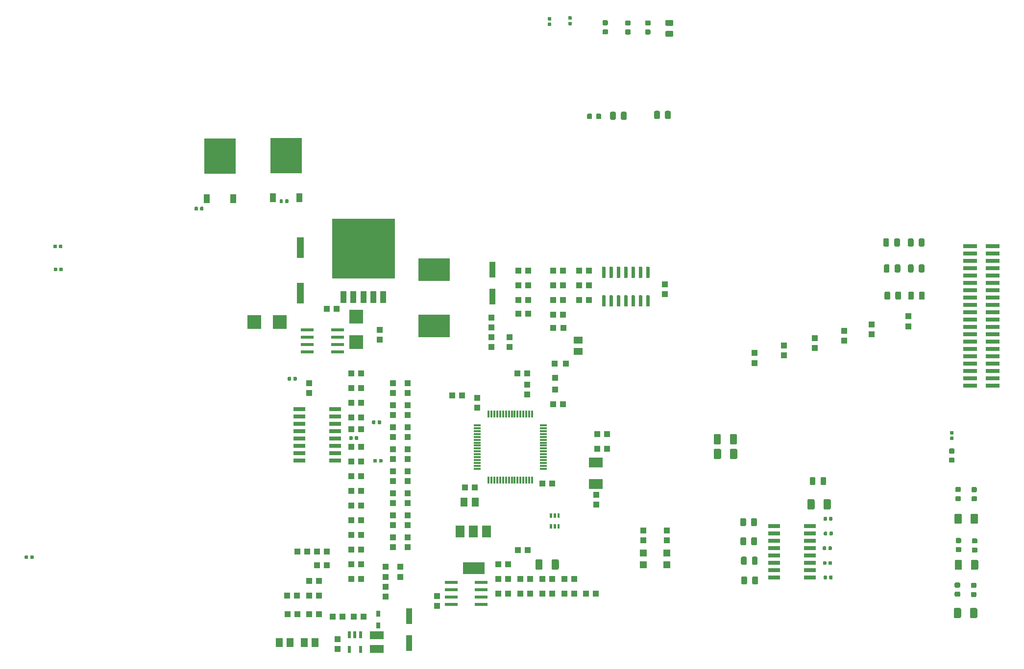
<source format=gbr>
G04 #@! TF.GenerationSoftware,KiCad,Pcbnew,5.1.5+dfsg1-2build2*
G04 #@! TF.CreationDate,2021-04-09T20:17:08+02:00*
G04 #@! TF.ProjectId,mainboardv3.4,6d61696e-626f-4617-9264-76332e342e6b,rev?*
G04 #@! TF.SameCoordinates,Original*
G04 #@! TF.FileFunction,Paste,Top*
G04 #@! TF.FilePolarity,Positive*
%FSLAX46Y46*%
G04 Gerber Fmt 4.6, Leading zero omitted, Abs format (unit mm)*
G04 Created by KiCad (PCBNEW 5.1.5+dfsg1-2build2) date 2021-04-09 20:17:08*
%MOMM*%
%LPD*%
G04 APERTURE LIST*
%ADD10C,0.100000*%
%ADD11R,2.200000X0.600000*%
%ADD12R,1.000000X1.100000*%
%ADD13R,1.100000X1.000000*%
%ADD14R,1.000000X2.800000*%
%ADD15R,1.300000X3.600000*%
%ADD16R,5.400000X4.000000*%
%ADD17R,2.400000X2.400000*%
%ADD18R,2.209800X0.609600*%
%ADD19R,0.300000X1.200000*%
%ADD20R,1.200000X0.300000*%
%ADD21R,3.810000X2.006600*%
%ADD22R,1.498600X2.006600*%
%ADD23R,1.066800X2.159000*%
%ADD24R,10.800000X10.410000*%
%ADD25R,1.300000X1.500000*%
%ADD26R,2.400000X1.700000*%
%ADD27R,1.000000X1.000000*%
%ADD28R,1.200000X1.200000*%
%ADD29R,0.550000X1.200000*%
%ADD30R,2.400000X1.400000*%
%ADD31R,0.800000X1.000000*%
%ADD32R,1.500000X1.300000*%
%ADD33R,1.000000X1.600000*%
%ADD34R,5.400000X6.200000*%
%ADD35R,2.032000X0.660400*%
%ADD36R,2.400000X0.740000*%
G04 APERTURE END LIST*
D10*
G36*
X124961000Y-111033600D02*
G01*
X124561000Y-111033600D01*
X124561000Y-111783600D01*
X124961000Y-111783600D01*
X124961000Y-111033600D01*
G37*
G36*
X123661000Y-111033600D02*
G01*
X123261000Y-111033600D01*
X123261000Y-111783600D01*
X123661000Y-111783600D01*
X123661000Y-111033600D01*
G37*
G36*
X124961000Y-109183600D02*
G01*
X124561000Y-109183600D01*
X124561000Y-109933600D01*
X124961000Y-109933600D01*
X124961000Y-109183600D01*
G37*
G36*
X124311000Y-111033600D02*
G01*
X123911000Y-111033600D01*
X123911000Y-111783600D01*
X124311000Y-111783600D01*
X124311000Y-111033600D01*
G37*
G36*
X124961000Y-109183600D02*
G01*
X124561000Y-109183600D01*
X124561000Y-109933600D01*
X124961000Y-109933600D01*
X124961000Y-109183600D01*
G37*
G36*
X124961000Y-109183600D02*
G01*
X124561000Y-109183600D01*
X124561000Y-109933600D01*
X124961000Y-109933600D01*
X124961000Y-109183600D01*
G37*
G36*
X124312000Y-109183600D02*
G01*
X123912000Y-109183600D01*
X123912000Y-109933600D01*
X124312000Y-109933600D01*
X124312000Y-109183600D01*
G37*
G36*
X123661000Y-109183600D02*
G01*
X123261000Y-109183600D01*
X123261000Y-109933600D01*
X123661000Y-109933600D01*
X123661000Y-109183600D01*
G37*
D11*
X111398500Y-124888600D03*
X111398500Y-123618600D03*
X111398500Y-121078600D03*
X106198500Y-124888600D03*
X106198500Y-123618600D03*
X106198500Y-121078600D03*
X111398500Y-122348600D03*
X106198500Y-122348600D03*
D12*
X77924500Y-126612100D03*
X79624500Y-126612100D03*
X88913500Y-115476100D03*
X90613500Y-115476100D03*
D13*
X119368500Y-84983600D03*
X117668500Y-84983600D03*
D12*
X98653500Y-88386100D03*
X98653500Y-86686100D03*
X98653500Y-92196100D03*
X98653500Y-90496100D03*
X98653500Y-96006100D03*
X98653500Y-94306100D03*
X98653500Y-99816100D03*
X98653500Y-98116100D03*
X98653500Y-103626100D03*
X98653500Y-101926100D03*
X98653500Y-107436100D03*
X98653500Y-105736100D03*
X98653500Y-111246100D03*
X98653500Y-109546100D03*
X98653500Y-115056100D03*
X98653500Y-113356100D03*
D13*
X93878400Y-77445500D03*
X93878400Y-79145500D03*
D12*
X90613500Y-90076100D03*
X88913500Y-90076100D03*
D13*
X88913500Y-84996100D03*
X90613500Y-84996100D03*
D12*
X90613500Y-87536100D03*
X88913500Y-87536100D03*
D13*
X117793500Y-69756100D03*
X119493500Y-69756100D03*
D12*
X119493500Y-67216100D03*
X117793500Y-67216100D03*
X119523500Y-74666100D03*
X117823500Y-74666100D03*
D13*
X117793500Y-72296100D03*
X119493500Y-72296100D03*
D12*
X125573500Y-77106100D03*
X123873500Y-77106100D03*
D13*
X123863500Y-74836100D03*
X125563500Y-74836100D03*
D12*
X83374500Y-120827100D03*
X81674500Y-120827100D03*
X84734400Y-118173500D03*
X83034400Y-118173500D03*
X113151000Y-77026100D03*
X113151000Y-75326100D03*
D13*
X84676000Y-73778600D03*
X86376000Y-73778600D03*
D14*
X113336000Y-71681100D03*
X113336000Y-66981100D03*
D15*
X80158500Y-71083600D03*
X80158500Y-63208600D03*
D16*
X103251000Y-66973600D03*
X103251000Y-76773600D03*
D17*
X89763500Y-79576100D03*
X89763500Y-75176100D03*
D13*
X143103500Y-69551100D03*
X143103500Y-71251100D03*
D12*
X81674500Y-123367100D03*
X83374500Y-123367100D03*
D13*
X77864500Y-123367100D03*
X79564500Y-123367100D03*
D12*
X83034400Y-115760500D03*
X84734400Y-115760500D03*
D13*
X79605400Y-115760500D03*
X81305400Y-115760500D03*
D12*
X125563500Y-67216100D03*
X123863500Y-67216100D03*
X129983500Y-67216100D03*
X128283500Y-67216100D03*
D13*
X123863500Y-69756100D03*
X125563500Y-69756100D03*
X128283500Y-69756100D03*
X129983500Y-69756100D03*
D18*
X86588600Y-77406500D03*
X86588600Y-78676500D03*
X86588600Y-79946500D03*
X86588600Y-81216500D03*
X81356200Y-81216500D03*
X81356200Y-79946500D03*
X81356200Y-78676500D03*
X81356200Y-77406500D03*
D12*
X88913500Y-120556100D03*
X90613500Y-120556100D03*
D13*
X108058500Y-88808600D03*
X106358500Y-88808600D03*
D12*
X88913500Y-118016100D03*
X90613500Y-118016100D03*
X88913500Y-112936100D03*
X90613500Y-112936100D03*
D19*
X120183500Y-103396100D03*
X119683500Y-103396100D03*
X119183500Y-103396100D03*
X118683500Y-103396100D03*
X118183500Y-103396100D03*
X117683500Y-103396100D03*
X117183500Y-103396100D03*
X116683500Y-103396100D03*
X116183500Y-103396100D03*
X115683500Y-103396100D03*
X115183500Y-103396100D03*
X114683500Y-103396100D03*
X114183500Y-103396100D03*
X113683500Y-103396100D03*
X113183500Y-103396100D03*
X112683500Y-103396100D03*
D20*
X110733500Y-101446100D03*
X110733500Y-100946100D03*
X110733500Y-100446100D03*
X110733500Y-99946100D03*
X110733500Y-99446100D03*
X110733500Y-98946100D03*
X110733500Y-98446100D03*
X110733500Y-97946100D03*
X110733500Y-97446100D03*
X110733500Y-96946100D03*
X110733500Y-96446100D03*
X110733500Y-95946100D03*
X110733500Y-95446100D03*
X110733500Y-94946100D03*
X110733500Y-94446100D03*
X110733500Y-93946100D03*
D19*
X112683500Y-91996100D03*
X113183500Y-91996100D03*
X113683500Y-91996100D03*
X114183500Y-91996100D03*
X114683500Y-91996100D03*
X115183500Y-91996100D03*
X115683500Y-91996100D03*
X116183500Y-91996100D03*
X116683500Y-91996100D03*
X117183500Y-91996100D03*
X117683500Y-91996100D03*
X118183500Y-91996100D03*
X118683500Y-91996100D03*
X119183500Y-91996100D03*
X119683500Y-91996100D03*
X120183500Y-91996100D03*
D20*
X122133500Y-93946100D03*
X122133500Y-94446100D03*
X122133500Y-94946100D03*
X122133500Y-95446100D03*
X122133500Y-95946100D03*
X122133500Y-96446100D03*
X122133500Y-96946100D03*
X122133500Y-97446100D03*
X122133500Y-97946100D03*
X122133500Y-98446100D03*
X122133500Y-98946100D03*
X122133500Y-99446100D03*
X122133500Y-99946100D03*
X122133500Y-100446100D03*
X122133500Y-100946100D03*
X122133500Y-101446100D03*
D21*
X110083500Y-118625700D03*
D22*
X107772100Y-112326500D03*
X110058100Y-112326500D03*
X112344100Y-112326500D03*
D12*
X110708500Y-90926100D03*
X110708500Y-89226100D03*
X119358500Y-88576100D03*
X119358500Y-86876100D03*
D13*
X110298500Y-104681100D03*
X108598500Y-104681100D03*
X121933500Y-104046100D03*
X123633500Y-104046100D03*
X123843500Y-90296100D03*
X125543500Y-90296100D03*
D12*
X90613500Y-110396100D03*
X88913500Y-110396100D03*
X90613500Y-107856100D03*
X88913500Y-107856100D03*
X90613500Y-105316100D03*
X88913500Y-105316100D03*
X90613500Y-102776100D03*
X88913500Y-102776100D03*
X90613500Y-100236100D03*
X88913500Y-100236100D03*
X90613500Y-97696100D03*
X88913500Y-97696100D03*
X90613500Y-94615000D03*
X88913500Y-94615000D03*
X90613500Y-92616100D03*
X88913500Y-92616100D03*
D13*
X96113500Y-86686100D03*
X96113500Y-88386100D03*
X96113500Y-90496100D03*
X96113500Y-92196100D03*
X96113500Y-94306100D03*
X96113500Y-96006100D03*
X96113500Y-98116100D03*
X96113500Y-99816100D03*
X96113500Y-101926100D03*
X96113500Y-103626100D03*
X96113500Y-105736100D03*
X96113500Y-107436100D03*
X96113500Y-109546100D03*
X96113500Y-111246100D03*
X96113500Y-113356100D03*
X96113500Y-115056100D03*
D23*
X94437100Y-71737300D03*
X92735300Y-71737300D03*
X91033500Y-71737300D03*
X89331700Y-71737300D03*
X87629900Y-71737300D03*
D24*
X91033500Y-63406100D03*
D25*
X108438500Y-107221100D03*
X110338500Y-107221100D03*
D13*
X133118500Y-95486100D03*
X131418500Y-95486100D03*
D26*
X131236000Y-104063600D03*
X131236000Y-100363600D03*
D12*
X131306000Y-107686100D03*
X131306000Y-105986100D03*
D13*
X133116000Y-98011100D03*
X131416000Y-98011100D03*
D12*
X129493500Y-123096100D03*
X131193500Y-123096100D03*
X121933500Y-120556100D03*
X123633500Y-120556100D03*
X118123500Y-120556100D03*
X119823500Y-120556100D03*
D13*
X127443500Y-123096100D03*
X125743500Y-123096100D03*
X123633500Y-123096100D03*
X121933500Y-123096100D03*
X119823500Y-123096100D03*
X118123500Y-123096100D03*
X114313500Y-123096100D03*
X116013500Y-123096100D03*
D12*
X103733500Y-123516100D03*
X103733500Y-125216100D03*
D14*
X98958500Y-126953600D03*
X98958500Y-131653600D03*
D25*
X76484400Y-131508500D03*
X78384400Y-131508500D03*
X80797400Y-131508500D03*
X82697400Y-131508500D03*
D12*
X83374500Y-126652100D03*
X81674500Y-126652100D03*
D13*
X94911000Y-123601100D03*
X94911000Y-121901100D03*
D12*
X97383500Y-120146100D03*
X97383500Y-118446100D03*
D27*
X124131000Y-85736100D03*
X124131000Y-87736100D03*
D28*
X139423500Y-115996100D03*
X139423500Y-118096100D03*
X143486000Y-115996100D03*
X143486000Y-118096100D03*
D13*
X139423500Y-113833600D03*
X139423500Y-112133600D03*
X143486000Y-113833600D03*
X143486000Y-112133600D03*
X117751000Y-115516100D03*
X119451000Y-115516100D03*
D12*
X125538500Y-72296100D03*
X123838500Y-72296100D03*
X129983500Y-72296100D03*
X128283500Y-72296100D03*
X94883500Y-120146100D03*
X94883500Y-118446100D03*
D29*
X90526000Y-132743600D03*
X88626000Y-132743600D03*
X88626000Y-130143600D03*
X89576000Y-130143600D03*
X90526000Y-130143600D03*
D30*
X93386000Y-130243600D03*
X93386000Y-132643600D03*
D12*
X91061000Y-127008600D03*
X89361000Y-127008600D03*
X87438500Y-127008600D03*
X85738500Y-127008600D03*
X86561000Y-130893600D03*
X86561000Y-132593600D03*
D17*
X72223500Y-76108600D03*
X76623500Y-76108600D03*
D31*
X93573500Y-126541100D03*
X93573500Y-128541100D03*
D13*
X114313500Y-118016100D03*
X116013500Y-118016100D03*
D27*
X126048500Y-83296100D03*
X124048500Y-83296100D03*
D13*
X116298500Y-78696100D03*
X116298500Y-80396100D03*
D32*
X128173500Y-79221100D03*
X128173500Y-81121100D03*
D12*
X125761000Y-120556100D03*
X127461000Y-120556100D03*
X114313500Y-120556100D03*
X116013500Y-120556100D03*
X113173500Y-78696100D03*
X113173500Y-80396100D03*
X81686400Y-86677500D03*
X81686400Y-88377500D03*
D33*
X68574000Y-54698300D03*
X64014000Y-54698300D03*
D34*
X66294000Y-47398300D03*
D35*
X86156800Y-100012500D03*
X80010000Y-100012500D03*
X86156800Y-98742500D03*
X86156800Y-97472500D03*
X80010000Y-98742500D03*
X80010000Y-97472500D03*
X86156800Y-96202500D03*
X80010000Y-96202500D03*
X86156800Y-94932500D03*
X80010000Y-94932500D03*
X86156800Y-93662500D03*
X86156800Y-92392500D03*
X80010000Y-93662500D03*
X80010000Y-92392500D03*
X86156800Y-91122500D03*
X80010000Y-91122500D03*
D36*
X195884800Y-62953900D03*
X199784800Y-62953900D03*
X195884800Y-64223900D03*
X199784800Y-64223900D03*
X195884800Y-65493900D03*
X199784800Y-65493900D03*
X195884800Y-66763900D03*
X199784800Y-66763900D03*
X195884800Y-68033900D03*
X199784800Y-68033900D03*
X195884800Y-69303900D03*
X199784800Y-69303900D03*
X195884800Y-70573900D03*
X199784800Y-70573900D03*
X195884800Y-71843900D03*
X199784800Y-71843900D03*
X195884800Y-73113900D03*
X199784800Y-73113900D03*
X195884800Y-74383900D03*
X199784800Y-74383900D03*
X195884800Y-75653900D03*
X199784800Y-75653900D03*
X195884800Y-76923900D03*
X199784800Y-76923900D03*
X195884800Y-78193900D03*
X199784800Y-78193900D03*
X195884800Y-79463900D03*
X199784800Y-79463900D03*
X195884800Y-80733900D03*
X199784800Y-80733900D03*
X195884800Y-82003900D03*
X199784800Y-82003900D03*
X195884800Y-83273900D03*
X199784800Y-83273900D03*
X195884800Y-84543900D03*
X199784800Y-84543900D03*
X195884800Y-85813900D03*
X199784800Y-85813900D03*
X195884800Y-87083900D03*
X199784800Y-87083900D03*
D13*
X158610300Y-83145100D03*
X158610300Y-81445100D03*
X163677600Y-80162400D03*
X163677600Y-81862400D03*
X169087800Y-80568800D03*
X169087800Y-78868800D03*
X174155100Y-77609700D03*
X174155100Y-79309700D03*
D10*
G36*
X185931242Y-70814874D02*
G01*
X185954903Y-70818384D01*
X185978107Y-70824196D01*
X186000629Y-70832254D01*
X186022253Y-70842482D01*
X186042770Y-70854779D01*
X186061983Y-70869029D01*
X186079707Y-70885093D01*
X186095771Y-70902817D01*
X186110021Y-70922030D01*
X186122318Y-70942547D01*
X186132546Y-70964171D01*
X186140604Y-70986693D01*
X186146416Y-71009897D01*
X186149926Y-71033558D01*
X186151100Y-71057450D01*
X186151100Y-71969950D01*
X186149926Y-71993842D01*
X186146416Y-72017503D01*
X186140604Y-72040707D01*
X186132546Y-72063229D01*
X186122318Y-72084853D01*
X186110021Y-72105370D01*
X186095771Y-72124583D01*
X186079707Y-72142307D01*
X186061983Y-72158371D01*
X186042770Y-72172621D01*
X186022253Y-72184918D01*
X186000629Y-72195146D01*
X185978107Y-72203204D01*
X185954903Y-72209016D01*
X185931242Y-72212526D01*
X185907350Y-72213700D01*
X185419850Y-72213700D01*
X185395958Y-72212526D01*
X185372297Y-72209016D01*
X185349093Y-72203204D01*
X185326571Y-72195146D01*
X185304947Y-72184918D01*
X185284430Y-72172621D01*
X185265217Y-72158371D01*
X185247493Y-72142307D01*
X185231429Y-72124583D01*
X185217179Y-72105370D01*
X185204882Y-72084853D01*
X185194654Y-72063229D01*
X185186596Y-72040707D01*
X185180784Y-72017503D01*
X185177274Y-71993842D01*
X185176100Y-71969950D01*
X185176100Y-71057450D01*
X185177274Y-71033558D01*
X185180784Y-71009897D01*
X185186596Y-70986693D01*
X185194654Y-70964171D01*
X185204882Y-70942547D01*
X185217179Y-70922030D01*
X185231429Y-70902817D01*
X185247493Y-70885093D01*
X185265217Y-70869029D01*
X185284430Y-70854779D01*
X185304947Y-70842482D01*
X185326571Y-70832254D01*
X185349093Y-70824196D01*
X185372297Y-70818384D01*
X185395958Y-70814874D01*
X185419850Y-70813700D01*
X185907350Y-70813700D01*
X185931242Y-70814874D01*
G37*
G36*
X187806242Y-70814874D02*
G01*
X187829903Y-70818384D01*
X187853107Y-70824196D01*
X187875629Y-70832254D01*
X187897253Y-70842482D01*
X187917770Y-70854779D01*
X187936983Y-70869029D01*
X187954707Y-70885093D01*
X187970771Y-70902817D01*
X187985021Y-70922030D01*
X187997318Y-70942547D01*
X188007546Y-70964171D01*
X188015604Y-70986693D01*
X188021416Y-71009897D01*
X188024926Y-71033558D01*
X188026100Y-71057450D01*
X188026100Y-71969950D01*
X188024926Y-71993842D01*
X188021416Y-72017503D01*
X188015604Y-72040707D01*
X188007546Y-72063229D01*
X187997318Y-72084853D01*
X187985021Y-72105370D01*
X187970771Y-72124583D01*
X187954707Y-72142307D01*
X187936983Y-72158371D01*
X187917770Y-72172621D01*
X187897253Y-72184918D01*
X187875629Y-72195146D01*
X187853107Y-72203204D01*
X187829903Y-72209016D01*
X187806242Y-72212526D01*
X187782350Y-72213700D01*
X187294850Y-72213700D01*
X187270958Y-72212526D01*
X187247297Y-72209016D01*
X187224093Y-72203204D01*
X187201571Y-72195146D01*
X187179947Y-72184918D01*
X187159430Y-72172621D01*
X187140217Y-72158371D01*
X187122493Y-72142307D01*
X187106429Y-72124583D01*
X187092179Y-72105370D01*
X187079882Y-72084853D01*
X187069654Y-72063229D01*
X187061596Y-72040707D01*
X187055784Y-72017503D01*
X187052274Y-71993842D01*
X187051100Y-71969950D01*
X187051100Y-71057450D01*
X187052274Y-71033558D01*
X187055784Y-71009897D01*
X187061596Y-70986693D01*
X187069654Y-70964171D01*
X187079882Y-70942547D01*
X187092179Y-70922030D01*
X187106429Y-70902817D01*
X187122493Y-70885093D01*
X187140217Y-70869029D01*
X187159430Y-70854779D01*
X187179947Y-70842482D01*
X187201571Y-70832254D01*
X187224093Y-70824196D01*
X187247297Y-70818384D01*
X187270958Y-70814874D01*
X187294850Y-70813700D01*
X187782350Y-70813700D01*
X187806242Y-70814874D01*
G37*
G36*
X187765842Y-61620074D02*
G01*
X187789503Y-61623584D01*
X187812707Y-61629396D01*
X187835229Y-61637454D01*
X187856853Y-61647682D01*
X187877370Y-61659979D01*
X187896583Y-61674229D01*
X187914307Y-61690293D01*
X187930371Y-61708017D01*
X187944621Y-61727230D01*
X187956918Y-61747747D01*
X187967146Y-61769371D01*
X187975204Y-61791893D01*
X187981016Y-61815097D01*
X187984526Y-61838758D01*
X187985700Y-61862650D01*
X187985700Y-62775150D01*
X187984526Y-62799042D01*
X187981016Y-62822703D01*
X187975204Y-62845907D01*
X187967146Y-62868429D01*
X187956918Y-62890053D01*
X187944621Y-62910570D01*
X187930371Y-62929783D01*
X187914307Y-62947507D01*
X187896583Y-62963571D01*
X187877370Y-62977821D01*
X187856853Y-62990118D01*
X187835229Y-63000346D01*
X187812707Y-63008404D01*
X187789503Y-63014216D01*
X187765842Y-63017726D01*
X187741950Y-63018900D01*
X187254450Y-63018900D01*
X187230558Y-63017726D01*
X187206897Y-63014216D01*
X187183693Y-63008404D01*
X187161171Y-63000346D01*
X187139547Y-62990118D01*
X187119030Y-62977821D01*
X187099817Y-62963571D01*
X187082093Y-62947507D01*
X187066029Y-62929783D01*
X187051779Y-62910570D01*
X187039482Y-62890053D01*
X187029254Y-62868429D01*
X187021196Y-62845907D01*
X187015384Y-62822703D01*
X187011874Y-62799042D01*
X187010700Y-62775150D01*
X187010700Y-61862650D01*
X187011874Y-61838758D01*
X187015384Y-61815097D01*
X187021196Y-61791893D01*
X187029254Y-61769371D01*
X187039482Y-61747747D01*
X187051779Y-61727230D01*
X187066029Y-61708017D01*
X187082093Y-61690293D01*
X187099817Y-61674229D01*
X187119030Y-61659979D01*
X187139547Y-61647682D01*
X187161171Y-61637454D01*
X187183693Y-61629396D01*
X187206897Y-61623584D01*
X187230558Y-61620074D01*
X187254450Y-61618900D01*
X187741950Y-61618900D01*
X187765842Y-61620074D01*
G37*
G36*
X185890842Y-61620074D02*
G01*
X185914503Y-61623584D01*
X185937707Y-61629396D01*
X185960229Y-61637454D01*
X185981853Y-61647682D01*
X186002370Y-61659979D01*
X186021583Y-61674229D01*
X186039307Y-61690293D01*
X186055371Y-61708017D01*
X186069621Y-61727230D01*
X186081918Y-61747747D01*
X186092146Y-61769371D01*
X186100204Y-61791893D01*
X186106016Y-61815097D01*
X186109526Y-61838758D01*
X186110700Y-61862650D01*
X186110700Y-62775150D01*
X186109526Y-62799042D01*
X186106016Y-62822703D01*
X186100204Y-62845907D01*
X186092146Y-62868429D01*
X186081918Y-62890053D01*
X186069621Y-62910570D01*
X186055371Y-62929783D01*
X186039307Y-62947507D01*
X186021583Y-62963571D01*
X186002370Y-62977821D01*
X185981853Y-62990118D01*
X185960229Y-63000346D01*
X185937707Y-63008404D01*
X185914503Y-63014216D01*
X185890842Y-63017726D01*
X185866950Y-63018900D01*
X185379450Y-63018900D01*
X185355558Y-63017726D01*
X185331897Y-63014216D01*
X185308693Y-63008404D01*
X185286171Y-63000346D01*
X185264547Y-62990118D01*
X185244030Y-62977821D01*
X185224817Y-62963571D01*
X185207093Y-62947507D01*
X185191029Y-62929783D01*
X185176779Y-62910570D01*
X185164482Y-62890053D01*
X185154254Y-62868429D01*
X185146196Y-62845907D01*
X185140384Y-62822703D01*
X185136874Y-62799042D01*
X185135700Y-62775150D01*
X185135700Y-61862650D01*
X185136874Y-61838758D01*
X185140384Y-61815097D01*
X185146196Y-61791893D01*
X185154254Y-61769371D01*
X185164482Y-61747747D01*
X185176779Y-61727230D01*
X185191029Y-61708017D01*
X185207093Y-61690293D01*
X185224817Y-61674229D01*
X185244030Y-61659979D01*
X185264547Y-61647682D01*
X185286171Y-61637454D01*
X185308693Y-61629396D01*
X185331897Y-61623584D01*
X185355558Y-61620074D01*
X185379450Y-61618900D01*
X185866950Y-61618900D01*
X185890842Y-61620074D01*
G37*
D13*
X178841400Y-78179400D03*
X178841400Y-76479400D03*
X185191400Y-75096000D03*
X185191400Y-76796000D03*
D10*
G36*
X187765842Y-66090474D02*
G01*
X187789503Y-66093984D01*
X187812707Y-66099796D01*
X187835229Y-66107854D01*
X187856853Y-66118082D01*
X187877370Y-66130379D01*
X187896583Y-66144629D01*
X187914307Y-66160693D01*
X187930371Y-66178417D01*
X187944621Y-66197630D01*
X187956918Y-66218147D01*
X187967146Y-66239771D01*
X187975204Y-66262293D01*
X187981016Y-66285497D01*
X187984526Y-66309158D01*
X187985700Y-66333050D01*
X187985700Y-67245550D01*
X187984526Y-67269442D01*
X187981016Y-67293103D01*
X187975204Y-67316307D01*
X187967146Y-67338829D01*
X187956918Y-67360453D01*
X187944621Y-67380970D01*
X187930371Y-67400183D01*
X187914307Y-67417907D01*
X187896583Y-67433971D01*
X187877370Y-67448221D01*
X187856853Y-67460518D01*
X187835229Y-67470746D01*
X187812707Y-67478804D01*
X187789503Y-67484616D01*
X187765842Y-67488126D01*
X187741950Y-67489300D01*
X187254450Y-67489300D01*
X187230558Y-67488126D01*
X187206897Y-67484616D01*
X187183693Y-67478804D01*
X187161171Y-67470746D01*
X187139547Y-67460518D01*
X187119030Y-67448221D01*
X187099817Y-67433971D01*
X187082093Y-67417907D01*
X187066029Y-67400183D01*
X187051779Y-67380970D01*
X187039482Y-67360453D01*
X187029254Y-67338829D01*
X187021196Y-67316307D01*
X187015384Y-67293103D01*
X187011874Y-67269442D01*
X187010700Y-67245550D01*
X187010700Y-66333050D01*
X187011874Y-66309158D01*
X187015384Y-66285497D01*
X187021196Y-66262293D01*
X187029254Y-66239771D01*
X187039482Y-66218147D01*
X187051779Y-66197630D01*
X187066029Y-66178417D01*
X187082093Y-66160693D01*
X187099817Y-66144629D01*
X187119030Y-66130379D01*
X187139547Y-66118082D01*
X187161171Y-66107854D01*
X187183693Y-66099796D01*
X187206897Y-66093984D01*
X187230558Y-66090474D01*
X187254450Y-66089300D01*
X187741950Y-66089300D01*
X187765842Y-66090474D01*
G37*
G36*
X185890842Y-66090474D02*
G01*
X185914503Y-66093984D01*
X185937707Y-66099796D01*
X185960229Y-66107854D01*
X185981853Y-66118082D01*
X186002370Y-66130379D01*
X186021583Y-66144629D01*
X186039307Y-66160693D01*
X186055371Y-66178417D01*
X186069621Y-66197630D01*
X186081918Y-66218147D01*
X186092146Y-66239771D01*
X186100204Y-66262293D01*
X186106016Y-66285497D01*
X186109526Y-66309158D01*
X186110700Y-66333050D01*
X186110700Y-67245550D01*
X186109526Y-67269442D01*
X186106016Y-67293103D01*
X186100204Y-67316307D01*
X186092146Y-67338829D01*
X186081918Y-67360453D01*
X186069621Y-67380970D01*
X186055371Y-67400183D01*
X186039307Y-67417907D01*
X186021583Y-67433971D01*
X186002370Y-67448221D01*
X185981853Y-67460518D01*
X185960229Y-67470746D01*
X185937707Y-67478804D01*
X185914503Y-67484616D01*
X185890842Y-67488126D01*
X185866950Y-67489300D01*
X185379450Y-67489300D01*
X185355558Y-67488126D01*
X185331897Y-67484616D01*
X185308693Y-67478804D01*
X185286171Y-67470746D01*
X185264547Y-67460518D01*
X185244030Y-67448221D01*
X185224817Y-67433971D01*
X185207093Y-67417907D01*
X185191029Y-67400183D01*
X185176779Y-67380970D01*
X185164482Y-67360453D01*
X185154254Y-67338829D01*
X185146196Y-67316307D01*
X185140384Y-67293103D01*
X185136874Y-67269442D01*
X185135700Y-67245550D01*
X185135700Y-66333050D01*
X185136874Y-66309158D01*
X185140384Y-66285497D01*
X185146196Y-66262293D01*
X185154254Y-66239771D01*
X185164482Y-66218147D01*
X185176779Y-66197630D01*
X185191029Y-66178417D01*
X185207093Y-66160693D01*
X185224817Y-66144629D01*
X185244030Y-66130379D01*
X185264547Y-66118082D01*
X185286171Y-66107854D01*
X185308693Y-66099796D01*
X185331897Y-66093984D01*
X185355558Y-66090474D01*
X185379450Y-66089300D01*
X185866950Y-66089300D01*
X185890842Y-66090474D01*
G37*
G36*
X181727542Y-66103174D02*
G01*
X181751203Y-66106684D01*
X181774407Y-66112496D01*
X181796929Y-66120554D01*
X181818553Y-66130782D01*
X181839070Y-66143079D01*
X181858283Y-66157329D01*
X181876007Y-66173393D01*
X181892071Y-66191117D01*
X181906321Y-66210330D01*
X181918618Y-66230847D01*
X181928846Y-66252471D01*
X181936904Y-66274993D01*
X181942716Y-66298197D01*
X181946226Y-66321858D01*
X181947400Y-66345750D01*
X181947400Y-67258250D01*
X181946226Y-67282142D01*
X181942716Y-67305803D01*
X181936904Y-67329007D01*
X181928846Y-67351529D01*
X181918618Y-67373153D01*
X181906321Y-67393670D01*
X181892071Y-67412883D01*
X181876007Y-67430607D01*
X181858283Y-67446671D01*
X181839070Y-67460921D01*
X181818553Y-67473218D01*
X181796929Y-67483446D01*
X181774407Y-67491504D01*
X181751203Y-67497316D01*
X181727542Y-67500826D01*
X181703650Y-67502000D01*
X181216150Y-67502000D01*
X181192258Y-67500826D01*
X181168597Y-67497316D01*
X181145393Y-67491504D01*
X181122871Y-67483446D01*
X181101247Y-67473218D01*
X181080730Y-67460921D01*
X181061517Y-67446671D01*
X181043793Y-67430607D01*
X181027729Y-67412883D01*
X181013479Y-67393670D01*
X181001182Y-67373153D01*
X180990954Y-67351529D01*
X180982896Y-67329007D01*
X180977084Y-67305803D01*
X180973574Y-67282142D01*
X180972400Y-67258250D01*
X180972400Y-66345750D01*
X180973574Y-66321858D01*
X180977084Y-66298197D01*
X180982896Y-66274993D01*
X180990954Y-66252471D01*
X181001182Y-66230847D01*
X181013479Y-66210330D01*
X181027729Y-66191117D01*
X181043793Y-66173393D01*
X181061517Y-66157329D01*
X181080730Y-66143079D01*
X181101247Y-66130782D01*
X181122871Y-66120554D01*
X181145393Y-66112496D01*
X181168597Y-66106684D01*
X181192258Y-66103174D01*
X181216150Y-66102000D01*
X181703650Y-66102000D01*
X181727542Y-66103174D01*
G37*
G36*
X183602542Y-66103174D02*
G01*
X183626203Y-66106684D01*
X183649407Y-66112496D01*
X183671929Y-66120554D01*
X183693553Y-66130782D01*
X183714070Y-66143079D01*
X183733283Y-66157329D01*
X183751007Y-66173393D01*
X183767071Y-66191117D01*
X183781321Y-66210330D01*
X183793618Y-66230847D01*
X183803846Y-66252471D01*
X183811904Y-66274993D01*
X183817716Y-66298197D01*
X183821226Y-66321858D01*
X183822400Y-66345750D01*
X183822400Y-67258250D01*
X183821226Y-67282142D01*
X183817716Y-67305803D01*
X183811904Y-67329007D01*
X183803846Y-67351529D01*
X183793618Y-67373153D01*
X183781321Y-67393670D01*
X183767071Y-67412883D01*
X183751007Y-67430607D01*
X183733283Y-67446671D01*
X183714070Y-67460921D01*
X183693553Y-67473218D01*
X183671929Y-67483446D01*
X183649407Y-67491504D01*
X183626203Y-67497316D01*
X183602542Y-67500826D01*
X183578650Y-67502000D01*
X183091150Y-67502000D01*
X183067258Y-67500826D01*
X183043597Y-67497316D01*
X183020393Y-67491504D01*
X182997871Y-67483446D01*
X182976247Y-67473218D01*
X182955730Y-67460921D01*
X182936517Y-67446671D01*
X182918793Y-67430607D01*
X182902729Y-67412883D01*
X182888479Y-67393670D01*
X182876182Y-67373153D01*
X182865954Y-67351529D01*
X182857896Y-67329007D01*
X182852084Y-67305803D01*
X182848574Y-67282142D01*
X182847400Y-67258250D01*
X182847400Y-66345750D01*
X182848574Y-66321858D01*
X182852084Y-66298197D01*
X182857896Y-66274993D01*
X182865954Y-66252471D01*
X182876182Y-66230847D01*
X182888479Y-66210330D01*
X182902729Y-66191117D01*
X182918793Y-66173393D01*
X182936517Y-66157329D01*
X182955730Y-66143079D01*
X182976247Y-66130782D01*
X182997871Y-66120554D01*
X183020393Y-66112496D01*
X183043597Y-66106684D01*
X183067258Y-66103174D01*
X183091150Y-66102000D01*
X183578650Y-66102000D01*
X183602542Y-66103174D01*
G37*
G36*
X183719142Y-70802174D02*
G01*
X183742803Y-70805684D01*
X183766007Y-70811496D01*
X183788529Y-70819554D01*
X183810153Y-70829782D01*
X183830670Y-70842079D01*
X183849883Y-70856329D01*
X183867607Y-70872393D01*
X183883671Y-70890117D01*
X183897921Y-70909330D01*
X183910218Y-70929847D01*
X183920446Y-70951471D01*
X183928504Y-70973993D01*
X183934316Y-70997197D01*
X183937826Y-71020858D01*
X183939000Y-71044750D01*
X183939000Y-71957250D01*
X183937826Y-71981142D01*
X183934316Y-72004803D01*
X183928504Y-72028007D01*
X183920446Y-72050529D01*
X183910218Y-72072153D01*
X183897921Y-72092670D01*
X183883671Y-72111883D01*
X183867607Y-72129607D01*
X183849883Y-72145671D01*
X183830670Y-72159921D01*
X183810153Y-72172218D01*
X183788529Y-72182446D01*
X183766007Y-72190504D01*
X183742803Y-72196316D01*
X183719142Y-72199826D01*
X183695250Y-72201000D01*
X183207750Y-72201000D01*
X183183858Y-72199826D01*
X183160197Y-72196316D01*
X183136993Y-72190504D01*
X183114471Y-72182446D01*
X183092847Y-72172218D01*
X183072330Y-72159921D01*
X183053117Y-72145671D01*
X183035393Y-72129607D01*
X183019329Y-72111883D01*
X183005079Y-72092670D01*
X182992782Y-72072153D01*
X182982554Y-72050529D01*
X182974496Y-72028007D01*
X182968684Y-72004803D01*
X182965174Y-71981142D01*
X182964000Y-71957250D01*
X182964000Y-71044750D01*
X182965174Y-71020858D01*
X182968684Y-70997197D01*
X182974496Y-70973993D01*
X182982554Y-70951471D01*
X182992782Y-70929847D01*
X183005079Y-70909330D01*
X183019329Y-70890117D01*
X183035393Y-70872393D01*
X183053117Y-70856329D01*
X183072330Y-70842079D01*
X183092847Y-70829782D01*
X183114471Y-70819554D01*
X183136993Y-70811496D01*
X183160197Y-70805684D01*
X183183858Y-70802174D01*
X183207750Y-70801000D01*
X183695250Y-70801000D01*
X183719142Y-70802174D01*
G37*
G36*
X181844142Y-70802174D02*
G01*
X181867803Y-70805684D01*
X181891007Y-70811496D01*
X181913529Y-70819554D01*
X181935153Y-70829782D01*
X181955670Y-70842079D01*
X181974883Y-70856329D01*
X181992607Y-70872393D01*
X182008671Y-70890117D01*
X182022921Y-70909330D01*
X182035218Y-70929847D01*
X182045446Y-70951471D01*
X182053504Y-70973993D01*
X182059316Y-70997197D01*
X182062826Y-71020858D01*
X182064000Y-71044750D01*
X182064000Y-71957250D01*
X182062826Y-71981142D01*
X182059316Y-72004803D01*
X182053504Y-72028007D01*
X182045446Y-72050529D01*
X182035218Y-72072153D01*
X182022921Y-72092670D01*
X182008671Y-72111883D01*
X181992607Y-72129607D01*
X181974883Y-72145671D01*
X181955670Y-72159921D01*
X181935153Y-72172218D01*
X181913529Y-72182446D01*
X181891007Y-72190504D01*
X181867803Y-72196316D01*
X181844142Y-72199826D01*
X181820250Y-72201000D01*
X181332750Y-72201000D01*
X181308858Y-72199826D01*
X181285197Y-72196316D01*
X181261993Y-72190504D01*
X181239471Y-72182446D01*
X181217847Y-72172218D01*
X181197330Y-72159921D01*
X181178117Y-72145671D01*
X181160393Y-72129607D01*
X181144329Y-72111883D01*
X181130079Y-72092670D01*
X181117782Y-72072153D01*
X181107554Y-72050529D01*
X181099496Y-72028007D01*
X181093684Y-72004803D01*
X181090174Y-71981142D01*
X181089000Y-71957250D01*
X181089000Y-71044750D01*
X181090174Y-71020858D01*
X181093684Y-70997197D01*
X181099496Y-70973993D01*
X181107554Y-70951471D01*
X181117782Y-70929847D01*
X181130079Y-70909330D01*
X181144329Y-70890117D01*
X181160393Y-70872393D01*
X181178117Y-70856329D01*
X181197330Y-70842079D01*
X181217847Y-70829782D01*
X181239471Y-70819554D01*
X181261993Y-70811496D01*
X181285197Y-70805684D01*
X181308858Y-70802174D01*
X181332750Y-70801000D01*
X181820250Y-70801000D01*
X181844142Y-70802174D01*
G37*
G36*
X183524042Y-61607374D02*
G01*
X183547703Y-61610884D01*
X183570907Y-61616696D01*
X183593429Y-61624754D01*
X183615053Y-61634982D01*
X183635570Y-61647279D01*
X183654783Y-61661529D01*
X183672507Y-61677593D01*
X183688571Y-61695317D01*
X183702821Y-61714530D01*
X183715118Y-61735047D01*
X183725346Y-61756671D01*
X183733404Y-61779193D01*
X183739216Y-61802397D01*
X183742726Y-61826058D01*
X183743900Y-61849950D01*
X183743900Y-62762450D01*
X183742726Y-62786342D01*
X183739216Y-62810003D01*
X183733404Y-62833207D01*
X183725346Y-62855729D01*
X183715118Y-62877353D01*
X183702821Y-62897870D01*
X183688571Y-62917083D01*
X183672507Y-62934807D01*
X183654783Y-62950871D01*
X183635570Y-62965121D01*
X183615053Y-62977418D01*
X183593429Y-62987646D01*
X183570907Y-62995704D01*
X183547703Y-63001516D01*
X183524042Y-63005026D01*
X183500150Y-63006200D01*
X183012650Y-63006200D01*
X182988758Y-63005026D01*
X182965097Y-63001516D01*
X182941893Y-62995704D01*
X182919371Y-62987646D01*
X182897747Y-62977418D01*
X182877230Y-62965121D01*
X182858017Y-62950871D01*
X182840293Y-62934807D01*
X182824229Y-62917083D01*
X182809979Y-62897870D01*
X182797682Y-62877353D01*
X182787454Y-62855729D01*
X182779396Y-62833207D01*
X182773584Y-62810003D01*
X182770074Y-62786342D01*
X182768900Y-62762450D01*
X182768900Y-61849950D01*
X182770074Y-61826058D01*
X182773584Y-61802397D01*
X182779396Y-61779193D01*
X182787454Y-61756671D01*
X182797682Y-61735047D01*
X182809979Y-61714530D01*
X182824229Y-61695317D01*
X182840293Y-61677593D01*
X182858017Y-61661529D01*
X182877230Y-61647279D01*
X182897747Y-61634982D01*
X182919371Y-61624754D01*
X182941893Y-61616696D01*
X182965097Y-61610884D01*
X182988758Y-61607374D01*
X183012650Y-61606200D01*
X183500150Y-61606200D01*
X183524042Y-61607374D01*
G37*
G36*
X181649042Y-61607374D02*
G01*
X181672703Y-61610884D01*
X181695907Y-61616696D01*
X181718429Y-61624754D01*
X181740053Y-61634982D01*
X181760570Y-61647279D01*
X181779783Y-61661529D01*
X181797507Y-61677593D01*
X181813571Y-61695317D01*
X181827821Y-61714530D01*
X181840118Y-61735047D01*
X181850346Y-61756671D01*
X181858404Y-61779193D01*
X181864216Y-61802397D01*
X181867726Y-61826058D01*
X181868900Y-61849950D01*
X181868900Y-62762450D01*
X181867726Y-62786342D01*
X181864216Y-62810003D01*
X181858404Y-62833207D01*
X181850346Y-62855729D01*
X181840118Y-62877353D01*
X181827821Y-62897870D01*
X181813571Y-62917083D01*
X181797507Y-62934807D01*
X181779783Y-62950871D01*
X181760570Y-62965121D01*
X181740053Y-62977418D01*
X181718429Y-62987646D01*
X181695907Y-62995704D01*
X181672703Y-63001516D01*
X181649042Y-63005026D01*
X181625150Y-63006200D01*
X181137650Y-63006200D01*
X181113758Y-63005026D01*
X181090097Y-63001516D01*
X181066893Y-62995704D01*
X181044371Y-62987646D01*
X181022747Y-62977418D01*
X181002230Y-62965121D01*
X180983017Y-62950871D01*
X180965293Y-62934807D01*
X180949229Y-62917083D01*
X180934979Y-62897870D01*
X180922682Y-62877353D01*
X180912454Y-62855729D01*
X180904396Y-62833207D01*
X180898584Y-62810003D01*
X180895074Y-62786342D01*
X180893900Y-62762450D01*
X180893900Y-61849950D01*
X180895074Y-61826058D01*
X180898584Y-61802397D01*
X180904396Y-61779193D01*
X180912454Y-61756671D01*
X180922682Y-61735047D01*
X180934979Y-61714530D01*
X180949229Y-61695317D01*
X180965293Y-61677593D01*
X180983017Y-61661529D01*
X181002230Y-61647279D01*
X181022747Y-61634982D01*
X181044371Y-61624754D01*
X181066893Y-61616696D01*
X181090097Y-61610884D01*
X181113758Y-61607374D01*
X181137650Y-61606200D01*
X181625150Y-61606200D01*
X181649042Y-61607374D01*
G37*
G36*
X140360003Y-66503822D02*
G01*
X140374564Y-66505982D01*
X140388843Y-66509559D01*
X140402703Y-66514518D01*
X140416010Y-66520812D01*
X140428636Y-66528380D01*
X140440459Y-66537148D01*
X140451366Y-66547034D01*
X140461252Y-66557941D01*
X140470020Y-66569764D01*
X140477588Y-66582390D01*
X140483882Y-66595697D01*
X140488841Y-66609557D01*
X140492418Y-66623836D01*
X140494578Y-66638397D01*
X140495300Y-66653100D01*
X140495300Y-68303100D01*
X140494578Y-68317803D01*
X140492418Y-68332364D01*
X140488841Y-68346643D01*
X140483882Y-68360503D01*
X140477588Y-68373810D01*
X140470020Y-68386436D01*
X140461252Y-68398259D01*
X140451366Y-68409166D01*
X140440459Y-68419052D01*
X140428636Y-68427820D01*
X140416010Y-68435388D01*
X140402703Y-68441682D01*
X140388843Y-68446641D01*
X140374564Y-68450218D01*
X140360003Y-68452378D01*
X140345300Y-68453100D01*
X140045300Y-68453100D01*
X140030597Y-68452378D01*
X140016036Y-68450218D01*
X140001757Y-68446641D01*
X139987897Y-68441682D01*
X139974590Y-68435388D01*
X139961964Y-68427820D01*
X139950141Y-68419052D01*
X139939234Y-68409166D01*
X139929348Y-68398259D01*
X139920580Y-68386436D01*
X139913012Y-68373810D01*
X139906718Y-68360503D01*
X139901759Y-68346643D01*
X139898182Y-68332364D01*
X139896022Y-68317803D01*
X139895300Y-68303100D01*
X139895300Y-66653100D01*
X139896022Y-66638397D01*
X139898182Y-66623836D01*
X139901759Y-66609557D01*
X139906718Y-66595697D01*
X139913012Y-66582390D01*
X139920580Y-66569764D01*
X139929348Y-66557941D01*
X139939234Y-66547034D01*
X139950141Y-66537148D01*
X139961964Y-66528380D01*
X139974590Y-66520812D01*
X139987897Y-66514518D01*
X140001757Y-66509559D01*
X140016036Y-66505982D01*
X140030597Y-66503822D01*
X140045300Y-66503100D01*
X140345300Y-66503100D01*
X140360003Y-66503822D01*
G37*
G36*
X139090003Y-66503822D02*
G01*
X139104564Y-66505982D01*
X139118843Y-66509559D01*
X139132703Y-66514518D01*
X139146010Y-66520812D01*
X139158636Y-66528380D01*
X139170459Y-66537148D01*
X139181366Y-66547034D01*
X139191252Y-66557941D01*
X139200020Y-66569764D01*
X139207588Y-66582390D01*
X139213882Y-66595697D01*
X139218841Y-66609557D01*
X139222418Y-66623836D01*
X139224578Y-66638397D01*
X139225300Y-66653100D01*
X139225300Y-68303100D01*
X139224578Y-68317803D01*
X139222418Y-68332364D01*
X139218841Y-68346643D01*
X139213882Y-68360503D01*
X139207588Y-68373810D01*
X139200020Y-68386436D01*
X139191252Y-68398259D01*
X139181366Y-68409166D01*
X139170459Y-68419052D01*
X139158636Y-68427820D01*
X139146010Y-68435388D01*
X139132703Y-68441682D01*
X139118843Y-68446641D01*
X139104564Y-68450218D01*
X139090003Y-68452378D01*
X139075300Y-68453100D01*
X138775300Y-68453100D01*
X138760597Y-68452378D01*
X138746036Y-68450218D01*
X138731757Y-68446641D01*
X138717897Y-68441682D01*
X138704590Y-68435388D01*
X138691964Y-68427820D01*
X138680141Y-68419052D01*
X138669234Y-68409166D01*
X138659348Y-68398259D01*
X138650580Y-68386436D01*
X138643012Y-68373810D01*
X138636718Y-68360503D01*
X138631759Y-68346643D01*
X138628182Y-68332364D01*
X138626022Y-68317803D01*
X138625300Y-68303100D01*
X138625300Y-66653100D01*
X138626022Y-66638397D01*
X138628182Y-66623836D01*
X138631759Y-66609557D01*
X138636718Y-66595697D01*
X138643012Y-66582390D01*
X138650580Y-66569764D01*
X138659348Y-66557941D01*
X138669234Y-66547034D01*
X138680141Y-66537148D01*
X138691964Y-66528380D01*
X138704590Y-66520812D01*
X138717897Y-66514518D01*
X138731757Y-66509559D01*
X138746036Y-66505982D01*
X138760597Y-66503822D01*
X138775300Y-66503100D01*
X139075300Y-66503100D01*
X139090003Y-66503822D01*
G37*
G36*
X137820003Y-66503822D02*
G01*
X137834564Y-66505982D01*
X137848843Y-66509559D01*
X137862703Y-66514518D01*
X137876010Y-66520812D01*
X137888636Y-66528380D01*
X137900459Y-66537148D01*
X137911366Y-66547034D01*
X137921252Y-66557941D01*
X137930020Y-66569764D01*
X137937588Y-66582390D01*
X137943882Y-66595697D01*
X137948841Y-66609557D01*
X137952418Y-66623836D01*
X137954578Y-66638397D01*
X137955300Y-66653100D01*
X137955300Y-68303100D01*
X137954578Y-68317803D01*
X137952418Y-68332364D01*
X137948841Y-68346643D01*
X137943882Y-68360503D01*
X137937588Y-68373810D01*
X137930020Y-68386436D01*
X137921252Y-68398259D01*
X137911366Y-68409166D01*
X137900459Y-68419052D01*
X137888636Y-68427820D01*
X137876010Y-68435388D01*
X137862703Y-68441682D01*
X137848843Y-68446641D01*
X137834564Y-68450218D01*
X137820003Y-68452378D01*
X137805300Y-68453100D01*
X137505300Y-68453100D01*
X137490597Y-68452378D01*
X137476036Y-68450218D01*
X137461757Y-68446641D01*
X137447897Y-68441682D01*
X137434590Y-68435388D01*
X137421964Y-68427820D01*
X137410141Y-68419052D01*
X137399234Y-68409166D01*
X137389348Y-68398259D01*
X137380580Y-68386436D01*
X137373012Y-68373810D01*
X137366718Y-68360503D01*
X137361759Y-68346643D01*
X137358182Y-68332364D01*
X137356022Y-68317803D01*
X137355300Y-68303100D01*
X137355300Y-66653100D01*
X137356022Y-66638397D01*
X137358182Y-66623836D01*
X137361759Y-66609557D01*
X137366718Y-66595697D01*
X137373012Y-66582390D01*
X137380580Y-66569764D01*
X137389348Y-66557941D01*
X137399234Y-66547034D01*
X137410141Y-66537148D01*
X137421964Y-66528380D01*
X137434590Y-66520812D01*
X137447897Y-66514518D01*
X137461757Y-66509559D01*
X137476036Y-66505982D01*
X137490597Y-66503822D01*
X137505300Y-66503100D01*
X137805300Y-66503100D01*
X137820003Y-66503822D01*
G37*
G36*
X136550003Y-66503822D02*
G01*
X136564564Y-66505982D01*
X136578843Y-66509559D01*
X136592703Y-66514518D01*
X136606010Y-66520812D01*
X136618636Y-66528380D01*
X136630459Y-66537148D01*
X136641366Y-66547034D01*
X136651252Y-66557941D01*
X136660020Y-66569764D01*
X136667588Y-66582390D01*
X136673882Y-66595697D01*
X136678841Y-66609557D01*
X136682418Y-66623836D01*
X136684578Y-66638397D01*
X136685300Y-66653100D01*
X136685300Y-68303100D01*
X136684578Y-68317803D01*
X136682418Y-68332364D01*
X136678841Y-68346643D01*
X136673882Y-68360503D01*
X136667588Y-68373810D01*
X136660020Y-68386436D01*
X136651252Y-68398259D01*
X136641366Y-68409166D01*
X136630459Y-68419052D01*
X136618636Y-68427820D01*
X136606010Y-68435388D01*
X136592703Y-68441682D01*
X136578843Y-68446641D01*
X136564564Y-68450218D01*
X136550003Y-68452378D01*
X136535300Y-68453100D01*
X136235300Y-68453100D01*
X136220597Y-68452378D01*
X136206036Y-68450218D01*
X136191757Y-68446641D01*
X136177897Y-68441682D01*
X136164590Y-68435388D01*
X136151964Y-68427820D01*
X136140141Y-68419052D01*
X136129234Y-68409166D01*
X136119348Y-68398259D01*
X136110580Y-68386436D01*
X136103012Y-68373810D01*
X136096718Y-68360503D01*
X136091759Y-68346643D01*
X136088182Y-68332364D01*
X136086022Y-68317803D01*
X136085300Y-68303100D01*
X136085300Y-66653100D01*
X136086022Y-66638397D01*
X136088182Y-66623836D01*
X136091759Y-66609557D01*
X136096718Y-66595697D01*
X136103012Y-66582390D01*
X136110580Y-66569764D01*
X136119348Y-66557941D01*
X136129234Y-66547034D01*
X136140141Y-66537148D01*
X136151964Y-66528380D01*
X136164590Y-66520812D01*
X136177897Y-66514518D01*
X136191757Y-66509559D01*
X136206036Y-66505982D01*
X136220597Y-66503822D01*
X136235300Y-66503100D01*
X136535300Y-66503100D01*
X136550003Y-66503822D01*
G37*
G36*
X135280003Y-66503822D02*
G01*
X135294564Y-66505982D01*
X135308843Y-66509559D01*
X135322703Y-66514518D01*
X135336010Y-66520812D01*
X135348636Y-66528380D01*
X135360459Y-66537148D01*
X135371366Y-66547034D01*
X135381252Y-66557941D01*
X135390020Y-66569764D01*
X135397588Y-66582390D01*
X135403882Y-66595697D01*
X135408841Y-66609557D01*
X135412418Y-66623836D01*
X135414578Y-66638397D01*
X135415300Y-66653100D01*
X135415300Y-68303100D01*
X135414578Y-68317803D01*
X135412418Y-68332364D01*
X135408841Y-68346643D01*
X135403882Y-68360503D01*
X135397588Y-68373810D01*
X135390020Y-68386436D01*
X135381252Y-68398259D01*
X135371366Y-68409166D01*
X135360459Y-68419052D01*
X135348636Y-68427820D01*
X135336010Y-68435388D01*
X135322703Y-68441682D01*
X135308843Y-68446641D01*
X135294564Y-68450218D01*
X135280003Y-68452378D01*
X135265300Y-68453100D01*
X134965300Y-68453100D01*
X134950597Y-68452378D01*
X134936036Y-68450218D01*
X134921757Y-68446641D01*
X134907897Y-68441682D01*
X134894590Y-68435388D01*
X134881964Y-68427820D01*
X134870141Y-68419052D01*
X134859234Y-68409166D01*
X134849348Y-68398259D01*
X134840580Y-68386436D01*
X134833012Y-68373810D01*
X134826718Y-68360503D01*
X134821759Y-68346643D01*
X134818182Y-68332364D01*
X134816022Y-68317803D01*
X134815300Y-68303100D01*
X134815300Y-66653100D01*
X134816022Y-66638397D01*
X134818182Y-66623836D01*
X134821759Y-66609557D01*
X134826718Y-66595697D01*
X134833012Y-66582390D01*
X134840580Y-66569764D01*
X134849348Y-66557941D01*
X134859234Y-66547034D01*
X134870141Y-66537148D01*
X134881964Y-66528380D01*
X134894590Y-66520812D01*
X134907897Y-66514518D01*
X134921757Y-66509559D01*
X134936036Y-66505982D01*
X134950597Y-66503822D01*
X134965300Y-66503100D01*
X135265300Y-66503100D01*
X135280003Y-66503822D01*
G37*
G36*
X134010003Y-66503822D02*
G01*
X134024564Y-66505982D01*
X134038843Y-66509559D01*
X134052703Y-66514518D01*
X134066010Y-66520812D01*
X134078636Y-66528380D01*
X134090459Y-66537148D01*
X134101366Y-66547034D01*
X134111252Y-66557941D01*
X134120020Y-66569764D01*
X134127588Y-66582390D01*
X134133882Y-66595697D01*
X134138841Y-66609557D01*
X134142418Y-66623836D01*
X134144578Y-66638397D01*
X134145300Y-66653100D01*
X134145300Y-68303100D01*
X134144578Y-68317803D01*
X134142418Y-68332364D01*
X134138841Y-68346643D01*
X134133882Y-68360503D01*
X134127588Y-68373810D01*
X134120020Y-68386436D01*
X134111252Y-68398259D01*
X134101366Y-68409166D01*
X134090459Y-68419052D01*
X134078636Y-68427820D01*
X134066010Y-68435388D01*
X134052703Y-68441682D01*
X134038843Y-68446641D01*
X134024564Y-68450218D01*
X134010003Y-68452378D01*
X133995300Y-68453100D01*
X133695300Y-68453100D01*
X133680597Y-68452378D01*
X133666036Y-68450218D01*
X133651757Y-68446641D01*
X133637897Y-68441682D01*
X133624590Y-68435388D01*
X133611964Y-68427820D01*
X133600141Y-68419052D01*
X133589234Y-68409166D01*
X133579348Y-68398259D01*
X133570580Y-68386436D01*
X133563012Y-68373810D01*
X133556718Y-68360503D01*
X133551759Y-68346643D01*
X133548182Y-68332364D01*
X133546022Y-68317803D01*
X133545300Y-68303100D01*
X133545300Y-66653100D01*
X133546022Y-66638397D01*
X133548182Y-66623836D01*
X133551759Y-66609557D01*
X133556718Y-66595697D01*
X133563012Y-66582390D01*
X133570580Y-66569764D01*
X133579348Y-66557941D01*
X133589234Y-66547034D01*
X133600141Y-66537148D01*
X133611964Y-66528380D01*
X133624590Y-66520812D01*
X133637897Y-66514518D01*
X133651757Y-66509559D01*
X133666036Y-66505982D01*
X133680597Y-66503822D01*
X133695300Y-66503100D01*
X133995300Y-66503100D01*
X134010003Y-66503822D01*
G37*
G36*
X132740003Y-66503822D02*
G01*
X132754564Y-66505982D01*
X132768843Y-66509559D01*
X132782703Y-66514518D01*
X132796010Y-66520812D01*
X132808636Y-66528380D01*
X132820459Y-66537148D01*
X132831366Y-66547034D01*
X132841252Y-66557941D01*
X132850020Y-66569764D01*
X132857588Y-66582390D01*
X132863882Y-66595697D01*
X132868841Y-66609557D01*
X132872418Y-66623836D01*
X132874578Y-66638397D01*
X132875300Y-66653100D01*
X132875300Y-68303100D01*
X132874578Y-68317803D01*
X132872418Y-68332364D01*
X132868841Y-68346643D01*
X132863882Y-68360503D01*
X132857588Y-68373810D01*
X132850020Y-68386436D01*
X132841252Y-68398259D01*
X132831366Y-68409166D01*
X132820459Y-68419052D01*
X132808636Y-68427820D01*
X132796010Y-68435388D01*
X132782703Y-68441682D01*
X132768843Y-68446641D01*
X132754564Y-68450218D01*
X132740003Y-68452378D01*
X132725300Y-68453100D01*
X132425300Y-68453100D01*
X132410597Y-68452378D01*
X132396036Y-68450218D01*
X132381757Y-68446641D01*
X132367897Y-68441682D01*
X132354590Y-68435388D01*
X132341964Y-68427820D01*
X132330141Y-68419052D01*
X132319234Y-68409166D01*
X132309348Y-68398259D01*
X132300580Y-68386436D01*
X132293012Y-68373810D01*
X132286718Y-68360503D01*
X132281759Y-68346643D01*
X132278182Y-68332364D01*
X132276022Y-68317803D01*
X132275300Y-68303100D01*
X132275300Y-66653100D01*
X132276022Y-66638397D01*
X132278182Y-66623836D01*
X132281759Y-66609557D01*
X132286718Y-66595697D01*
X132293012Y-66582390D01*
X132300580Y-66569764D01*
X132309348Y-66557941D01*
X132319234Y-66547034D01*
X132330141Y-66537148D01*
X132341964Y-66528380D01*
X132354590Y-66520812D01*
X132367897Y-66514518D01*
X132381757Y-66509559D01*
X132396036Y-66505982D01*
X132410597Y-66503822D01*
X132425300Y-66503100D01*
X132725300Y-66503100D01*
X132740003Y-66503822D01*
G37*
G36*
X132740003Y-71453822D02*
G01*
X132754564Y-71455982D01*
X132768843Y-71459559D01*
X132782703Y-71464518D01*
X132796010Y-71470812D01*
X132808636Y-71478380D01*
X132820459Y-71487148D01*
X132831366Y-71497034D01*
X132841252Y-71507941D01*
X132850020Y-71519764D01*
X132857588Y-71532390D01*
X132863882Y-71545697D01*
X132868841Y-71559557D01*
X132872418Y-71573836D01*
X132874578Y-71588397D01*
X132875300Y-71603100D01*
X132875300Y-73253100D01*
X132874578Y-73267803D01*
X132872418Y-73282364D01*
X132868841Y-73296643D01*
X132863882Y-73310503D01*
X132857588Y-73323810D01*
X132850020Y-73336436D01*
X132841252Y-73348259D01*
X132831366Y-73359166D01*
X132820459Y-73369052D01*
X132808636Y-73377820D01*
X132796010Y-73385388D01*
X132782703Y-73391682D01*
X132768843Y-73396641D01*
X132754564Y-73400218D01*
X132740003Y-73402378D01*
X132725300Y-73403100D01*
X132425300Y-73403100D01*
X132410597Y-73402378D01*
X132396036Y-73400218D01*
X132381757Y-73396641D01*
X132367897Y-73391682D01*
X132354590Y-73385388D01*
X132341964Y-73377820D01*
X132330141Y-73369052D01*
X132319234Y-73359166D01*
X132309348Y-73348259D01*
X132300580Y-73336436D01*
X132293012Y-73323810D01*
X132286718Y-73310503D01*
X132281759Y-73296643D01*
X132278182Y-73282364D01*
X132276022Y-73267803D01*
X132275300Y-73253100D01*
X132275300Y-71603100D01*
X132276022Y-71588397D01*
X132278182Y-71573836D01*
X132281759Y-71559557D01*
X132286718Y-71545697D01*
X132293012Y-71532390D01*
X132300580Y-71519764D01*
X132309348Y-71507941D01*
X132319234Y-71497034D01*
X132330141Y-71487148D01*
X132341964Y-71478380D01*
X132354590Y-71470812D01*
X132367897Y-71464518D01*
X132381757Y-71459559D01*
X132396036Y-71455982D01*
X132410597Y-71453822D01*
X132425300Y-71453100D01*
X132725300Y-71453100D01*
X132740003Y-71453822D01*
G37*
G36*
X134010003Y-71453822D02*
G01*
X134024564Y-71455982D01*
X134038843Y-71459559D01*
X134052703Y-71464518D01*
X134066010Y-71470812D01*
X134078636Y-71478380D01*
X134090459Y-71487148D01*
X134101366Y-71497034D01*
X134111252Y-71507941D01*
X134120020Y-71519764D01*
X134127588Y-71532390D01*
X134133882Y-71545697D01*
X134138841Y-71559557D01*
X134142418Y-71573836D01*
X134144578Y-71588397D01*
X134145300Y-71603100D01*
X134145300Y-73253100D01*
X134144578Y-73267803D01*
X134142418Y-73282364D01*
X134138841Y-73296643D01*
X134133882Y-73310503D01*
X134127588Y-73323810D01*
X134120020Y-73336436D01*
X134111252Y-73348259D01*
X134101366Y-73359166D01*
X134090459Y-73369052D01*
X134078636Y-73377820D01*
X134066010Y-73385388D01*
X134052703Y-73391682D01*
X134038843Y-73396641D01*
X134024564Y-73400218D01*
X134010003Y-73402378D01*
X133995300Y-73403100D01*
X133695300Y-73403100D01*
X133680597Y-73402378D01*
X133666036Y-73400218D01*
X133651757Y-73396641D01*
X133637897Y-73391682D01*
X133624590Y-73385388D01*
X133611964Y-73377820D01*
X133600141Y-73369052D01*
X133589234Y-73359166D01*
X133579348Y-73348259D01*
X133570580Y-73336436D01*
X133563012Y-73323810D01*
X133556718Y-73310503D01*
X133551759Y-73296643D01*
X133548182Y-73282364D01*
X133546022Y-73267803D01*
X133545300Y-73253100D01*
X133545300Y-71603100D01*
X133546022Y-71588397D01*
X133548182Y-71573836D01*
X133551759Y-71559557D01*
X133556718Y-71545697D01*
X133563012Y-71532390D01*
X133570580Y-71519764D01*
X133579348Y-71507941D01*
X133589234Y-71497034D01*
X133600141Y-71487148D01*
X133611964Y-71478380D01*
X133624590Y-71470812D01*
X133637897Y-71464518D01*
X133651757Y-71459559D01*
X133666036Y-71455982D01*
X133680597Y-71453822D01*
X133695300Y-71453100D01*
X133995300Y-71453100D01*
X134010003Y-71453822D01*
G37*
G36*
X135280003Y-71453822D02*
G01*
X135294564Y-71455982D01*
X135308843Y-71459559D01*
X135322703Y-71464518D01*
X135336010Y-71470812D01*
X135348636Y-71478380D01*
X135360459Y-71487148D01*
X135371366Y-71497034D01*
X135381252Y-71507941D01*
X135390020Y-71519764D01*
X135397588Y-71532390D01*
X135403882Y-71545697D01*
X135408841Y-71559557D01*
X135412418Y-71573836D01*
X135414578Y-71588397D01*
X135415300Y-71603100D01*
X135415300Y-73253100D01*
X135414578Y-73267803D01*
X135412418Y-73282364D01*
X135408841Y-73296643D01*
X135403882Y-73310503D01*
X135397588Y-73323810D01*
X135390020Y-73336436D01*
X135381252Y-73348259D01*
X135371366Y-73359166D01*
X135360459Y-73369052D01*
X135348636Y-73377820D01*
X135336010Y-73385388D01*
X135322703Y-73391682D01*
X135308843Y-73396641D01*
X135294564Y-73400218D01*
X135280003Y-73402378D01*
X135265300Y-73403100D01*
X134965300Y-73403100D01*
X134950597Y-73402378D01*
X134936036Y-73400218D01*
X134921757Y-73396641D01*
X134907897Y-73391682D01*
X134894590Y-73385388D01*
X134881964Y-73377820D01*
X134870141Y-73369052D01*
X134859234Y-73359166D01*
X134849348Y-73348259D01*
X134840580Y-73336436D01*
X134833012Y-73323810D01*
X134826718Y-73310503D01*
X134821759Y-73296643D01*
X134818182Y-73282364D01*
X134816022Y-73267803D01*
X134815300Y-73253100D01*
X134815300Y-71603100D01*
X134816022Y-71588397D01*
X134818182Y-71573836D01*
X134821759Y-71559557D01*
X134826718Y-71545697D01*
X134833012Y-71532390D01*
X134840580Y-71519764D01*
X134849348Y-71507941D01*
X134859234Y-71497034D01*
X134870141Y-71487148D01*
X134881964Y-71478380D01*
X134894590Y-71470812D01*
X134907897Y-71464518D01*
X134921757Y-71459559D01*
X134936036Y-71455982D01*
X134950597Y-71453822D01*
X134965300Y-71453100D01*
X135265300Y-71453100D01*
X135280003Y-71453822D01*
G37*
G36*
X136550003Y-71453822D02*
G01*
X136564564Y-71455982D01*
X136578843Y-71459559D01*
X136592703Y-71464518D01*
X136606010Y-71470812D01*
X136618636Y-71478380D01*
X136630459Y-71487148D01*
X136641366Y-71497034D01*
X136651252Y-71507941D01*
X136660020Y-71519764D01*
X136667588Y-71532390D01*
X136673882Y-71545697D01*
X136678841Y-71559557D01*
X136682418Y-71573836D01*
X136684578Y-71588397D01*
X136685300Y-71603100D01*
X136685300Y-73253100D01*
X136684578Y-73267803D01*
X136682418Y-73282364D01*
X136678841Y-73296643D01*
X136673882Y-73310503D01*
X136667588Y-73323810D01*
X136660020Y-73336436D01*
X136651252Y-73348259D01*
X136641366Y-73359166D01*
X136630459Y-73369052D01*
X136618636Y-73377820D01*
X136606010Y-73385388D01*
X136592703Y-73391682D01*
X136578843Y-73396641D01*
X136564564Y-73400218D01*
X136550003Y-73402378D01*
X136535300Y-73403100D01*
X136235300Y-73403100D01*
X136220597Y-73402378D01*
X136206036Y-73400218D01*
X136191757Y-73396641D01*
X136177897Y-73391682D01*
X136164590Y-73385388D01*
X136151964Y-73377820D01*
X136140141Y-73369052D01*
X136129234Y-73359166D01*
X136119348Y-73348259D01*
X136110580Y-73336436D01*
X136103012Y-73323810D01*
X136096718Y-73310503D01*
X136091759Y-73296643D01*
X136088182Y-73282364D01*
X136086022Y-73267803D01*
X136085300Y-73253100D01*
X136085300Y-71603100D01*
X136086022Y-71588397D01*
X136088182Y-71573836D01*
X136091759Y-71559557D01*
X136096718Y-71545697D01*
X136103012Y-71532390D01*
X136110580Y-71519764D01*
X136119348Y-71507941D01*
X136129234Y-71497034D01*
X136140141Y-71487148D01*
X136151964Y-71478380D01*
X136164590Y-71470812D01*
X136177897Y-71464518D01*
X136191757Y-71459559D01*
X136206036Y-71455982D01*
X136220597Y-71453822D01*
X136235300Y-71453100D01*
X136535300Y-71453100D01*
X136550003Y-71453822D01*
G37*
G36*
X137820003Y-71453822D02*
G01*
X137834564Y-71455982D01*
X137848843Y-71459559D01*
X137862703Y-71464518D01*
X137876010Y-71470812D01*
X137888636Y-71478380D01*
X137900459Y-71487148D01*
X137911366Y-71497034D01*
X137921252Y-71507941D01*
X137930020Y-71519764D01*
X137937588Y-71532390D01*
X137943882Y-71545697D01*
X137948841Y-71559557D01*
X137952418Y-71573836D01*
X137954578Y-71588397D01*
X137955300Y-71603100D01*
X137955300Y-73253100D01*
X137954578Y-73267803D01*
X137952418Y-73282364D01*
X137948841Y-73296643D01*
X137943882Y-73310503D01*
X137937588Y-73323810D01*
X137930020Y-73336436D01*
X137921252Y-73348259D01*
X137911366Y-73359166D01*
X137900459Y-73369052D01*
X137888636Y-73377820D01*
X137876010Y-73385388D01*
X137862703Y-73391682D01*
X137848843Y-73396641D01*
X137834564Y-73400218D01*
X137820003Y-73402378D01*
X137805300Y-73403100D01*
X137505300Y-73403100D01*
X137490597Y-73402378D01*
X137476036Y-73400218D01*
X137461757Y-73396641D01*
X137447897Y-73391682D01*
X137434590Y-73385388D01*
X137421964Y-73377820D01*
X137410141Y-73369052D01*
X137399234Y-73359166D01*
X137389348Y-73348259D01*
X137380580Y-73336436D01*
X137373012Y-73323810D01*
X137366718Y-73310503D01*
X137361759Y-73296643D01*
X137358182Y-73282364D01*
X137356022Y-73267803D01*
X137355300Y-73253100D01*
X137355300Y-71603100D01*
X137356022Y-71588397D01*
X137358182Y-71573836D01*
X137361759Y-71559557D01*
X137366718Y-71545697D01*
X137373012Y-71532390D01*
X137380580Y-71519764D01*
X137389348Y-71507941D01*
X137399234Y-71497034D01*
X137410141Y-71487148D01*
X137421964Y-71478380D01*
X137434590Y-71470812D01*
X137447897Y-71464518D01*
X137461757Y-71459559D01*
X137476036Y-71455982D01*
X137490597Y-71453822D01*
X137505300Y-71453100D01*
X137805300Y-71453100D01*
X137820003Y-71453822D01*
G37*
G36*
X139090003Y-71453822D02*
G01*
X139104564Y-71455982D01*
X139118843Y-71459559D01*
X139132703Y-71464518D01*
X139146010Y-71470812D01*
X139158636Y-71478380D01*
X139170459Y-71487148D01*
X139181366Y-71497034D01*
X139191252Y-71507941D01*
X139200020Y-71519764D01*
X139207588Y-71532390D01*
X139213882Y-71545697D01*
X139218841Y-71559557D01*
X139222418Y-71573836D01*
X139224578Y-71588397D01*
X139225300Y-71603100D01*
X139225300Y-73253100D01*
X139224578Y-73267803D01*
X139222418Y-73282364D01*
X139218841Y-73296643D01*
X139213882Y-73310503D01*
X139207588Y-73323810D01*
X139200020Y-73336436D01*
X139191252Y-73348259D01*
X139181366Y-73359166D01*
X139170459Y-73369052D01*
X139158636Y-73377820D01*
X139146010Y-73385388D01*
X139132703Y-73391682D01*
X139118843Y-73396641D01*
X139104564Y-73400218D01*
X139090003Y-73402378D01*
X139075300Y-73403100D01*
X138775300Y-73403100D01*
X138760597Y-73402378D01*
X138746036Y-73400218D01*
X138731757Y-73396641D01*
X138717897Y-73391682D01*
X138704590Y-73385388D01*
X138691964Y-73377820D01*
X138680141Y-73369052D01*
X138669234Y-73359166D01*
X138659348Y-73348259D01*
X138650580Y-73336436D01*
X138643012Y-73323810D01*
X138636718Y-73310503D01*
X138631759Y-73296643D01*
X138628182Y-73282364D01*
X138626022Y-73267803D01*
X138625300Y-73253100D01*
X138625300Y-71603100D01*
X138626022Y-71588397D01*
X138628182Y-71573836D01*
X138631759Y-71559557D01*
X138636718Y-71545697D01*
X138643012Y-71532390D01*
X138650580Y-71519764D01*
X138659348Y-71507941D01*
X138669234Y-71497034D01*
X138680141Y-71487148D01*
X138691964Y-71478380D01*
X138704590Y-71470812D01*
X138717897Y-71464518D01*
X138731757Y-71459559D01*
X138746036Y-71455982D01*
X138760597Y-71453822D01*
X138775300Y-71453100D01*
X139075300Y-71453100D01*
X139090003Y-71453822D01*
G37*
G36*
X140360003Y-71453822D02*
G01*
X140374564Y-71455982D01*
X140388843Y-71459559D01*
X140402703Y-71464518D01*
X140416010Y-71470812D01*
X140428636Y-71478380D01*
X140440459Y-71487148D01*
X140451366Y-71497034D01*
X140461252Y-71507941D01*
X140470020Y-71519764D01*
X140477588Y-71532390D01*
X140483882Y-71545697D01*
X140488841Y-71559557D01*
X140492418Y-71573836D01*
X140494578Y-71588397D01*
X140495300Y-71603100D01*
X140495300Y-73253100D01*
X140494578Y-73267803D01*
X140492418Y-73282364D01*
X140488841Y-73296643D01*
X140483882Y-73310503D01*
X140477588Y-73323810D01*
X140470020Y-73336436D01*
X140461252Y-73348259D01*
X140451366Y-73359166D01*
X140440459Y-73369052D01*
X140428636Y-73377820D01*
X140416010Y-73385388D01*
X140402703Y-73391682D01*
X140388843Y-73396641D01*
X140374564Y-73400218D01*
X140360003Y-73402378D01*
X140345300Y-73403100D01*
X140045300Y-73403100D01*
X140030597Y-73402378D01*
X140016036Y-73400218D01*
X140001757Y-73396641D01*
X139987897Y-73391682D01*
X139974590Y-73385388D01*
X139961964Y-73377820D01*
X139950141Y-73369052D01*
X139939234Y-73359166D01*
X139929348Y-73348259D01*
X139920580Y-73336436D01*
X139913012Y-73323810D01*
X139906718Y-73310503D01*
X139901759Y-73296643D01*
X139898182Y-73282364D01*
X139896022Y-73267803D01*
X139895300Y-73253100D01*
X139895300Y-71603100D01*
X139896022Y-71588397D01*
X139898182Y-71573836D01*
X139901759Y-71559557D01*
X139906718Y-71545697D01*
X139913012Y-71532390D01*
X139920580Y-71519764D01*
X139929348Y-71507941D01*
X139939234Y-71497034D01*
X139950141Y-71487148D01*
X139961964Y-71478380D01*
X139974590Y-71470812D01*
X139987897Y-71464518D01*
X140001757Y-71459559D01*
X140016036Y-71455982D01*
X140030597Y-71453822D01*
X140045300Y-71453100D01*
X140345300Y-71453100D01*
X140360003Y-71453822D01*
G37*
G36*
X196772091Y-122766253D02*
G01*
X196793326Y-122769403D01*
X196814150Y-122774619D01*
X196834362Y-122781851D01*
X196853768Y-122791030D01*
X196872181Y-122802066D01*
X196889424Y-122814854D01*
X196905330Y-122829270D01*
X196919746Y-122845176D01*
X196932534Y-122862419D01*
X196943570Y-122880832D01*
X196952749Y-122900238D01*
X196959981Y-122920450D01*
X196965197Y-122941274D01*
X196968347Y-122962509D01*
X196969400Y-122983950D01*
X196969400Y-123421450D01*
X196968347Y-123442891D01*
X196965197Y-123464126D01*
X196959981Y-123484950D01*
X196952749Y-123505162D01*
X196943570Y-123524568D01*
X196932534Y-123542981D01*
X196919746Y-123560224D01*
X196905330Y-123576130D01*
X196889424Y-123590546D01*
X196872181Y-123603334D01*
X196853768Y-123614370D01*
X196834362Y-123623549D01*
X196814150Y-123630781D01*
X196793326Y-123635997D01*
X196772091Y-123639147D01*
X196750650Y-123640200D01*
X196238150Y-123640200D01*
X196216709Y-123639147D01*
X196195474Y-123635997D01*
X196174650Y-123630781D01*
X196154438Y-123623549D01*
X196135032Y-123614370D01*
X196116619Y-123603334D01*
X196099376Y-123590546D01*
X196083470Y-123576130D01*
X196069054Y-123560224D01*
X196056266Y-123542981D01*
X196045230Y-123524568D01*
X196036051Y-123505162D01*
X196028819Y-123484950D01*
X196023603Y-123464126D01*
X196020453Y-123442891D01*
X196019400Y-123421450D01*
X196019400Y-122983950D01*
X196020453Y-122962509D01*
X196023603Y-122941274D01*
X196028819Y-122920450D01*
X196036051Y-122900238D01*
X196045230Y-122880832D01*
X196056266Y-122862419D01*
X196069054Y-122845176D01*
X196083470Y-122829270D01*
X196099376Y-122814854D01*
X196116619Y-122802066D01*
X196135032Y-122791030D01*
X196154438Y-122781851D01*
X196174650Y-122774619D01*
X196195474Y-122769403D01*
X196216709Y-122766253D01*
X196238150Y-122765200D01*
X196750650Y-122765200D01*
X196772091Y-122766253D01*
G37*
G36*
X196772091Y-121191253D02*
G01*
X196793326Y-121194403D01*
X196814150Y-121199619D01*
X196834362Y-121206851D01*
X196853768Y-121216030D01*
X196872181Y-121227066D01*
X196889424Y-121239854D01*
X196905330Y-121254270D01*
X196919746Y-121270176D01*
X196932534Y-121287419D01*
X196943570Y-121305832D01*
X196952749Y-121325238D01*
X196959981Y-121345450D01*
X196965197Y-121366274D01*
X196968347Y-121387509D01*
X196969400Y-121408950D01*
X196969400Y-121846450D01*
X196968347Y-121867891D01*
X196965197Y-121889126D01*
X196959981Y-121909950D01*
X196952749Y-121930162D01*
X196943570Y-121949568D01*
X196932534Y-121967981D01*
X196919746Y-121985224D01*
X196905330Y-122001130D01*
X196889424Y-122015546D01*
X196872181Y-122028334D01*
X196853768Y-122039370D01*
X196834362Y-122048549D01*
X196814150Y-122055781D01*
X196793326Y-122060997D01*
X196772091Y-122064147D01*
X196750650Y-122065200D01*
X196238150Y-122065200D01*
X196216709Y-122064147D01*
X196195474Y-122060997D01*
X196174650Y-122055781D01*
X196154438Y-122048549D01*
X196135032Y-122039370D01*
X196116619Y-122028334D01*
X196099376Y-122015546D01*
X196083470Y-122001130D01*
X196069054Y-121985224D01*
X196056266Y-121967981D01*
X196045230Y-121949568D01*
X196036051Y-121930162D01*
X196028819Y-121909950D01*
X196023603Y-121889126D01*
X196020453Y-121867891D01*
X196019400Y-121846450D01*
X196019400Y-121408950D01*
X196020453Y-121387509D01*
X196023603Y-121366274D01*
X196028819Y-121345450D01*
X196036051Y-121325238D01*
X196045230Y-121305832D01*
X196056266Y-121287419D01*
X196069054Y-121270176D01*
X196083470Y-121254270D01*
X196099376Y-121239854D01*
X196116619Y-121227066D01*
X196135032Y-121216030D01*
X196154438Y-121206851D01*
X196174650Y-121199619D01*
X196195474Y-121194403D01*
X196216709Y-121191253D01*
X196238150Y-121190200D01*
X196750650Y-121190200D01*
X196772091Y-121191253D01*
G37*
G36*
X194093904Y-125542004D02*
G01*
X194118173Y-125545604D01*
X194141971Y-125551565D01*
X194165071Y-125559830D01*
X194187249Y-125570320D01*
X194208293Y-125582933D01*
X194227998Y-125597547D01*
X194246177Y-125614023D01*
X194262653Y-125632202D01*
X194277267Y-125651907D01*
X194289880Y-125672951D01*
X194300370Y-125695129D01*
X194308635Y-125718229D01*
X194314596Y-125742027D01*
X194318196Y-125766296D01*
X194319400Y-125790800D01*
X194319400Y-127040800D01*
X194318196Y-127065304D01*
X194314596Y-127089573D01*
X194308635Y-127113371D01*
X194300370Y-127136471D01*
X194289880Y-127158649D01*
X194277267Y-127179693D01*
X194262653Y-127199398D01*
X194246177Y-127217577D01*
X194227998Y-127234053D01*
X194208293Y-127248667D01*
X194187249Y-127261280D01*
X194165071Y-127271770D01*
X194141971Y-127280035D01*
X194118173Y-127285996D01*
X194093904Y-127289596D01*
X194069400Y-127290800D01*
X193319400Y-127290800D01*
X193294896Y-127289596D01*
X193270627Y-127285996D01*
X193246829Y-127280035D01*
X193223729Y-127271770D01*
X193201551Y-127261280D01*
X193180507Y-127248667D01*
X193160802Y-127234053D01*
X193142623Y-127217577D01*
X193126147Y-127199398D01*
X193111533Y-127179693D01*
X193098920Y-127158649D01*
X193088430Y-127136471D01*
X193080165Y-127113371D01*
X193074204Y-127089573D01*
X193070604Y-127065304D01*
X193069400Y-127040800D01*
X193069400Y-125790800D01*
X193070604Y-125766296D01*
X193074204Y-125742027D01*
X193080165Y-125718229D01*
X193088430Y-125695129D01*
X193098920Y-125672951D01*
X193111533Y-125651907D01*
X193126147Y-125632202D01*
X193142623Y-125614023D01*
X193160802Y-125597547D01*
X193180507Y-125582933D01*
X193201551Y-125570320D01*
X193223729Y-125559830D01*
X193246829Y-125551565D01*
X193270627Y-125545604D01*
X193294896Y-125542004D01*
X193319400Y-125540800D01*
X194069400Y-125540800D01*
X194093904Y-125542004D01*
G37*
G36*
X196893904Y-125542004D02*
G01*
X196918173Y-125545604D01*
X196941971Y-125551565D01*
X196965071Y-125559830D01*
X196987249Y-125570320D01*
X197008293Y-125582933D01*
X197027998Y-125597547D01*
X197046177Y-125614023D01*
X197062653Y-125632202D01*
X197077267Y-125651907D01*
X197089880Y-125672951D01*
X197100370Y-125695129D01*
X197108635Y-125718229D01*
X197114596Y-125742027D01*
X197118196Y-125766296D01*
X197119400Y-125790800D01*
X197119400Y-127040800D01*
X197118196Y-127065304D01*
X197114596Y-127089573D01*
X197108635Y-127113371D01*
X197100370Y-127136471D01*
X197089880Y-127158649D01*
X197077267Y-127179693D01*
X197062653Y-127199398D01*
X197046177Y-127217577D01*
X197027998Y-127234053D01*
X197008293Y-127248667D01*
X196987249Y-127261280D01*
X196965071Y-127271770D01*
X196941971Y-127280035D01*
X196918173Y-127285996D01*
X196893904Y-127289596D01*
X196869400Y-127290800D01*
X196119400Y-127290800D01*
X196094896Y-127289596D01*
X196070627Y-127285996D01*
X196046829Y-127280035D01*
X196023729Y-127271770D01*
X196001551Y-127261280D01*
X195980507Y-127248667D01*
X195960802Y-127234053D01*
X195942623Y-127217577D01*
X195926147Y-127199398D01*
X195911533Y-127179693D01*
X195898920Y-127158649D01*
X195888430Y-127136471D01*
X195880165Y-127113371D01*
X195874204Y-127089573D01*
X195870604Y-127065304D01*
X195869400Y-127040800D01*
X195869400Y-125790800D01*
X195870604Y-125766296D01*
X195874204Y-125742027D01*
X195880165Y-125718229D01*
X195888430Y-125695129D01*
X195898920Y-125672951D01*
X195911533Y-125651907D01*
X195926147Y-125632202D01*
X195942623Y-125614023D01*
X195960802Y-125597547D01*
X195980507Y-125582933D01*
X196001551Y-125570320D01*
X196023729Y-125559830D01*
X196046829Y-125551565D01*
X196070627Y-125545604D01*
X196094896Y-125542004D01*
X196119400Y-125540800D01*
X196869400Y-125540800D01*
X196893904Y-125542004D01*
G37*
G36*
X196937191Y-115082753D02*
G01*
X196958426Y-115085903D01*
X196979250Y-115091119D01*
X196999462Y-115098351D01*
X197018868Y-115107530D01*
X197037281Y-115118566D01*
X197054524Y-115131354D01*
X197070430Y-115145770D01*
X197084846Y-115161676D01*
X197097634Y-115178919D01*
X197108670Y-115197332D01*
X197117849Y-115216738D01*
X197125081Y-115236950D01*
X197130297Y-115257774D01*
X197133447Y-115279009D01*
X197134500Y-115300450D01*
X197134500Y-115737950D01*
X197133447Y-115759391D01*
X197130297Y-115780626D01*
X197125081Y-115801450D01*
X197117849Y-115821662D01*
X197108670Y-115841068D01*
X197097634Y-115859481D01*
X197084846Y-115876724D01*
X197070430Y-115892630D01*
X197054524Y-115907046D01*
X197037281Y-115919834D01*
X197018868Y-115930870D01*
X196999462Y-115940049D01*
X196979250Y-115947281D01*
X196958426Y-115952497D01*
X196937191Y-115955647D01*
X196915750Y-115956700D01*
X196403250Y-115956700D01*
X196381809Y-115955647D01*
X196360574Y-115952497D01*
X196339750Y-115947281D01*
X196319538Y-115940049D01*
X196300132Y-115930870D01*
X196281719Y-115919834D01*
X196264476Y-115907046D01*
X196248570Y-115892630D01*
X196234154Y-115876724D01*
X196221366Y-115859481D01*
X196210330Y-115841068D01*
X196201151Y-115821662D01*
X196193919Y-115801450D01*
X196188703Y-115780626D01*
X196185553Y-115759391D01*
X196184500Y-115737950D01*
X196184500Y-115300450D01*
X196185553Y-115279009D01*
X196188703Y-115257774D01*
X196193919Y-115236950D01*
X196201151Y-115216738D01*
X196210330Y-115197332D01*
X196221366Y-115178919D01*
X196234154Y-115161676D01*
X196248570Y-115145770D01*
X196264476Y-115131354D01*
X196281719Y-115118566D01*
X196300132Y-115107530D01*
X196319538Y-115098351D01*
X196339750Y-115091119D01*
X196360574Y-115085903D01*
X196381809Y-115082753D01*
X196403250Y-115081700D01*
X196915750Y-115081700D01*
X196937191Y-115082753D01*
G37*
G36*
X196937191Y-113507753D02*
G01*
X196958426Y-113510903D01*
X196979250Y-113516119D01*
X196999462Y-113523351D01*
X197018868Y-113532530D01*
X197037281Y-113543566D01*
X197054524Y-113556354D01*
X197070430Y-113570770D01*
X197084846Y-113586676D01*
X197097634Y-113603919D01*
X197108670Y-113622332D01*
X197117849Y-113641738D01*
X197125081Y-113661950D01*
X197130297Y-113682774D01*
X197133447Y-113704009D01*
X197134500Y-113725450D01*
X197134500Y-114162950D01*
X197133447Y-114184391D01*
X197130297Y-114205626D01*
X197125081Y-114226450D01*
X197117849Y-114246662D01*
X197108670Y-114266068D01*
X197097634Y-114284481D01*
X197084846Y-114301724D01*
X197070430Y-114317630D01*
X197054524Y-114332046D01*
X197037281Y-114344834D01*
X197018868Y-114355870D01*
X196999462Y-114365049D01*
X196979250Y-114372281D01*
X196958426Y-114377497D01*
X196937191Y-114380647D01*
X196915750Y-114381700D01*
X196403250Y-114381700D01*
X196381809Y-114380647D01*
X196360574Y-114377497D01*
X196339750Y-114372281D01*
X196319538Y-114365049D01*
X196300132Y-114355870D01*
X196281719Y-114344834D01*
X196264476Y-114332046D01*
X196248570Y-114317630D01*
X196234154Y-114301724D01*
X196221366Y-114284481D01*
X196210330Y-114266068D01*
X196201151Y-114246662D01*
X196193919Y-114226450D01*
X196188703Y-114205626D01*
X196185553Y-114184391D01*
X196184500Y-114162950D01*
X196184500Y-113725450D01*
X196185553Y-113704009D01*
X196188703Y-113682774D01*
X196193919Y-113661950D01*
X196201151Y-113641738D01*
X196210330Y-113622332D01*
X196221366Y-113603919D01*
X196234154Y-113586676D01*
X196248570Y-113570770D01*
X196264476Y-113556354D01*
X196281719Y-113543566D01*
X196300132Y-113532530D01*
X196319538Y-113523351D01*
X196339750Y-113516119D01*
X196360574Y-113510903D01*
X196381809Y-113507753D01*
X196403250Y-113506700D01*
X196915750Y-113506700D01*
X196937191Y-113507753D01*
G37*
G36*
X197059004Y-117198104D02*
G01*
X197083273Y-117201704D01*
X197107071Y-117207665D01*
X197130171Y-117215930D01*
X197152349Y-117226420D01*
X197173393Y-117239033D01*
X197193098Y-117253647D01*
X197211277Y-117270123D01*
X197227753Y-117288302D01*
X197242367Y-117308007D01*
X197254980Y-117329051D01*
X197265470Y-117351229D01*
X197273735Y-117374329D01*
X197279696Y-117398127D01*
X197283296Y-117422396D01*
X197284500Y-117446900D01*
X197284500Y-118696900D01*
X197283296Y-118721404D01*
X197279696Y-118745673D01*
X197273735Y-118769471D01*
X197265470Y-118792571D01*
X197254980Y-118814749D01*
X197242367Y-118835793D01*
X197227753Y-118855498D01*
X197211277Y-118873677D01*
X197193098Y-118890153D01*
X197173393Y-118904767D01*
X197152349Y-118917380D01*
X197130171Y-118927870D01*
X197107071Y-118936135D01*
X197083273Y-118942096D01*
X197059004Y-118945696D01*
X197034500Y-118946900D01*
X196284500Y-118946900D01*
X196259996Y-118945696D01*
X196235727Y-118942096D01*
X196211929Y-118936135D01*
X196188829Y-118927870D01*
X196166651Y-118917380D01*
X196145607Y-118904767D01*
X196125902Y-118890153D01*
X196107723Y-118873677D01*
X196091247Y-118855498D01*
X196076633Y-118835793D01*
X196064020Y-118814749D01*
X196053530Y-118792571D01*
X196045265Y-118769471D01*
X196039304Y-118745673D01*
X196035704Y-118721404D01*
X196034500Y-118696900D01*
X196034500Y-117446900D01*
X196035704Y-117422396D01*
X196039304Y-117398127D01*
X196045265Y-117374329D01*
X196053530Y-117351229D01*
X196064020Y-117329051D01*
X196076633Y-117308007D01*
X196091247Y-117288302D01*
X196107723Y-117270123D01*
X196125902Y-117253647D01*
X196145607Y-117239033D01*
X196166651Y-117226420D01*
X196188829Y-117215930D01*
X196211929Y-117207665D01*
X196235727Y-117201704D01*
X196259996Y-117198104D01*
X196284500Y-117196900D01*
X197034500Y-117196900D01*
X197059004Y-117198104D01*
G37*
G36*
X194259004Y-117198104D02*
G01*
X194283273Y-117201704D01*
X194307071Y-117207665D01*
X194330171Y-117215930D01*
X194352349Y-117226420D01*
X194373393Y-117239033D01*
X194393098Y-117253647D01*
X194411277Y-117270123D01*
X194427753Y-117288302D01*
X194442367Y-117308007D01*
X194454980Y-117329051D01*
X194465470Y-117351229D01*
X194473735Y-117374329D01*
X194479696Y-117398127D01*
X194483296Y-117422396D01*
X194484500Y-117446900D01*
X194484500Y-118696900D01*
X194483296Y-118721404D01*
X194479696Y-118745673D01*
X194473735Y-118769471D01*
X194465470Y-118792571D01*
X194454980Y-118814749D01*
X194442367Y-118835793D01*
X194427753Y-118855498D01*
X194411277Y-118873677D01*
X194393098Y-118890153D01*
X194373393Y-118904767D01*
X194352349Y-118917380D01*
X194330171Y-118927870D01*
X194307071Y-118936135D01*
X194283273Y-118942096D01*
X194259004Y-118945696D01*
X194234500Y-118946900D01*
X193484500Y-118946900D01*
X193459996Y-118945696D01*
X193435727Y-118942096D01*
X193411929Y-118936135D01*
X193388829Y-118927870D01*
X193366651Y-118917380D01*
X193345607Y-118904767D01*
X193325902Y-118890153D01*
X193307723Y-118873677D01*
X193291247Y-118855498D01*
X193276633Y-118835793D01*
X193264020Y-118814749D01*
X193253530Y-118792571D01*
X193245265Y-118769471D01*
X193239304Y-118745673D01*
X193235704Y-118721404D01*
X193234500Y-118696900D01*
X193234500Y-117446900D01*
X193235704Y-117422396D01*
X193239304Y-117398127D01*
X193245265Y-117374329D01*
X193253530Y-117351229D01*
X193264020Y-117329051D01*
X193276633Y-117308007D01*
X193291247Y-117288302D01*
X193307723Y-117270123D01*
X193325902Y-117253647D01*
X193345607Y-117239033D01*
X193366651Y-117226420D01*
X193388829Y-117215930D01*
X193411929Y-117207665D01*
X193435727Y-117201704D01*
X193459996Y-117198104D01*
X193484500Y-117196900D01*
X194234500Y-117196900D01*
X194259004Y-117198104D01*
G37*
G36*
X196860991Y-104630453D02*
G01*
X196882226Y-104633603D01*
X196903050Y-104638819D01*
X196923262Y-104646051D01*
X196942668Y-104655230D01*
X196961081Y-104666266D01*
X196978324Y-104679054D01*
X196994230Y-104693470D01*
X197008646Y-104709376D01*
X197021434Y-104726619D01*
X197032470Y-104745032D01*
X197041649Y-104764438D01*
X197048881Y-104784650D01*
X197054097Y-104805474D01*
X197057247Y-104826709D01*
X197058300Y-104848150D01*
X197058300Y-105285650D01*
X197057247Y-105307091D01*
X197054097Y-105328326D01*
X197048881Y-105349150D01*
X197041649Y-105369362D01*
X197032470Y-105388768D01*
X197021434Y-105407181D01*
X197008646Y-105424424D01*
X196994230Y-105440330D01*
X196978324Y-105454746D01*
X196961081Y-105467534D01*
X196942668Y-105478570D01*
X196923262Y-105487749D01*
X196903050Y-105494981D01*
X196882226Y-105500197D01*
X196860991Y-105503347D01*
X196839550Y-105504400D01*
X196327050Y-105504400D01*
X196305609Y-105503347D01*
X196284374Y-105500197D01*
X196263550Y-105494981D01*
X196243338Y-105487749D01*
X196223932Y-105478570D01*
X196205519Y-105467534D01*
X196188276Y-105454746D01*
X196172370Y-105440330D01*
X196157954Y-105424424D01*
X196145166Y-105407181D01*
X196134130Y-105388768D01*
X196124951Y-105369362D01*
X196117719Y-105349150D01*
X196112503Y-105328326D01*
X196109353Y-105307091D01*
X196108300Y-105285650D01*
X196108300Y-104848150D01*
X196109353Y-104826709D01*
X196112503Y-104805474D01*
X196117719Y-104784650D01*
X196124951Y-104764438D01*
X196134130Y-104745032D01*
X196145166Y-104726619D01*
X196157954Y-104709376D01*
X196172370Y-104693470D01*
X196188276Y-104679054D01*
X196205519Y-104666266D01*
X196223932Y-104655230D01*
X196243338Y-104646051D01*
X196263550Y-104638819D01*
X196284374Y-104633603D01*
X196305609Y-104630453D01*
X196327050Y-104629400D01*
X196839550Y-104629400D01*
X196860991Y-104630453D01*
G37*
G36*
X196860991Y-106205453D02*
G01*
X196882226Y-106208603D01*
X196903050Y-106213819D01*
X196923262Y-106221051D01*
X196942668Y-106230230D01*
X196961081Y-106241266D01*
X196978324Y-106254054D01*
X196994230Y-106268470D01*
X197008646Y-106284376D01*
X197021434Y-106301619D01*
X197032470Y-106320032D01*
X197041649Y-106339438D01*
X197048881Y-106359650D01*
X197054097Y-106380474D01*
X197057247Y-106401709D01*
X197058300Y-106423150D01*
X197058300Y-106860650D01*
X197057247Y-106882091D01*
X197054097Y-106903326D01*
X197048881Y-106924150D01*
X197041649Y-106944362D01*
X197032470Y-106963768D01*
X197021434Y-106982181D01*
X197008646Y-106999424D01*
X196994230Y-107015330D01*
X196978324Y-107029746D01*
X196961081Y-107042534D01*
X196942668Y-107053570D01*
X196923262Y-107062749D01*
X196903050Y-107069981D01*
X196882226Y-107075197D01*
X196860991Y-107078347D01*
X196839550Y-107079400D01*
X196327050Y-107079400D01*
X196305609Y-107078347D01*
X196284374Y-107075197D01*
X196263550Y-107069981D01*
X196243338Y-107062749D01*
X196223932Y-107053570D01*
X196205519Y-107042534D01*
X196188276Y-107029746D01*
X196172370Y-107015330D01*
X196157954Y-106999424D01*
X196145166Y-106982181D01*
X196134130Y-106963768D01*
X196124951Y-106944362D01*
X196117719Y-106924150D01*
X196112503Y-106903326D01*
X196109353Y-106882091D01*
X196108300Y-106860650D01*
X196108300Y-106423150D01*
X196109353Y-106401709D01*
X196112503Y-106380474D01*
X196117719Y-106359650D01*
X196124951Y-106339438D01*
X196134130Y-106320032D01*
X196145166Y-106301619D01*
X196157954Y-106284376D01*
X196172370Y-106268470D01*
X196188276Y-106254054D01*
X196205519Y-106241266D01*
X196223932Y-106230230D01*
X196243338Y-106221051D01*
X196263550Y-106213819D01*
X196284374Y-106208603D01*
X196305609Y-106205453D01*
X196327050Y-106204400D01*
X196839550Y-106204400D01*
X196860991Y-106205453D01*
G37*
G36*
X194201504Y-109222504D02*
G01*
X194225773Y-109226104D01*
X194249571Y-109232065D01*
X194272671Y-109240330D01*
X194294849Y-109250820D01*
X194315893Y-109263433D01*
X194335598Y-109278047D01*
X194353777Y-109294523D01*
X194370253Y-109312702D01*
X194384867Y-109332407D01*
X194397480Y-109353451D01*
X194407970Y-109375629D01*
X194416235Y-109398729D01*
X194422196Y-109422527D01*
X194425796Y-109446796D01*
X194427000Y-109471300D01*
X194427000Y-110721300D01*
X194425796Y-110745804D01*
X194422196Y-110770073D01*
X194416235Y-110793871D01*
X194407970Y-110816971D01*
X194397480Y-110839149D01*
X194384867Y-110860193D01*
X194370253Y-110879898D01*
X194353777Y-110898077D01*
X194335598Y-110914553D01*
X194315893Y-110929167D01*
X194294849Y-110941780D01*
X194272671Y-110952270D01*
X194249571Y-110960535D01*
X194225773Y-110966496D01*
X194201504Y-110970096D01*
X194177000Y-110971300D01*
X193427000Y-110971300D01*
X193402496Y-110970096D01*
X193378227Y-110966496D01*
X193354429Y-110960535D01*
X193331329Y-110952270D01*
X193309151Y-110941780D01*
X193288107Y-110929167D01*
X193268402Y-110914553D01*
X193250223Y-110898077D01*
X193233747Y-110879898D01*
X193219133Y-110860193D01*
X193206520Y-110839149D01*
X193196030Y-110816971D01*
X193187765Y-110793871D01*
X193181804Y-110770073D01*
X193178204Y-110745804D01*
X193177000Y-110721300D01*
X193177000Y-109471300D01*
X193178204Y-109446796D01*
X193181804Y-109422527D01*
X193187765Y-109398729D01*
X193196030Y-109375629D01*
X193206520Y-109353451D01*
X193219133Y-109332407D01*
X193233747Y-109312702D01*
X193250223Y-109294523D01*
X193268402Y-109278047D01*
X193288107Y-109263433D01*
X193309151Y-109250820D01*
X193331329Y-109240330D01*
X193354429Y-109232065D01*
X193378227Y-109226104D01*
X193402496Y-109222504D01*
X193427000Y-109221300D01*
X194177000Y-109221300D01*
X194201504Y-109222504D01*
G37*
G36*
X197001504Y-109222504D02*
G01*
X197025773Y-109226104D01*
X197049571Y-109232065D01*
X197072671Y-109240330D01*
X197094849Y-109250820D01*
X197115893Y-109263433D01*
X197135598Y-109278047D01*
X197153777Y-109294523D01*
X197170253Y-109312702D01*
X197184867Y-109332407D01*
X197197480Y-109353451D01*
X197207970Y-109375629D01*
X197216235Y-109398729D01*
X197222196Y-109422527D01*
X197225796Y-109446796D01*
X197227000Y-109471300D01*
X197227000Y-110721300D01*
X197225796Y-110745804D01*
X197222196Y-110770073D01*
X197216235Y-110793871D01*
X197207970Y-110816971D01*
X197197480Y-110839149D01*
X197184867Y-110860193D01*
X197170253Y-110879898D01*
X197153777Y-110898077D01*
X197135598Y-110914553D01*
X197115893Y-110929167D01*
X197094849Y-110941780D01*
X197072671Y-110952270D01*
X197049571Y-110960535D01*
X197025773Y-110966496D01*
X197001504Y-110970096D01*
X196977000Y-110971300D01*
X196227000Y-110971300D01*
X196202496Y-110970096D01*
X196178227Y-110966496D01*
X196154429Y-110960535D01*
X196131329Y-110952270D01*
X196109151Y-110941780D01*
X196088107Y-110929167D01*
X196068402Y-110914553D01*
X196050223Y-110898077D01*
X196033747Y-110879898D01*
X196019133Y-110860193D01*
X196006520Y-110839149D01*
X195996030Y-110816971D01*
X195987765Y-110793871D01*
X195981804Y-110770073D01*
X195978204Y-110745804D01*
X195977000Y-110721300D01*
X195977000Y-109471300D01*
X195978204Y-109446796D01*
X195981804Y-109422527D01*
X195987765Y-109398729D01*
X195996030Y-109375629D01*
X196006520Y-109353451D01*
X196019133Y-109332407D01*
X196033747Y-109312702D01*
X196050223Y-109294523D01*
X196068402Y-109278047D01*
X196088107Y-109263433D01*
X196109151Y-109250820D01*
X196131329Y-109240330D01*
X196154429Y-109232065D01*
X196178227Y-109226104D01*
X196202496Y-109222504D01*
X196227000Y-109221300D01*
X196977000Y-109221300D01*
X197001504Y-109222504D01*
G37*
G36*
X193965391Y-122715453D02*
G01*
X193986626Y-122718603D01*
X194007450Y-122723819D01*
X194027662Y-122731051D01*
X194047068Y-122740230D01*
X194065481Y-122751266D01*
X194082724Y-122764054D01*
X194098630Y-122778470D01*
X194113046Y-122794376D01*
X194125834Y-122811619D01*
X194136870Y-122830032D01*
X194146049Y-122849438D01*
X194153281Y-122869650D01*
X194158497Y-122890474D01*
X194161647Y-122911709D01*
X194162700Y-122933150D01*
X194162700Y-123370650D01*
X194161647Y-123392091D01*
X194158497Y-123413326D01*
X194153281Y-123434150D01*
X194146049Y-123454362D01*
X194136870Y-123473768D01*
X194125834Y-123492181D01*
X194113046Y-123509424D01*
X194098630Y-123525330D01*
X194082724Y-123539746D01*
X194065481Y-123552534D01*
X194047068Y-123563570D01*
X194027662Y-123572749D01*
X194007450Y-123579981D01*
X193986626Y-123585197D01*
X193965391Y-123588347D01*
X193943950Y-123589400D01*
X193431450Y-123589400D01*
X193410009Y-123588347D01*
X193388774Y-123585197D01*
X193367950Y-123579981D01*
X193347738Y-123572749D01*
X193328332Y-123563570D01*
X193309919Y-123552534D01*
X193292676Y-123539746D01*
X193276770Y-123525330D01*
X193262354Y-123509424D01*
X193249566Y-123492181D01*
X193238530Y-123473768D01*
X193229351Y-123454362D01*
X193222119Y-123434150D01*
X193216903Y-123413326D01*
X193213753Y-123392091D01*
X193212700Y-123370650D01*
X193212700Y-122933150D01*
X193213753Y-122911709D01*
X193216903Y-122890474D01*
X193222119Y-122869650D01*
X193229351Y-122849438D01*
X193238530Y-122830032D01*
X193249566Y-122811619D01*
X193262354Y-122794376D01*
X193276770Y-122778470D01*
X193292676Y-122764054D01*
X193309919Y-122751266D01*
X193328332Y-122740230D01*
X193347738Y-122731051D01*
X193367950Y-122723819D01*
X193388774Y-122718603D01*
X193410009Y-122715453D01*
X193431450Y-122714400D01*
X193943950Y-122714400D01*
X193965391Y-122715453D01*
G37*
G36*
X193965391Y-121140453D02*
G01*
X193986626Y-121143603D01*
X194007450Y-121148819D01*
X194027662Y-121156051D01*
X194047068Y-121165230D01*
X194065481Y-121176266D01*
X194082724Y-121189054D01*
X194098630Y-121203470D01*
X194113046Y-121219376D01*
X194125834Y-121236619D01*
X194136870Y-121255032D01*
X194146049Y-121274438D01*
X194153281Y-121294650D01*
X194158497Y-121315474D01*
X194161647Y-121336709D01*
X194162700Y-121358150D01*
X194162700Y-121795650D01*
X194161647Y-121817091D01*
X194158497Y-121838326D01*
X194153281Y-121859150D01*
X194146049Y-121879362D01*
X194136870Y-121898768D01*
X194125834Y-121917181D01*
X194113046Y-121934424D01*
X194098630Y-121950330D01*
X194082724Y-121964746D01*
X194065481Y-121977534D01*
X194047068Y-121988570D01*
X194027662Y-121997749D01*
X194007450Y-122004981D01*
X193986626Y-122010197D01*
X193965391Y-122013347D01*
X193943950Y-122014400D01*
X193431450Y-122014400D01*
X193410009Y-122013347D01*
X193388774Y-122010197D01*
X193367950Y-122004981D01*
X193347738Y-121997749D01*
X193328332Y-121988570D01*
X193309919Y-121977534D01*
X193292676Y-121964746D01*
X193276770Y-121950330D01*
X193262354Y-121934424D01*
X193249566Y-121917181D01*
X193238530Y-121898768D01*
X193229351Y-121879362D01*
X193222119Y-121859150D01*
X193216903Y-121838326D01*
X193213753Y-121817091D01*
X193212700Y-121795650D01*
X193212700Y-121358150D01*
X193213753Y-121336709D01*
X193216903Y-121315474D01*
X193222119Y-121294650D01*
X193229351Y-121274438D01*
X193238530Y-121255032D01*
X193249566Y-121236619D01*
X193262354Y-121219376D01*
X193276770Y-121203470D01*
X193292676Y-121189054D01*
X193309919Y-121176266D01*
X193328332Y-121165230D01*
X193347738Y-121156051D01*
X193367950Y-121148819D01*
X193388774Y-121143603D01*
X193410009Y-121140453D01*
X193431450Y-121139400D01*
X193943950Y-121139400D01*
X193965391Y-121140453D01*
G37*
G36*
X194143191Y-113431553D02*
G01*
X194164426Y-113434703D01*
X194185250Y-113439919D01*
X194205462Y-113447151D01*
X194224868Y-113456330D01*
X194243281Y-113467366D01*
X194260524Y-113480154D01*
X194276430Y-113494570D01*
X194290846Y-113510476D01*
X194303634Y-113527719D01*
X194314670Y-113546132D01*
X194323849Y-113565538D01*
X194331081Y-113585750D01*
X194336297Y-113606574D01*
X194339447Y-113627809D01*
X194340500Y-113649250D01*
X194340500Y-114086750D01*
X194339447Y-114108191D01*
X194336297Y-114129426D01*
X194331081Y-114150250D01*
X194323849Y-114170462D01*
X194314670Y-114189868D01*
X194303634Y-114208281D01*
X194290846Y-114225524D01*
X194276430Y-114241430D01*
X194260524Y-114255846D01*
X194243281Y-114268634D01*
X194224868Y-114279670D01*
X194205462Y-114288849D01*
X194185250Y-114296081D01*
X194164426Y-114301297D01*
X194143191Y-114304447D01*
X194121750Y-114305500D01*
X193609250Y-114305500D01*
X193587809Y-114304447D01*
X193566574Y-114301297D01*
X193545750Y-114296081D01*
X193525538Y-114288849D01*
X193506132Y-114279670D01*
X193487719Y-114268634D01*
X193470476Y-114255846D01*
X193454570Y-114241430D01*
X193440154Y-114225524D01*
X193427366Y-114208281D01*
X193416330Y-114189868D01*
X193407151Y-114170462D01*
X193399919Y-114150250D01*
X193394703Y-114129426D01*
X193391553Y-114108191D01*
X193390500Y-114086750D01*
X193390500Y-113649250D01*
X193391553Y-113627809D01*
X193394703Y-113606574D01*
X193399919Y-113585750D01*
X193407151Y-113565538D01*
X193416330Y-113546132D01*
X193427366Y-113527719D01*
X193440154Y-113510476D01*
X193454570Y-113494570D01*
X193470476Y-113480154D01*
X193487719Y-113467366D01*
X193506132Y-113456330D01*
X193525538Y-113447151D01*
X193545750Y-113439919D01*
X193566574Y-113434703D01*
X193587809Y-113431553D01*
X193609250Y-113430500D01*
X194121750Y-113430500D01*
X194143191Y-113431553D01*
G37*
G36*
X194143191Y-115006553D02*
G01*
X194164426Y-115009703D01*
X194185250Y-115014919D01*
X194205462Y-115022151D01*
X194224868Y-115031330D01*
X194243281Y-115042366D01*
X194260524Y-115055154D01*
X194276430Y-115069570D01*
X194290846Y-115085476D01*
X194303634Y-115102719D01*
X194314670Y-115121132D01*
X194323849Y-115140538D01*
X194331081Y-115160750D01*
X194336297Y-115181574D01*
X194339447Y-115202809D01*
X194340500Y-115224250D01*
X194340500Y-115661750D01*
X194339447Y-115683191D01*
X194336297Y-115704426D01*
X194331081Y-115725250D01*
X194323849Y-115745462D01*
X194314670Y-115764868D01*
X194303634Y-115783281D01*
X194290846Y-115800524D01*
X194276430Y-115816430D01*
X194260524Y-115830846D01*
X194243281Y-115843634D01*
X194224868Y-115854670D01*
X194205462Y-115863849D01*
X194185250Y-115871081D01*
X194164426Y-115876297D01*
X194143191Y-115879447D01*
X194121750Y-115880500D01*
X193609250Y-115880500D01*
X193587809Y-115879447D01*
X193566574Y-115876297D01*
X193545750Y-115871081D01*
X193525538Y-115863849D01*
X193506132Y-115854670D01*
X193487719Y-115843634D01*
X193470476Y-115830846D01*
X193454570Y-115816430D01*
X193440154Y-115800524D01*
X193427366Y-115783281D01*
X193416330Y-115764868D01*
X193407151Y-115745462D01*
X193399919Y-115725250D01*
X193394703Y-115704426D01*
X193391553Y-115683191D01*
X193390500Y-115661750D01*
X193390500Y-115224250D01*
X193391553Y-115202809D01*
X193394703Y-115181574D01*
X193399919Y-115160750D01*
X193407151Y-115140538D01*
X193416330Y-115121132D01*
X193427366Y-115102719D01*
X193440154Y-115085476D01*
X193454570Y-115069570D01*
X193470476Y-115055154D01*
X193487719Y-115042366D01*
X193506132Y-115031330D01*
X193525538Y-115022151D01*
X193545750Y-115014919D01*
X193566574Y-115009703D01*
X193587809Y-115006553D01*
X193609250Y-115005500D01*
X194121750Y-115005500D01*
X194143191Y-115006553D01*
G37*
G36*
X194079691Y-106180153D02*
G01*
X194100926Y-106183303D01*
X194121750Y-106188519D01*
X194141962Y-106195751D01*
X194161368Y-106204930D01*
X194179781Y-106215966D01*
X194197024Y-106228754D01*
X194212930Y-106243170D01*
X194227346Y-106259076D01*
X194240134Y-106276319D01*
X194251170Y-106294732D01*
X194260349Y-106314138D01*
X194267581Y-106334350D01*
X194272797Y-106355174D01*
X194275947Y-106376409D01*
X194277000Y-106397850D01*
X194277000Y-106835350D01*
X194275947Y-106856791D01*
X194272797Y-106878026D01*
X194267581Y-106898850D01*
X194260349Y-106919062D01*
X194251170Y-106938468D01*
X194240134Y-106956881D01*
X194227346Y-106974124D01*
X194212930Y-106990030D01*
X194197024Y-107004446D01*
X194179781Y-107017234D01*
X194161368Y-107028270D01*
X194141962Y-107037449D01*
X194121750Y-107044681D01*
X194100926Y-107049897D01*
X194079691Y-107053047D01*
X194058250Y-107054100D01*
X193545750Y-107054100D01*
X193524309Y-107053047D01*
X193503074Y-107049897D01*
X193482250Y-107044681D01*
X193462038Y-107037449D01*
X193442632Y-107028270D01*
X193424219Y-107017234D01*
X193406976Y-107004446D01*
X193391070Y-106990030D01*
X193376654Y-106974124D01*
X193363866Y-106956881D01*
X193352830Y-106938468D01*
X193343651Y-106919062D01*
X193336419Y-106898850D01*
X193331203Y-106878026D01*
X193328053Y-106856791D01*
X193327000Y-106835350D01*
X193327000Y-106397850D01*
X193328053Y-106376409D01*
X193331203Y-106355174D01*
X193336419Y-106334350D01*
X193343651Y-106314138D01*
X193352830Y-106294732D01*
X193363866Y-106276319D01*
X193376654Y-106259076D01*
X193391070Y-106243170D01*
X193406976Y-106228754D01*
X193424219Y-106215966D01*
X193442632Y-106204930D01*
X193462038Y-106195751D01*
X193482250Y-106188519D01*
X193503074Y-106183303D01*
X193524309Y-106180153D01*
X193545750Y-106179100D01*
X194058250Y-106179100D01*
X194079691Y-106180153D01*
G37*
G36*
X194079691Y-104605153D02*
G01*
X194100926Y-104608303D01*
X194121750Y-104613519D01*
X194141962Y-104620751D01*
X194161368Y-104629930D01*
X194179781Y-104640966D01*
X194197024Y-104653754D01*
X194212930Y-104668170D01*
X194227346Y-104684076D01*
X194240134Y-104701319D01*
X194251170Y-104719732D01*
X194260349Y-104739138D01*
X194267581Y-104759350D01*
X194272797Y-104780174D01*
X194275947Y-104801409D01*
X194277000Y-104822850D01*
X194277000Y-105260350D01*
X194275947Y-105281791D01*
X194272797Y-105303026D01*
X194267581Y-105323850D01*
X194260349Y-105344062D01*
X194251170Y-105363468D01*
X194240134Y-105381881D01*
X194227346Y-105399124D01*
X194212930Y-105415030D01*
X194197024Y-105429446D01*
X194179781Y-105442234D01*
X194161368Y-105453270D01*
X194141962Y-105462449D01*
X194121750Y-105469681D01*
X194100926Y-105474897D01*
X194079691Y-105478047D01*
X194058250Y-105479100D01*
X193545750Y-105479100D01*
X193524309Y-105478047D01*
X193503074Y-105474897D01*
X193482250Y-105469681D01*
X193462038Y-105462449D01*
X193442632Y-105453270D01*
X193424219Y-105442234D01*
X193406976Y-105429446D01*
X193391070Y-105415030D01*
X193376654Y-105399124D01*
X193363866Y-105381881D01*
X193352830Y-105363468D01*
X193343651Y-105344062D01*
X193336419Y-105323850D01*
X193331203Y-105303026D01*
X193328053Y-105281791D01*
X193327000Y-105260350D01*
X193327000Y-104822850D01*
X193328053Y-104801409D01*
X193331203Y-104780174D01*
X193336419Y-104759350D01*
X193343651Y-104739138D01*
X193352830Y-104719732D01*
X193363866Y-104701319D01*
X193376654Y-104684076D01*
X193391070Y-104668170D01*
X193406976Y-104653754D01*
X193424219Y-104640966D01*
X193442632Y-104629930D01*
X193462038Y-104620751D01*
X193482250Y-104613519D01*
X193503074Y-104608303D01*
X193524309Y-104605153D01*
X193545750Y-104604100D01*
X194058250Y-104604100D01*
X194079691Y-104605153D01*
G37*
G36*
X192987491Y-97950453D02*
G01*
X193008726Y-97953603D01*
X193029550Y-97958819D01*
X193049762Y-97966051D01*
X193069168Y-97975230D01*
X193087581Y-97986266D01*
X193104824Y-97999054D01*
X193120730Y-98013470D01*
X193135146Y-98029376D01*
X193147934Y-98046619D01*
X193158970Y-98065032D01*
X193168149Y-98084438D01*
X193175381Y-98104650D01*
X193180597Y-98125474D01*
X193183747Y-98146709D01*
X193184800Y-98168150D01*
X193184800Y-98605650D01*
X193183747Y-98627091D01*
X193180597Y-98648326D01*
X193175381Y-98669150D01*
X193168149Y-98689362D01*
X193158970Y-98708768D01*
X193147934Y-98727181D01*
X193135146Y-98744424D01*
X193120730Y-98760330D01*
X193104824Y-98774746D01*
X193087581Y-98787534D01*
X193069168Y-98798570D01*
X193049762Y-98807749D01*
X193029550Y-98814981D01*
X193008726Y-98820197D01*
X192987491Y-98823347D01*
X192966050Y-98824400D01*
X192453550Y-98824400D01*
X192432109Y-98823347D01*
X192410874Y-98820197D01*
X192390050Y-98814981D01*
X192369838Y-98807749D01*
X192350432Y-98798570D01*
X192332019Y-98787534D01*
X192314776Y-98774746D01*
X192298870Y-98760330D01*
X192284454Y-98744424D01*
X192271666Y-98727181D01*
X192260630Y-98708768D01*
X192251451Y-98689362D01*
X192244219Y-98669150D01*
X192239003Y-98648326D01*
X192235853Y-98627091D01*
X192234800Y-98605650D01*
X192234800Y-98168150D01*
X192235853Y-98146709D01*
X192239003Y-98125474D01*
X192244219Y-98104650D01*
X192251451Y-98084438D01*
X192260630Y-98065032D01*
X192271666Y-98046619D01*
X192284454Y-98029376D01*
X192298870Y-98013470D01*
X192314776Y-97999054D01*
X192332019Y-97986266D01*
X192350432Y-97975230D01*
X192369838Y-97966051D01*
X192390050Y-97958819D01*
X192410874Y-97953603D01*
X192432109Y-97950453D01*
X192453550Y-97949400D01*
X192966050Y-97949400D01*
X192987491Y-97950453D01*
G37*
G36*
X192987491Y-99525453D02*
G01*
X193008726Y-99528603D01*
X193029550Y-99533819D01*
X193049762Y-99541051D01*
X193069168Y-99550230D01*
X193087581Y-99561266D01*
X193104824Y-99574054D01*
X193120730Y-99588470D01*
X193135146Y-99604376D01*
X193147934Y-99621619D01*
X193158970Y-99640032D01*
X193168149Y-99659438D01*
X193175381Y-99679650D01*
X193180597Y-99700474D01*
X193183747Y-99721709D01*
X193184800Y-99743150D01*
X193184800Y-100180650D01*
X193183747Y-100202091D01*
X193180597Y-100223326D01*
X193175381Y-100244150D01*
X193168149Y-100264362D01*
X193158970Y-100283768D01*
X193147934Y-100302181D01*
X193135146Y-100319424D01*
X193120730Y-100335330D01*
X193104824Y-100349746D01*
X193087581Y-100362534D01*
X193069168Y-100373570D01*
X193049762Y-100382749D01*
X193029550Y-100389981D01*
X193008726Y-100395197D01*
X192987491Y-100398347D01*
X192966050Y-100399400D01*
X192453550Y-100399400D01*
X192432109Y-100398347D01*
X192410874Y-100395197D01*
X192390050Y-100389981D01*
X192369838Y-100382749D01*
X192350432Y-100373570D01*
X192332019Y-100362534D01*
X192314776Y-100349746D01*
X192298870Y-100335330D01*
X192284454Y-100319424D01*
X192271666Y-100302181D01*
X192260630Y-100283768D01*
X192251451Y-100264362D01*
X192244219Y-100244150D01*
X192239003Y-100223326D01*
X192235853Y-100202091D01*
X192234800Y-100180650D01*
X192234800Y-99743150D01*
X192235853Y-99721709D01*
X192239003Y-99700474D01*
X192244219Y-99679650D01*
X192251451Y-99659438D01*
X192260630Y-99640032D01*
X192271666Y-99621619D01*
X192284454Y-99604376D01*
X192298870Y-99588470D01*
X192314776Y-99574054D01*
X192332019Y-99561266D01*
X192350432Y-99550230D01*
X192369838Y-99541051D01*
X192390050Y-99533819D01*
X192410874Y-99528603D01*
X192432109Y-99525453D01*
X192453550Y-99524400D01*
X192966050Y-99524400D01*
X192987491Y-99525453D01*
G37*
D35*
X168186100Y-120294400D03*
X162039300Y-120294400D03*
X168186100Y-119024400D03*
X168186100Y-117754400D03*
X162039300Y-119024400D03*
X162039300Y-117754400D03*
X168186100Y-116484400D03*
X162039300Y-116484400D03*
X168186100Y-115214400D03*
X162039300Y-115214400D03*
X168186100Y-113944400D03*
X168186100Y-112674400D03*
X162039300Y-113944400D03*
X162039300Y-112674400D03*
X168186100Y-111404400D03*
X162039300Y-111404400D03*
D10*
G36*
X171588804Y-106733304D02*
G01*
X171613073Y-106736904D01*
X171636871Y-106742865D01*
X171659971Y-106751130D01*
X171682149Y-106761620D01*
X171703193Y-106774233D01*
X171722898Y-106788847D01*
X171741077Y-106805323D01*
X171757553Y-106823502D01*
X171772167Y-106843207D01*
X171784780Y-106864251D01*
X171795270Y-106886429D01*
X171803535Y-106909529D01*
X171809496Y-106933327D01*
X171813096Y-106957596D01*
X171814300Y-106982100D01*
X171814300Y-108232100D01*
X171813096Y-108256604D01*
X171809496Y-108280873D01*
X171803535Y-108304671D01*
X171795270Y-108327771D01*
X171784780Y-108349949D01*
X171772167Y-108370993D01*
X171757553Y-108390698D01*
X171741077Y-108408877D01*
X171722898Y-108425353D01*
X171703193Y-108439967D01*
X171682149Y-108452580D01*
X171659971Y-108463070D01*
X171636871Y-108471335D01*
X171613073Y-108477296D01*
X171588804Y-108480896D01*
X171564300Y-108482100D01*
X170814300Y-108482100D01*
X170789796Y-108480896D01*
X170765527Y-108477296D01*
X170741729Y-108471335D01*
X170718629Y-108463070D01*
X170696451Y-108452580D01*
X170675407Y-108439967D01*
X170655702Y-108425353D01*
X170637523Y-108408877D01*
X170621047Y-108390698D01*
X170606433Y-108370993D01*
X170593820Y-108349949D01*
X170583330Y-108327771D01*
X170575065Y-108304671D01*
X170569104Y-108280873D01*
X170565504Y-108256604D01*
X170564300Y-108232100D01*
X170564300Y-106982100D01*
X170565504Y-106957596D01*
X170569104Y-106933327D01*
X170575065Y-106909529D01*
X170583330Y-106886429D01*
X170593820Y-106864251D01*
X170606433Y-106843207D01*
X170621047Y-106823502D01*
X170637523Y-106805323D01*
X170655702Y-106788847D01*
X170675407Y-106774233D01*
X170696451Y-106761620D01*
X170718629Y-106751130D01*
X170741729Y-106742865D01*
X170765527Y-106736904D01*
X170789796Y-106733304D01*
X170814300Y-106732100D01*
X171564300Y-106732100D01*
X171588804Y-106733304D01*
G37*
G36*
X168788804Y-106733304D02*
G01*
X168813073Y-106736904D01*
X168836871Y-106742865D01*
X168859971Y-106751130D01*
X168882149Y-106761620D01*
X168903193Y-106774233D01*
X168922898Y-106788847D01*
X168941077Y-106805323D01*
X168957553Y-106823502D01*
X168972167Y-106843207D01*
X168984780Y-106864251D01*
X168995270Y-106886429D01*
X169003535Y-106909529D01*
X169009496Y-106933327D01*
X169013096Y-106957596D01*
X169014300Y-106982100D01*
X169014300Y-108232100D01*
X169013096Y-108256604D01*
X169009496Y-108280873D01*
X169003535Y-108304671D01*
X168995270Y-108327771D01*
X168984780Y-108349949D01*
X168972167Y-108370993D01*
X168957553Y-108390698D01*
X168941077Y-108408877D01*
X168922898Y-108425353D01*
X168903193Y-108439967D01*
X168882149Y-108452580D01*
X168859971Y-108463070D01*
X168836871Y-108471335D01*
X168813073Y-108477296D01*
X168788804Y-108480896D01*
X168764300Y-108482100D01*
X168014300Y-108482100D01*
X167989796Y-108480896D01*
X167965527Y-108477296D01*
X167941729Y-108471335D01*
X167918629Y-108463070D01*
X167896451Y-108452580D01*
X167875407Y-108439967D01*
X167855702Y-108425353D01*
X167837523Y-108408877D01*
X167821047Y-108390698D01*
X167806433Y-108370993D01*
X167793820Y-108349949D01*
X167783330Y-108327771D01*
X167775065Y-108304671D01*
X167769104Y-108280873D01*
X167765504Y-108256604D01*
X167764300Y-108232100D01*
X167764300Y-106982100D01*
X167765504Y-106957596D01*
X167769104Y-106933327D01*
X167775065Y-106909529D01*
X167783330Y-106886429D01*
X167793820Y-106864251D01*
X167806433Y-106843207D01*
X167821047Y-106823502D01*
X167837523Y-106805323D01*
X167855702Y-106788847D01*
X167875407Y-106774233D01*
X167896451Y-106761620D01*
X167918629Y-106751130D01*
X167941729Y-106742865D01*
X167965527Y-106736904D01*
X167989796Y-106733304D01*
X168014300Y-106732100D01*
X168764300Y-106732100D01*
X168788804Y-106733304D01*
G37*
G36*
X170800942Y-102882374D02*
G01*
X170824603Y-102885884D01*
X170847807Y-102891696D01*
X170870329Y-102899754D01*
X170891953Y-102909982D01*
X170912470Y-102922279D01*
X170931683Y-102936529D01*
X170949407Y-102952593D01*
X170965471Y-102970317D01*
X170979721Y-102989530D01*
X170992018Y-103010047D01*
X171002246Y-103031671D01*
X171010304Y-103054193D01*
X171016116Y-103077397D01*
X171019626Y-103101058D01*
X171020800Y-103124950D01*
X171020800Y-104037450D01*
X171019626Y-104061342D01*
X171016116Y-104085003D01*
X171010304Y-104108207D01*
X171002246Y-104130729D01*
X170992018Y-104152353D01*
X170979721Y-104172870D01*
X170965471Y-104192083D01*
X170949407Y-104209807D01*
X170931683Y-104225871D01*
X170912470Y-104240121D01*
X170891953Y-104252418D01*
X170870329Y-104262646D01*
X170847807Y-104270704D01*
X170824603Y-104276516D01*
X170800942Y-104280026D01*
X170777050Y-104281200D01*
X170289550Y-104281200D01*
X170265658Y-104280026D01*
X170241997Y-104276516D01*
X170218793Y-104270704D01*
X170196271Y-104262646D01*
X170174647Y-104252418D01*
X170154130Y-104240121D01*
X170134917Y-104225871D01*
X170117193Y-104209807D01*
X170101129Y-104192083D01*
X170086879Y-104172870D01*
X170074582Y-104152353D01*
X170064354Y-104130729D01*
X170056296Y-104108207D01*
X170050484Y-104085003D01*
X170046974Y-104061342D01*
X170045800Y-104037450D01*
X170045800Y-103124950D01*
X170046974Y-103101058D01*
X170050484Y-103077397D01*
X170056296Y-103054193D01*
X170064354Y-103031671D01*
X170074582Y-103010047D01*
X170086879Y-102989530D01*
X170101129Y-102970317D01*
X170117193Y-102952593D01*
X170134917Y-102936529D01*
X170154130Y-102922279D01*
X170174647Y-102909982D01*
X170196271Y-102899754D01*
X170218793Y-102891696D01*
X170241997Y-102885884D01*
X170265658Y-102882374D01*
X170289550Y-102881200D01*
X170777050Y-102881200D01*
X170800942Y-102882374D01*
G37*
G36*
X168925942Y-102882374D02*
G01*
X168949603Y-102885884D01*
X168972807Y-102891696D01*
X168995329Y-102899754D01*
X169016953Y-102909982D01*
X169037470Y-102922279D01*
X169056683Y-102936529D01*
X169074407Y-102952593D01*
X169090471Y-102970317D01*
X169104721Y-102989530D01*
X169117018Y-103010047D01*
X169127246Y-103031671D01*
X169135304Y-103054193D01*
X169141116Y-103077397D01*
X169144626Y-103101058D01*
X169145800Y-103124950D01*
X169145800Y-104037450D01*
X169144626Y-104061342D01*
X169141116Y-104085003D01*
X169135304Y-104108207D01*
X169127246Y-104130729D01*
X169117018Y-104152353D01*
X169104721Y-104172870D01*
X169090471Y-104192083D01*
X169074407Y-104209807D01*
X169056683Y-104225871D01*
X169037470Y-104240121D01*
X169016953Y-104252418D01*
X168995329Y-104262646D01*
X168972807Y-104270704D01*
X168949603Y-104276516D01*
X168925942Y-104280026D01*
X168902050Y-104281200D01*
X168414550Y-104281200D01*
X168390658Y-104280026D01*
X168366997Y-104276516D01*
X168343793Y-104270704D01*
X168321271Y-104262646D01*
X168299647Y-104252418D01*
X168279130Y-104240121D01*
X168259917Y-104225871D01*
X168242193Y-104209807D01*
X168226129Y-104192083D01*
X168211879Y-104172870D01*
X168199582Y-104152353D01*
X168189354Y-104130729D01*
X168181296Y-104108207D01*
X168175484Y-104085003D01*
X168171974Y-104061342D01*
X168170800Y-104037450D01*
X168170800Y-103124950D01*
X168171974Y-103101058D01*
X168175484Y-103077397D01*
X168181296Y-103054193D01*
X168189354Y-103031671D01*
X168199582Y-103010047D01*
X168211879Y-102989530D01*
X168226129Y-102970317D01*
X168242193Y-102952593D01*
X168259917Y-102936529D01*
X168279130Y-102922279D01*
X168299647Y-102909982D01*
X168321271Y-102899754D01*
X168343793Y-102891696D01*
X168366997Y-102885884D01*
X168390658Y-102882374D01*
X168414550Y-102881200D01*
X168902050Y-102881200D01*
X168925942Y-102882374D01*
G37*
G36*
X33936058Y-116431810D02*
G01*
X33950376Y-116433934D01*
X33964417Y-116437451D01*
X33978046Y-116442328D01*
X33991131Y-116448517D01*
X34003547Y-116455958D01*
X34015173Y-116464581D01*
X34025898Y-116474302D01*
X34035619Y-116485027D01*
X34044242Y-116496653D01*
X34051683Y-116509069D01*
X34057872Y-116522154D01*
X34062749Y-116535783D01*
X34066266Y-116549824D01*
X34068390Y-116564142D01*
X34069100Y-116578600D01*
X34069100Y-116923600D01*
X34068390Y-116938058D01*
X34066266Y-116952376D01*
X34062749Y-116966417D01*
X34057872Y-116980046D01*
X34051683Y-116993131D01*
X34044242Y-117005547D01*
X34035619Y-117017173D01*
X34025898Y-117027898D01*
X34015173Y-117037619D01*
X34003547Y-117046242D01*
X33991131Y-117053683D01*
X33978046Y-117059872D01*
X33964417Y-117064749D01*
X33950376Y-117068266D01*
X33936058Y-117070390D01*
X33921600Y-117071100D01*
X33626600Y-117071100D01*
X33612142Y-117070390D01*
X33597824Y-117068266D01*
X33583783Y-117064749D01*
X33570154Y-117059872D01*
X33557069Y-117053683D01*
X33544653Y-117046242D01*
X33533027Y-117037619D01*
X33522302Y-117027898D01*
X33512581Y-117017173D01*
X33503958Y-117005547D01*
X33496517Y-116993131D01*
X33490328Y-116980046D01*
X33485451Y-116966417D01*
X33481934Y-116952376D01*
X33479810Y-116938058D01*
X33479100Y-116923600D01*
X33479100Y-116578600D01*
X33479810Y-116564142D01*
X33481934Y-116549824D01*
X33485451Y-116535783D01*
X33490328Y-116522154D01*
X33496517Y-116509069D01*
X33503958Y-116496653D01*
X33512581Y-116485027D01*
X33522302Y-116474302D01*
X33533027Y-116464581D01*
X33544653Y-116455958D01*
X33557069Y-116448517D01*
X33570154Y-116442328D01*
X33583783Y-116437451D01*
X33597824Y-116433934D01*
X33612142Y-116431810D01*
X33626600Y-116431100D01*
X33921600Y-116431100D01*
X33936058Y-116431810D01*
G37*
G36*
X32966058Y-116431810D02*
G01*
X32980376Y-116433934D01*
X32994417Y-116437451D01*
X33008046Y-116442328D01*
X33021131Y-116448517D01*
X33033547Y-116455958D01*
X33045173Y-116464581D01*
X33055898Y-116474302D01*
X33065619Y-116485027D01*
X33074242Y-116496653D01*
X33081683Y-116509069D01*
X33087872Y-116522154D01*
X33092749Y-116535783D01*
X33096266Y-116549824D01*
X33098390Y-116564142D01*
X33099100Y-116578600D01*
X33099100Y-116923600D01*
X33098390Y-116938058D01*
X33096266Y-116952376D01*
X33092749Y-116966417D01*
X33087872Y-116980046D01*
X33081683Y-116993131D01*
X33074242Y-117005547D01*
X33065619Y-117017173D01*
X33055898Y-117027898D01*
X33045173Y-117037619D01*
X33033547Y-117046242D01*
X33021131Y-117053683D01*
X33008046Y-117059872D01*
X32994417Y-117064749D01*
X32980376Y-117068266D01*
X32966058Y-117070390D01*
X32951600Y-117071100D01*
X32656600Y-117071100D01*
X32642142Y-117070390D01*
X32627824Y-117068266D01*
X32613783Y-117064749D01*
X32600154Y-117059872D01*
X32587069Y-117053683D01*
X32574653Y-117046242D01*
X32563027Y-117037619D01*
X32552302Y-117027898D01*
X32542581Y-117017173D01*
X32533958Y-117005547D01*
X32526517Y-116993131D01*
X32520328Y-116980046D01*
X32515451Y-116966417D01*
X32511934Y-116952376D01*
X32509810Y-116938058D01*
X32509100Y-116923600D01*
X32509100Y-116578600D01*
X32509810Y-116564142D01*
X32511934Y-116549824D01*
X32515451Y-116535783D01*
X32520328Y-116522154D01*
X32526517Y-116509069D01*
X32533958Y-116496653D01*
X32542581Y-116485027D01*
X32552302Y-116474302D01*
X32563027Y-116464581D01*
X32574653Y-116455958D01*
X32587069Y-116448517D01*
X32600154Y-116442328D01*
X32613783Y-116437451D01*
X32627824Y-116433934D01*
X32642142Y-116431810D01*
X32656600Y-116431100D01*
X32951600Y-116431100D01*
X32966058Y-116431810D01*
G37*
G36*
X38952558Y-66660510D02*
G01*
X38966876Y-66662634D01*
X38980917Y-66666151D01*
X38994546Y-66671028D01*
X39007631Y-66677217D01*
X39020047Y-66684658D01*
X39031673Y-66693281D01*
X39042398Y-66703002D01*
X39052119Y-66713727D01*
X39060742Y-66725353D01*
X39068183Y-66737769D01*
X39074372Y-66750854D01*
X39079249Y-66764483D01*
X39082766Y-66778524D01*
X39084890Y-66792842D01*
X39085600Y-66807300D01*
X39085600Y-67152300D01*
X39084890Y-67166758D01*
X39082766Y-67181076D01*
X39079249Y-67195117D01*
X39074372Y-67208746D01*
X39068183Y-67221831D01*
X39060742Y-67234247D01*
X39052119Y-67245873D01*
X39042398Y-67256598D01*
X39031673Y-67266319D01*
X39020047Y-67274942D01*
X39007631Y-67282383D01*
X38994546Y-67288572D01*
X38980917Y-67293449D01*
X38966876Y-67296966D01*
X38952558Y-67299090D01*
X38938100Y-67299800D01*
X38643100Y-67299800D01*
X38628642Y-67299090D01*
X38614324Y-67296966D01*
X38600283Y-67293449D01*
X38586654Y-67288572D01*
X38573569Y-67282383D01*
X38561153Y-67274942D01*
X38549527Y-67266319D01*
X38538802Y-67256598D01*
X38529081Y-67245873D01*
X38520458Y-67234247D01*
X38513017Y-67221831D01*
X38506828Y-67208746D01*
X38501951Y-67195117D01*
X38498434Y-67181076D01*
X38496310Y-67166758D01*
X38495600Y-67152300D01*
X38495600Y-66807300D01*
X38496310Y-66792842D01*
X38498434Y-66778524D01*
X38501951Y-66764483D01*
X38506828Y-66750854D01*
X38513017Y-66737769D01*
X38520458Y-66725353D01*
X38529081Y-66713727D01*
X38538802Y-66703002D01*
X38549527Y-66693281D01*
X38561153Y-66684658D01*
X38573569Y-66677217D01*
X38586654Y-66671028D01*
X38600283Y-66666151D01*
X38614324Y-66662634D01*
X38628642Y-66660510D01*
X38643100Y-66659800D01*
X38938100Y-66659800D01*
X38952558Y-66660510D01*
G37*
G36*
X37982558Y-66660510D02*
G01*
X37996876Y-66662634D01*
X38010917Y-66666151D01*
X38024546Y-66671028D01*
X38037631Y-66677217D01*
X38050047Y-66684658D01*
X38061673Y-66693281D01*
X38072398Y-66703002D01*
X38082119Y-66713727D01*
X38090742Y-66725353D01*
X38098183Y-66737769D01*
X38104372Y-66750854D01*
X38109249Y-66764483D01*
X38112766Y-66778524D01*
X38114890Y-66792842D01*
X38115600Y-66807300D01*
X38115600Y-67152300D01*
X38114890Y-67166758D01*
X38112766Y-67181076D01*
X38109249Y-67195117D01*
X38104372Y-67208746D01*
X38098183Y-67221831D01*
X38090742Y-67234247D01*
X38082119Y-67245873D01*
X38072398Y-67256598D01*
X38061673Y-67266319D01*
X38050047Y-67274942D01*
X38037631Y-67282383D01*
X38024546Y-67288572D01*
X38010917Y-67293449D01*
X37996876Y-67296966D01*
X37982558Y-67299090D01*
X37968100Y-67299800D01*
X37673100Y-67299800D01*
X37658642Y-67299090D01*
X37644324Y-67296966D01*
X37630283Y-67293449D01*
X37616654Y-67288572D01*
X37603569Y-67282383D01*
X37591153Y-67274942D01*
X37579527Y-67266319D01*
X37568802Y-67256598D01*
X37559081Y-67245873D01*
X37550458Y-67234247D01*
X37543017Y-67221831D01*
X37536828Y-67208746D01*
X37531951Y-67195117D01*
X37528434Y-67181076D01*
X37526310Y-67166758D01*
X37525600Y-67152300D01*
X37525600Y-66807300D01*
X37526310Y-66792842D01*
X37528434Y-66778524D01*
X37531951Y-66764483D01*
X37536828Y-66750854D01*
X37543017Y-66737769D01*
X37550458Y-66725353D01*
X37559081Y-66713727D01*
X37568802Y-66703002D01*
X37579527Y-66693281D01*
X37591153Y-66684658D01*
X37603569Y-66677217D01*
X37616654Y-66671028D01*
X37630283Y-66666151D01*
X37644324Y-66662634D01*
X37658642Y-66660510D01*
X37673100Y-66659800D01*
X37968100Y-66659800D01*
X37982558Y-66660510D01*
G37*
G36*
X37931758Y-62660010D02*
G01*
X37946076Y-62662134D01*
X37960117Y-62665651D01*
X37973746Y-62670528D01*
X37986831Y-62676717D01*
X37999247Y-62684158D01*
X38010873Y-62692781D01*
X38021598Y-62702502D01*
X38031319Y-62713227D01*
X38039942Y-62724853D01*
X38047383Y-62737269D01*
X38053572Y-62750354D01*
X38058449Y-62763983D01*
X38061966Y-62778024D01*
X38064090Y-62792342D01*
X38064800Y-62806800D01*
X38064800Y-63151800D01*
X38064090Y-63166258D01*
X38061966Y-63180576D01*
X38058449Y-63194617D01*
X38053572Y-63208246D01*
X38047383Y-63221331D01*
X38039942Y-63233747D01*
X38031319Y-63245373D01*
X38021598Y-63256098D01*
X38010873Y-63265819D01*
X37999247Y-63274442D01*
X37986831Y-63281883D01*
X37973746Y-63288072D01*
X37960117Y-63292949D01*
X37946076Y-63296466D01*
X37931758Y-63298590D01*
X37917300Y-63299300D01*
X37622300Y-63299300D01*
X37607842Y-63298590D01*
X37593524Y-63296466D01*
X37579483Y-63292949D01*
X37565854Y-63288072D01*
X37552769Y-63281883D01*
X37540353Y-63274442D01*
X37528727Y-63265819D01*
X37518002Y-63256098D01*
X37508281Y-63245373D01*
X37499658Y-63233747D01*
X37492217Y-63221331D01*
X37486028Y-63208246D01*
X37481151Y-63194617D01*
X37477634Y-63180576D01*
X37475510Y-63166258D01*
X37474800Y-63151800D01*
X37474800Y-62806800D01*
X37475510Y-62792342D01*
X37477634Y-62778024D01*
X37481151Y-62763983D01*
X37486028Y-62750354D01*
X37492217Y-62737269D01*
X37499658Y-62724853D01*
X37508281Y-62713227D01*
X37518002Y-62702502D01*
X37528727Y-62692781D01*
X37540353Y-62684158D01*
X37552769Y-62676717D01*
X37565854Y-62670528D01*
X37579483Y-62665651D01*
X37593524Y-62662134D01*
X37607842Y-62660010D01*
X37622300Y-62659300D01*
X37917300Y-62659300D01*
X37931758Y-62660010D01*
G37*
G36*
X38901758Y-62660010D02*
G01*
X38916076Y-62662134D01*
X38930117Y-62665651D01*
X38943746Y-62670528D01*
X38956831Y-62676717D01*
X38969247Y-62684158D01*
X38980873Y-62692781D01*
X38991598Y-62702502D01*
X39001319Y-62713227D01*
X39009942Y-62724853D01*
X39017383Y-62737269D01*
X39023572Y-62750354D01*
X39028449Y-62763983D01*
X39031966Y-62778024D01*
X39034090Y-62792342D01*
X39034800Y-62806800D01*
X39034800Y-63151800D01*
X39034090Y-63166258D01*
X39031966Y-63180576D01*
X39028449Y-63194617D01*
X39023572Y-63208246D01*
X39017383Y-63221331D01*
X39009942Y-63233747D01*
X39001319Y-63245373D01*
X38991598Y-63256098D01*
X38980873Y-63265819D01*
X38969247Y-63274442D01*
X38956831Y-63281883D01*
X38943746Y-63288072D01*
X38930117Y-63292949D01*
X38916076Y-63296466D01*
X38901758Y-63298590D01*
X38887300Y-63299300D01*
X38592300Y-63299300D01*
X38577842Y-63298590D01*
X38563524Y-63296466D01*
X38549483Y-63292949D01*
X38535854Y-63288072D01*
X38522769Y-63281883D01*
X38510353Y-63274442D01*
X38498727Y-63265819D01*
X38488002Y-63256098D01*
X38478281Y-63245373D01*
X38469658Y-63233747D01*
X38462217Y-63221331D01*
X38456028Y-63208246D01*
X38451151Y-63194617D01*
X38447634Y-63180576D01*
X38445510Y-63166258D01*
X38444800Y-63151800D01*
X38444800Y-62806800D01*
X38445510Y-62792342D01*
X38447634Y-62778024D01*
X38451151Y-62763983D01*
X38456028Y-62750354D01*
X38462217Y-62737269D01*
X38469658Y-62724853D01*
X38478281Y-62713227D01*
X38488002Y-62702502D01*
X38498727Y-62692781D01*
X38510353Y-62684158D01*
X38522769Y-62676717D01*
X38535854Y-62670528D01*
X38549483Y-62665651D01*
X38563524Y-62662134D01*
X38577842Y-62660010D01*
X38592300Y-62659300D01*
X38887300Y-62659300D01*
X38901758Y-62660010D01*
G37*
G36*
X158987642Y-120065474D02*
G01*
X159011303Y-120068984D01*
X159034507Y-120074796D01*
X159057029Y-120082854D01*
X159078653Y-120093082D01*
X159099170Y-120105379D01*
X159118383Y-120119629D01*
X159136107Y-120135693D01*
X159152171Y-120153417D01*
X159166421Y-120172630D01*
X159178718Y-120193147D01*
X159188946Y-120214771D01*
X159197004Y-120237293D01*
X159202816Y-120260497D01*
X159206326Y-120284158D01*
X159207500Y-120308050D01*
X159207500Y-121220550D01*
X159206326Y-121244442D01*
X159202816Y-121268103D01*
X159197004Y-121291307D01*
X159188946Y-121313829D01*
X159178718Y-121335453D01*
X159166421Y-121355970D01*
X159152171Y-121375183D01*
X159136107Y-121392907D01*
X159118383Y-121408971D01*
X159099170Y-121423221D01*
X159078653Y-121435518D01*
X159057029Y-121445746D01*
X159034507Y-121453804D01*
X159011303Y-121459616D01*
X158987642Y-121463126D01*
X158963750Y-121464300D01*
X158476250Y-121464300D01*
X158452358Y-121463126D01*
X158428697Y-121459616D01*
X158405493Y-121453804D01*
X158382971Y-121445746D01*
X158361347Y-121435518D01*
X158340830Y-121423221D01*
X158321617Y-121408971D01*
X158303893Y-121392907D01*
X158287829Y-121375183D01*
X158273579Y-121355970D01*
X158261282Y-121335453D01*
X158251054Y-121313829D01*
X158242996Y-121291307D01*
X158237184Y-121268103D01*
X158233674Y-121244442D01*
X158232500Y-121220550D01*
X158232500Y-120308050D01*
X158233674Y-120284158D01*
X158237184Y-120260497D01*
X158242996Y-120237293D01*
X158251054Y-120214771D01*
X158261282Y-120193147D01*
X158273579Y-120172630D01*
X158287829Y-120153417D01*
X158303893Y-120135693D01*
X158321617Y-120119629D01*
X158340830Y-120105379D01*
X158361347Y-120093082D01*
X158382971Y-120082854D01*
X158405493Y-120074796D01*
X158428697Y-120068984D01*
X158452358Y-120065474D01*
X158476250Y-120064300D01*
X158963750Y-120064300D01*
X158987642Y-120065474D01*
G37*
G36*
X157112642Y-120065474D02*
G01*
X157136303Y-120068984D01*
X157159507Y-120074796D01*
X157182029Y-120082854D01*
X157203653Y-120093082D01*
X157224170Y-120105379D01*
X157243383Y-120119629D01*
X157261107Y-120135693D01*
X157277171Y-120153417D01*
X157291421Y-120172630D01*
X157303718Y-120193147D01*
X157313946Y-120214771D01*
X157322004Y-120237293D01*
X157327816Y-120260497D01*
X157331326Y-120284158D01*
X157332500Y-120308050D01*
X157332500Y-121220550D01*
X157331326Y-121244442D01*
X157327816Y-121268103D01*
X157322004Y-121291307D01*
X157313946Y-121313829D01*
X157303718Y-121335453D01*
X157291421Y-121355970D01*
X157277171Y-121375183D01*
X157261107Y-121392907D01*
X157243383Y-121408971D01*
X157224170Y-121423221D01*
X157203653Y-121435518D01*
X157182029Y-121445746D01*
X157159507Y-121453804D01*
X157136303Y-121459616D01*
X157112642Y-121463126D01*
X157088750Y-121464300D01*
X156601250Y-121464300D01*
X156577358Y-121463126D01*
X156553697Y-121459616D01*
X156530493Y-121453804D01*
X156507971Y-121445746D01*
X156486347Y-121435518D01*
X156465830Y-121423221D01*
X156446617Y-121408971D01*
X156428893Y-121392907D01*
X156412829Y-121375183D01*
X156398579Y-121355970D01*
X156386282Y-121335453D01*
X156376054Y-121313829D01*
X156367996Y-121291307D01*
X156362184Y-121268103D01*
X156358674Y-121244442D01*
X156357500Y-121220550D01*
X156357500Y-120308050D01*
X156358674Y-120284158D01*
X156362184Y-120260497D01*
X156367996Y-120237293D01*
X156376054Y-120214771D01*
X156386282Y-120193147D01*
X156398579Y-120172630D01*
X156412829Y-120153417D01*
X156428893Y-120135693D01*
X156446617Y-120119629D01*
X156465830Y-120105379D01*
X156486347Y-120093082D01*
X156507971Y-120082854D01*
X156530493Y-120074796D01*
X156553697Y-120068984D01*
X156577358Y-120065474D01*
X156601250Y-120064300D01*
X157088750Y-120064300D01*
X157112642Y-120065474D01*
G37*
G36*
X158924142Y-116661874D02*
G01*
X158947803Y-116665384D01*
X158971007Y-116671196D01*
X158993529Y-116679254D01*
X159015153Y-116689482D01*
X159035670Y-116701779D01*
X159054883Y-116716029D01*
X159072607Y-116732093D01*
X159088671Y-116749817D01*
X159102921Y-116769030D01*
X159115218Y-116789547D01*
X159125446Y-116811171D01*
X159133504Y-116833693D01*
X159139316Y-116856897D01*
X159142826Y-116880558D01*
X159144000Y-116904450D01*
X159144000Y-117816950D01*
X159142826Y-117840842D01*
X159139316Y-117864503D01*
X159133504Y-117887707D01*
X159125446Y-117910229D01*
X159115218Y-117931853D01*
X159102921Y-117952370D01*
X159088671Y-117971583D01*
X159072607Y-117989307D01*
X159054883Y-118005371D01*
X159035670Y-118019621D01*
X159015153Y-118031918D01*
X158993529Y-118042146D01*
X158971007Y-118050204D01*
X158947803Y-118056016D01*
X158924142Y-118059526D01*
X158900250Y-118060700D01*
X158412750Y-118060700D01*
X158388858Y-118059526D01*
X158365197Y-118056016D01*
X158341993Y-118050204D01*
X158319471Y-118042146D01*
X158297847Y-118031918D01*
X158277330Y-118019621D01*
X158258117Y-118005371D01*
X158240393Y-117989307D01*
X158224329Y-117971583D01*
X158210079Y-117952370D01*
X158197782Y-117931853D01*
X158187554Y-117910229D01*
X158179496Y-117887707D01*
X158173684Y-117864503D01*
X158170174Y-117840842D01*
X158169000Y-117816950D01*
X158169000Y-116904450D01*
X158170174Y-116880558D01*
X158173684Y-116856897D01*
X158179496Y-116833693D01*
X158187554Y-116811171D01*
X158197782Y-116789547D01*
X158210079Y-116769030D01*
X158224329Y-116749817D01*
X158240393Y-116732093D01*
X158258117Y-116716029D01*
X158277330Y-116701779D01*
X158297847Y-116689482D01*
X158319471Y-116679254D01*
X158341993Y-116671196D01*
X158365197Y-116665384D01*
X158388858Y-116661874D01*
X158412750Y-116660700D01*
X158900250Y-116660700D01*
X158924142Y-116661874D01*
G37*
G36*
X157049142Y-116661874D02*
G01*
X157072803Y-116665384D01*
X157096007Y-116671196D01*
X157118529Y-116679254D01*
X157140153Y-116689482D01*
X157160670Y-116701779D01*
X157179883Y-116716029D01*
X157197607Y-116732093D01*
X157213671Y-116749817D01*
X157227921Y-116769030D01*
X157240218Y-116789547D01*
X157250446Y-116811171D01*
X157258504Y-116833693D01*
X157264316Y-116856897D01*
X157267826Y-116880558D01*
X157269000Y-116904450D01*
X157269000Y-117816950D01*
X157267826Y-117840842D01*
X157264316Y-117864503D01*
X157258504Y-117887707D01*
X157250446Y-117910229D01*
X157240218Y-117931853D01*
X157227921Y-117952370D01*
X157213671Y-117971583D01*
X157197607Y-117989307D01*
X157179883Y-118005371D01*
X157160670Y-118019621D01*
X157140153Y-118031918D01*
X157118529Y-118042146D01*
X157096007Y-118050204D01*
X157072803Y-118056016D01*
X157049142Y-118059526D01*
X157025250Y-118060700D01*
X156537750Y-118060700D01*
X156513858Y-118059526D01*
X156490197Y-118056016D01*
X156466993Y-118050204D01*
X156444471Y-118042146D01*
X156422847Y-118031918D01*
X156402330Y-118019621D01*
X156383117Y-118005371D01*
X156365393Y-117989307D01*
X156349329Y-117971583D01*
X156335079Y-117952370D01*
X156322782Y-117931853D01*
X156312554Y-117910229D01*
X156304496Y-117887707D01*
X156298684Y-117864503D01*
X156295174Y-117840842D01*
X156294000Y-117816950D01*
X156294000Y-116904450D01*
X156295174Y-116880558D01*
X156298684Y-116856897D01*
X156304496Y-116833693D01*
X156312554Y-116811171D01*
X156322782Y-116789547D01*
X156335079Y-116769030D01*
X156349329Y-116749817D01*
X156365393Y-116732093D01*
X156383117Y-116716029D01*
X156402330Y-116701779D01*
X156422847Y-116689482D01*
X156444471Y-116679254D01*
X156466993Y-116671196D01*
X156490197Y-116665384D01*
X156513858Y-116661874D01*
X156537750Y-116660700D01*
X157025250Y-116660700D01*
X157049142Y-116661874D01*
G37*
G36*
X156960242Y-113296374D02*
G01*
X156983903Y-113299884D01*
X157007107Y-113305696D01*
X157029629Y-113313754D01*
X157051253Y-113323982D01*
X157071770Y-113336279D01*
X157090983Y-113350529D01*
X157108707Y-113366593D01*
X157124771Y-113384317D01*
X157139021Y-113403530D01*
X157151318Y-113424047D01*
X157161546Y-113445671D01*
X157169604Y-113468193D01*
X157175416Y-113491397D01*
X157178926Y-113515058D01*
X157180100Y-113538950D01*
X157180100Y-114451450D01*
X157178926Y-114475342D01*
X157175416Y-114499003D01*
X157169604Y-114522207D01*
X157161546Y-114544729D01*
X157151318Y-114566353D01*
X157139021Y-114586870D01*
X157124771Y-114606083D01*
X157108707Y-114623807D01*
X157090983Y-114639871D01*
X157071770Y-114654121D01*
X157051253Y-114666418D01*
X157029629Y-114676646D01*
X157007107Y-114684704D01*
X156983903Y-114690516D01*
X156960242Y-114694026D01*
X156936350Y-114695200D01*
X156448850Y-114695200D01*
X156424958Y-114694026D01*
X156401297Y-114690516D01*
X156378093Y-114684704D01*
X156355571Y-114676646D01*
X156333947Y-114666418D01*
X156313430Y-114654121D01*
X156294217Y-114639871D01*
X156276493Y-114623807D01*
X156260429Y-114606083D01*
X156246179Y-114586870D01*
X156233882Y-114566353D01*
X156223654Y-114544729D01*
X156215596Y-114522207D01*
X156209784Y-114499003D01*
X156206274Y-114475342D01*
X156205100Y-114451450D01*
X156205100Y-113538950D01*
X156206274Y-113515058D01*
X156209784Y-113491397D01*
X156215596Y-113468193D01*
X156223654Y-113445671D01*
X156233882Y-113424047D01*
X156246179Y-113403530D01*
X156260429Y-113384317D01*
X156276493Y-113366593D01*
X156294217Y-113350529D01*
X156313430Y-113336279D01*
X156333947Y-113323982D01*
X156355571Y-113313754D01*
X156378093Y-113305696D01*
X156401297Y-113299884D01*
X156424958Y-113296374D01*
X156448850Y-113295200D01*
X156936350Y-113295200D01*
X156960242Y-113296374D01*
G37*
G36*
X158835242Y-113296374D02*
G01*
X158858903Y-113299884D01*
X158882107Y-113305696D01*
X158904629Y-113313754D01*
X158926253Y-113323982D01*
X158946770Y-113336279D01*
X158965983Y-113350529D01*
X158983707Y-113366593D01*
X158999771Y-113384317D01*
X159014021Y-113403530D01*
X159026318Y-113424047D01*
X159036546Y-113445671D01*
X159044604Y-113468193D01*
X159050416Y-113491397D01*
X159053926Y-113515058D01*
X159055100Y-113538950D01*
X159055100Y-114451450D01*
X159053926Y-114475342D01*
X159050416Y-114499003D01*
X159044604Y-114522207D01*
X159036546Y-114544729D01*
X159026318Y-114566353D01*
X159014021Y-114586870D01*
X158999771Y-114606083D01*
X158983707Y-114623807D01*
X158965983Y-114639871D01*
X158946770Y-114654121D01*
X158926253Y-114666418D01*
X158904629Y-114676646D01*
X158882107Y-114684704D01*
X158858903Y-114690516D01*
X158835242Y-114694026D01*
X158811350Y-114695200D01*
X158323850Y-114695200D01*
X158299958Y-114694026D01*
X158276297Y-114690516D01*
X158253093Y-114684704D01*
X158230571Y-114676646D01*
X158208947Y-114666418D01*
X158188430Y-114654121D01*
X158169217Y-114639871D01*
X158151493Y-114623807D01*
X158135429Y-114606083D01*
X158121179Y-114586870D01*
X158108882Y-114566353D01*
X158098654Y-114544729D01*
X158090596Y-114522207D01*
X158084784Y-114499003D01*
X158081274Y-114475342D01*
X158080100Y-114451450D01*
X158080100Y-113538950D01*
X158081274Y-113515058D01*
X158084784Y-113491397D01*
X158090596Y-113468193D01*
X158098654Y-113445671D01*
X158108882Y-113424047D01*
X158121179Y-113403530D01*
X158135429Y-113384317D01*
X158151493Y-113366593D01*
X158169217Y-113350529D01*
X158188430Y-113336279D01*
X158208947Y-113323982D01*
X158230571Y-113313754D01*
X158253093Y-113305696D01*
X158276297Y-113299884D01*
X158299958Y-113296374D01*
X158323850Y-113295200D01*
X158811350Y-113295200D01*
X158835242Y-113296374D01*
G37*
G36*
X156934842Y-109981674D02*
G01*
X156958503Y-109985184D01*
X156981707Y-109990996D01*
X157004229Y-109999054D01*
X157025853Y-110009282D01*
X157046370Y-110021579D01*
X157065583Y-110035829D01*
X157083307Y-110051893D01*
X157099371Y-110069617D01*
X157113621Y-110088830D01*
X157125918Y-110109347D01*
X157136146Y-110130971D01*
X157144204Y-110153493D01*
X157150016Y-110176697D01*
X157153526Y-110200358D01*
X157154700Y-110224250D01*
X157154700Y-111136750D01*
X157153526Y-111160642D01*
X157150016Y-111184303D01*
X157144204Y-111207507D01*
X157136146Y-111230029D01*
X157125918Y-111251653D01*
X157113621Y-111272170D01*
X157099371Y-111291383D01*
X157083307Y-111309107D01*
X157065583Y-111325171D01*
X157046370Y-111339421D01*
X157025853Y-111351718D01*
X157004229Y-111361946D01*
X156981707Y-111370004D01*
X156958503Y-111375816D01*
X156934842Y-111379326D01*
X156910950Y-111380500D01*
X156423450Y-111380500D01*
X156399558Y-111379326D01*
X156375897Y-111375816D01*
X156352693Y-111370004D01*
X156330171Y-111361946D01*
X156308547Y-111351718D01*
X156288030Y-111339421D01*
X156268817Y-111325171D01*
X156251093Y-111309107D01*
X156235029Y-111291383D01*
X156220779Y-111272170D01*
X156208482Y-111251653D01*
X156198254Y-111230029D01*
X156190196Y-111207507D01*
X156184384Y-111184303D01*
X156180874Y-111160642D01*
X156179700Y-111136750D01*
X156179700Y-110224250D01*
X156180874Y-110200358D01*
X156184384Y-110176697D01*
X156190196Y-110153493D01*
X156198254Y-110130971D01*
X156208482Y-110109347D01*
X156220779Y-110088830D01*
X156235029Y-110069617D01*
X156251093Y-110051893D01*
X156268817Y-110035829D01*
X156288030Y-110021579D01*
X156308547Y-110009282D01*
X156330171Y-109999054D01*
X156352693Y-109990996D01*
X156375897Y-109985184D01*
X156399558Y-109981674D01*
X156423450Y-109980500D01*
X156910950Y-109980500D01*
X156934842Y-109981674D01*
G37*
G36*
X158809842Y-109981674D02*
G01*
X158833503Y-109985184D01*
X158856707Y-109990996D01*
X158879229Y-109999054D01*
X158900853Y-110009282D01*
X158921370Y-110021579D01*
X158940583Y-110035829D01*
X158958307Y-110051893D01*
X158974371Y-110069617D01*
X158988621Y-110088830D01*
X159000918Y-110109347D01*
X159011146Y-110130971D01*
X159019204Y-110153493D01*
X159025016Y-110176697D01*
X159028526Y-110200358D01*
X159029700Y-110224250D01*
X159029700Y-111136750D01*
X159028526Y-111160642D01*
X159025016Y-111184303D01*
X159019204Y-111207507D01*
X159011146Y-111230029D01*
X159000918Y-111251653D01*
X158988621Y-111272170D01*
X158974371Y-111291383D01*
X158958307Y-111309107D01*
X158940583Y-111325171D01*
X158921370Y-111339421D01*
X158900853Y-111351718D01*
X158879229Y-111361946D01*
X158856707Y-111370004D01*
X158833503Y-111375816D01*
X158809842Y-111379326D01*
X158785950Y-111380500D01*
X158298450Y-111380500D01*
X158274558Y-111379326D01*
X158250897Y-111375816D01*
X158227693Y-111370004D01*
X158205171Y-111361946D01*
X158183547Y-111351718D01*
X158163030Y-111339421D01*
X158143817Y-111325171D01*
X158126093Y-111309107D01*
X158110029Y-111291383D01*
X158095779Y-111272170D01*
X158083482Y-111251653D01*
X158073254Y-111230029D01*
X158065196Y-111207507D01*
X158059384Y-111184303D01*
X158055874Y-111160642D01*
X158054700Y-111136750D01*
X158054700Y-110224250D01*
X158055874Y-110200358D01*
X158059384Y-110176697D01*
X158065196Y-110153493D01*
X158073254Y-110130971D01*
X158083482Y-110109347D01*
X158095779Y-110088830D01*
X158110029Y-110069617D01*
X158126093Y-110051893D01*
X158143817Y-110035829D01*
X158163030Y-110021579D01*
X158183547Y-110009282D01*
X158205171Y-109999054D01*
X158227693Y-109990996D01*
X158250897Y-109985184D01*
X158274558Y-109981674D01*
X158298450Y-109980500D01*
X158785950Y-109980500D01*
X158809842Y-109981674D01*
G37*
G36*
X170997558Y-109789710D02*
G01*
X171011876Y-109791834D01*
X171025917Y-109795351D01*
X171039546Y-109800228D01*
X171052631Y-109806417D01*
X171065047Y-109813858D01*
X171076673Y-109822481D01*
X171087398Y-109832202D01*
X171097119Y-109842927D01*
X171105742Y-109854553D01*
X171113183Y-109866969D01*
X171119372Y-109880054D01*
X171124249Y-109893683D01*
X171127766Y-109907724D01*
X171129890Y-109922042D01*
X171130600Y-109936500D01*
X171130600Y-110281500D01*
X171129890Y-110295958D01*
X171127766Y-110310276D01*
X171124249Y-110324317D01*
X171119372Y-110337946D01*
X171113183Y-110351031D01*
X171105742Y-110363447D01*
X171097119Y-110375073D01*
X171087398Y-110385798D01*
X171076673Y-110395519D01*
X171065047Y-110404142D01*
X171052631Y-110411583D01*
X171039546Y-110417772D01*
X171025917Y-110422649D01*
X171011876Y-110426166D01*
X170997558Y-110428290D01*
X170983100Y-110429000D01*
X170688100Y-110429000D01*
X170673642Y-110428290D01*
X170659324Y-110426166D01*
X170645283Y-110422649D01*
X170631654Y-110417772D01*
X170618569Y-110411583D01*
X170606153Y-110404142D01*
X170594527Y-110395519D01*
X170583802Y-110385798D01*
X170574081Y-110375073D01*
X170565458Y-110363447D01*
X170558017Y-110351031D01*
X170551828Y-110337946D01*
X170546951Y-110324317D01*
X170543434Y-110310276D01*
X170541310Y-110295958D01*
X170540600Y-110281500D01*
X170540600Y-109936500D01*
X170541310Y-109922042D01*
X170543434Y-109907724D01*
X170546951Y-109893683D01*
X170551828Y-109880054D01*
X170558017Y-109866969D01*
X170565458Y-109854553D01*
X170574081Y-109842927D01*
X170583802Y-109832202D01*
X170594527Y-109822481D01*
X170606153Y-109813858D01*
X170618569Y-109806417D01*
X170631654Y-109800228D01*
X170645283Y-109795351D01*
X170659324Y-109791834D01*
X170673642Y-109789710D01*
X170688100Y-109789000D01*
X170983100Y-109789000D01*
X170997558Y-109789710D01*
G37*
G36*
X171967558Y-109789710D02*
G01*
X171981876Y-109791834D01*
X171995917Y-109795351D01*
X172009546Y-109800228D01*
X172022631Y-109806417D01*
X172035047Y-109813858D01*
X172046673Y-109822481D01*
X172057398Y-109832202D01*
X172067119Y-109842927D01*
X172075742Y-109854553D01*
X172083183Y-109866969D01*
X172089372Y-109880054D01*
X172094249Y-109893683D01*
X172097766Y-109907724D01*
X172099890Y-109922042D01*
X172100600Y-109936500D01*
X172100600Y-110281500D01*
X172099890Y-110295958D01*
X172097766Y-110310276D01*
X172094249Y-110324317D01*
X172089372Y-110337946D01*
X172083183Y-110351031D01*
X172075742Y-110363447D01*
X172067119Y-110375073D01*
X172057398Y-110385798D01*
X172046673Y-110395519D01*
X172035047Y-110404142D01*
X172022631Y-110411583D01*
X172009546Y-110417772D01*
X171995917Y-110422649D01*
X171981876Y-110426166D01*
X171967558Y-110428290D01*
X171953100Y-110429000D01*
X171658100Y-110429000D01*
X171643642Y-110428290D01*
X171629324Y-110426166D01*
X171615283Y-110422649D01*
X171601654Y-110417772D01*
X171588569Y-110411583D01*
X171576153Y-110404142D01*
X171564527Y-110395519D01*
X171553802Y-110385798D01*
X171544081Y-110375073D01*
X171535458Y-110363447D01*
X171528017Y-110351031D01*
X171521828Y-110337946D01*
X171516951Y-110324317D01*
X171513434Y-110310276D01*
X171511310Y-110295958D01*
X171510600Y-110281500D01*
X171510600Y-109936500D01*
X171511310Y-109922042D01*
X171513434Y-109907724D01*
X171516951Y-109893683D01*
X171521828Y-109880054D01*
X171528017Y-109866969D01*
X171535458Y-109854553D01*
X171544081Y-109842927D01*
X171553802Y-109832202D01*
X171564527Y-109822481D01*
X171576153Y-109813858D01*
X171588569Y-109806417D01*
X171601654Y-109800228D01*
X171615283Y-109795351D01*
X171629324Y-109791834D01*
X171643642Y-109789710D01*
X171658100Y-109789000D01*
X171953100Y-109789000D01*
X171967558Y-109789710D01*
G37*
G36*
X172031058Y-112342410D02*
G01*
X172045376Y-112344534D01*
X172059417Y-112348051D01*
X172073046Y-112352928D01*
X172086131Y-112359117D01*
X172098547Y-112366558D01*
X172110173Y-112375181D01*
X172120898Y-112384902D01*
X172130619Y-112395627D01*
X172139242Y-112407253D01*
X172146683Y-112419669D01*
X172152872Y-112432754D01*
X172157749Y-112446383D01*
X172161266Y-112460424D01*
X172163390Y-112474742D01*
X172164100Y-112489200D01*
X172164100Y-112834200D01*
X172163390Y-112848658D01*
X172161266Y-112862976D01*
X172157749Y-112877017D01*
X172152872Y-112890646D01*
X172146683Y-112903731D01*
X172139242Y-112916147D01*
X172130619Y-112927773D01*
X172120898Y-112938498D01*
X172110173Y-112948219D01*
X172098547Y-112956842D01*
X172086131Y-112964283D01*
X172073046Y-112970472D01*
X172059417Y-112975349D01*
X172045376Y-112978866D01*
X172031058Y-112980990D01*
X172016600Y-112981700D01*
X171721600Y-112981700D01*
X171707142Y-112980990D01*
X171692824Y-112978866D01*
X171678783Y-112975349D01*
X171665154Y-112970472D01*
X171652069Y-112964283D01*
X171639653Y-112956842D01*
X171628027Y-112948219D01*
X171617302Y-112938498D01*
X171607581Y-112927773D01*
X171598958Y-112916147D01*
X171591517Y-112903731D01*
X171585328Y-112890646D01*
X171580451Y-112877017D01*
X171576934Y-112862976D01*
X171574810Y-112848658D01*
X171574100Y-112834200D01*
X171574100Y-112489200D01*
X171574810Y-112474742D01*
X171576934Y-112460424D01*
X171580451Y-112446383D01*
X171585328Y-112432754D01*
X171591517Y-112419669D01*
X171598958Y-112407253D01*
X171607581Y-112395627D01*
X171617302Y-112384902D01*
X171628027Y-112375181D01*
X171639653Y-112366558D01*
X171652069Y-112359117D01*
X171665154Y-112352928D01*
X171678783Y-112348051D01*
X171692824Y-112344534D01*
X171707142Y-112342410D01*
X171721600Y-112341700D01*
X172016600Y-112341700D01*
X172031058Y-112342410D01*
G37*
G36*
X171061058Y-112342410D02*
G01*
X171075376Y-112344534D01*
X171089417Y-112348051D01*
X171103046Y-112352928D01*
X171116131Y-112359117D01*
X171128547Y-112366558D01*
X171140173Y-112375181D01*
X171150898Y-112384902D01*
X171160619Y-112395627D01*
X171169242Y-112407253D01*
X171176683Y-112419669D01*
X171182872Y-112432754D01*
X171187749Y-112446383D01*
X171191266Y-112460424D01*
X171193390Y-112474742D01*
X171194100Y-112489200D01*
X171194100Y-112834200D01*
X171193390Y-112848658D01*
X171191266Y-112862976D01*
X171187749Y-112877017D01*
X171182872Y-112890646D01*
X171176683Y-112903731D01*
X171169242Y-112916147D01*
X171160619Y-112927773D01*
X171150898Y-112938498D01*
X171140173Y-112948219D01*
X171128547Y-112956842D01*
X171116131Y-112964283D01*
X171103046Y-112970472D01*
X171089417Y-112975349D01*
X171075376Y-112978866D01*
X171061058Y-112980990D01*
X171046600Y-112981700D01*
X170751600Y-112981700D01*
X170737142Y-112980990D01*
X170722824Y-112978866D01*
X170708783Y-112975349D01*
X170695154Y-112970472D01*
X170682069Y-112964283D01*
X170669653Y-112956842D01*
X170658027Y-112948219D01*
X170647302Y-112938498D01*
X170637581Y-112927773D01*
X170628958Y-112916147D01*
X170621517Y-112903731D01*
X170615328Y-112890646D01*
X170610451Y-112877017D01*
X170606934Y-112862976D01*
X170604810Y-112848658D01*
X170604100Y-112834200D01*
X170604100Y-112489200D01*
X170604810Y-112474742D01*
X170606934Y-112460424D01*
X170610451Y-112446383D01*
X170615328Y-112432754D01*
X170621517Y-112419669D01*
X170628958Y-112407253D01*
X170637581Y-112395627D01*
X170647302Y-112384902D01*
X170658027Y-112375181D01*
X170669653Y-112366558D01*
X170682069Y-112359117D01*
X170695154Y-112352928D01*
X170708783Y-112348051D01*
X170722824Y-112344534D01*
X170737142Y-112342410D01*
X170751600Y-112341700D01*
X171046600Y-112341700D01*
X171061058Y-112342410D01*
G37*
G36*
X170883258Y-114882410D02*
G01*
X170897576Y-114884534D01*
X170911617Y-114888051D01*
X170925246Y-114892928D01*
X170938331Y-114899117D01*
X170950747Y-114906558D01*
X170962373Y-114915181D01*
X170973098Y-114924902D01*
X170982819Y-114935627D01*
X170991442Y-114947253D01*
X170998883Y-114959669D01*
X171005072Y-114972754D01*
X171009949Y-114986383D01*
X171013466Y-115000424D01*
X171015590Y-115014742D01*
X171016300Y-115029200D01*
X171016300Y-115374200D01*
X171015590Y-115388658D01*
X171013466Y-115402976D01*
X171009949Y-115417017D01*
X171005072Y-115430646D01*
X170998883Y-115443731D01*
X170991442Y-115456147D01*
X170982819Y-115467773D01*
X170973098Y-115478498D01*
X170962373Y-115488219D01*
X170950747Y-115496842D01*
X170938331Y-115504283D01*
X170925246Y-115510472D01*
X170911617Y-115515349D01*
X170897576Y-115518866D01*
X170883258Y-115520990D01*
X170868800Y-115521700D01*
X170573800Y-115521700D01*
X170559342Y-115520990D01*
X170545024Y-115518866D01*
X170530983Y-115515349D01*
X170517354Y-115510472D01*
X170504269Y-115504283D01*
X170491853Y-115496842D01*
X170480227Y-115488219D01*
X170469502Y-115478498D01*
X170459781Y-115467773D01*
X170451158Y-115456147D01*
X170443717Y-115443731D01*
X170437528Y-115430646D01*
X170432651Y-115417017D01*
X170429134Y-115402976D01*
X170427010Y-115388658D01*
X170426300Y-115374200D01*
X170426300Y-115029200D01*
X170427010Y-115014742D01*
X170429134Y-115000424D01*
X170432651Y-114986383D01*
X170437528Y-114972754D01*
X170443717Y-114959669D01*
X170451158Y-114947253D01*
X170459781Y-114935627D01*
X170469502Y-114924902D01*
X170480227Y-114915181D01*
X170491853Y-114906558D01*
X170504269Y-114899117D01*
X170517354Y-114892928D01*
X170530983Y-114888051D01*
X170545024Y-114884534D01*
X170559342Y-114882410D01*
X170573800Y-114881700D01*
X170868800Y-114881700D01*
X170883258Y-114882410D01*
G37*
G36*
X171853258Y-114882410D02*
G01*
X171867576Y-114884534D01*
X171881617Y-114888051D01*
X171895246Y-114892928D01*
X171908331Y-114899117D01*
X171920747Y-114906558D01*
X171932373Y-114915181D01*
X171943098Y-114924902D01*
X171952819Y-114935627D01*
X171961442Y-114947253D01*
X171968883Y-114959669D01*
X171975072Y-114972754D01*
X171979949Y-114986383D01*
X171983466Y-115000424D01*
X171985590Y-115014742D01*
X171986300Y-115029200D01*
X171986300Y-115374200D01*
X171985590Y-115388658D01*
X171983466Y-115402976D01*
X171979949Y-115417017D01*
X171975072Y-115430646D01*
X171968883Y-115443731D01*
X171961442Y-115456147D01*
X171952819Y-115467773D01*
X171943098Y-115478498D01*
X171932373Y-115488219D01*
X171920747Y-115496842D01*
X171908331Y-115504283D01*
X171895246Y-115510472D01*
X171881617Y-115515349D01*
X171867576Y-115518866D01*
X171853258Y-115520990D01*
X171838800Y-115521700D01*
X171543800Y-115521700D01*
X171529342Y-115520990D01*
X171515024Y-115518866D01*
X171500983Y-115515349D01*
X171487354Y-115510472D01*
X171474269Y-115504283D01*
X171461853Y-115496842D01*
X171450227Y-115488219D01*
X171439502Y-115478498D01*
X171429781Y-115467773D01*
X171421158Y-115456147D01*
X171413717Y-115443731D01*
X171407528Y-115430646D01*
X171402651Y-115417017D01*
X171399134Y-115402976D01*
X171397010Y-115388658D01*
X171396300Y-115374200D01*
X171396300Y-115029200D01*
X171397010Y-115014742D01*
X171399134Y-115000424D01*
X171402651Y-114986383D01*
X171407528Y-114972754D01*
X171413717Y-114959669D01*
X171421158Y-114947253D01*
X171429781Y-114935627D01*
X171439502Y-114924902D01*
X171450227Y-114915181D01*
X171461853Y-114906558D01*
X171474269Y-114899117D01*
X171487354Y-114892928D01*
X171500983Y-114888051D01*
X171515024Y-114884534D01*
X171529342Y-114882410D01*
X171543800Y-114881700D01*
X171838800Y-114881700D01*
X171853258Y-114882410D01*
G37*
G36*
X171878658Y-117435110D02*
G01*
X171892976Y-117437234D01*
X171907017Y-117440751D01*
X171920646Y-117445628D01*
X171933731Y-117451817D01*
X171946147Y-117459258D01*
X171957773Y-117467881D01*
X171968498Y-117477602D01*
X171978219Y-117488327D01*
X171986842Y-117499953D01*
X171994283Y-117512369D01*
X172000472Y-117525454D01*
X172005349Y-117539083D01*
X172008866Y-117553124D01*
X172010990Y-117567442D01*
X172011700Y-117581900D01*
X172011700Y-117926900D01*
X172010990Y-117941358D01*
X172008866Y-117955676D01*
X172005349Y-117969717D01*
X172000472Y-117983346D01*
X171994283Y-117996431D01*
X171986842Y-118008847D01*
X171978219Y-118020473D01*
X171968498Y-118031198D01*
X171957773Y-118040919D01*
X171946147Y-118049542D01*
X171933731Y-118056983D01*
X171920646Y-118063172D01*
X171907017Y-118068049D01*
X171892976Y-118071566D01*
X171878658Y-118073690D01*
X171864200Y-118074400D01*
X171569200Y-118074400D01*
X171554742Y-118073690D01*
X171540424Y-118071566D01*
X171526383Y-118068049D01*
X171512754Y-118063172D01*
X171499669Y-118056983D01*
X171487253Y-118049542D01*
X171475627Y-118040919D01*
X171464902Y-118031198D01*
X171455181Y-118020473D01*
X171446558Y-118008847D01*
X171439117Y-117996431D01*
X171432928Y-117983346D01*
X171428051Y-117969717D01*
X171424534Y-117955676D01*
X171422410Y-117941358D01*
X171421700Y-117926900D01*
X171421700Y-117581900D01*
X171422410Y-117567442D01*
X171424534Y-117553124D01*
X171428051Y-117539083D01*
X171432928Y-117525454D01*
X171439117Y-117512369D01*
X171446558Y-117499953D01*
X171455181Y-117488327D01*
X171464902Y-117477602D01*
X171475627Y-117467881D01*
X171487253Y-117459258D01*
X171499669Y-117451817D01*
X171512754Y-117445628D01*
X171526383Y-117440751D01*
X171540424Y-117437234D01*
X171554742Y-117435110D01*
X171569200Y-117434400D01*
X171864200Y-117434400D01*
X171878658Y-117435110D01*
G37*
G36*
X170908658Y-117435110D02*
G01*
X170922976Y-117437234D01*
X170937017Y-117440751D01*
X170950646Y-117445628D01*
X170963731Y-117451817D01*
X170976147Y-117459258D01*
X170987773Y-117467881D01*
X170998498Y-117477602D01*
X171008219Y-117488327D01*
X171016842Y-117499953D01*
X171024283Y-117512369D01*
X171030472Y-117525454D01*
X171035349Y-117539083D01*
X171038866Y-117553124D01*
X171040990Y-117567442D01*
X171041700Y-117581900D01*
X171041700Y-117926900D01*
X171040990Y-117941358D01*
X171038866Y-117955676D01*
X171035349Y-117969717D01*
X171030472Y-117983346D01*
X171024283Y-117996431D01*
X171016842Y-118008847D01*
X171008219Y-118020473D01*
X170998498Y-118031198D01*
X170987773Y-118040919D01*
X170976147Y-118049542D01*
X170963731Y-118056983D01*
X170950646Y-118063172D01*
X170937017Y-118068049D01*
X170922976Y-118071566D01*
X170908658Y-118073690D01*
X170894200Y-118074400D01*
X170599200Y-118074400D01*
X170584742Y-118073690D01*
X170570424Y-118071566D01*
X170556383Y-118068049D01*
X170542754Y-118063172D01*
X170529669Y-118056983D01*
X170517253Y-118049542D01*
X170505627Y-118040919D01*
X170494902Y-118031198D01*
X170485181Y-118020473D01*
X170476558Y-118008847D01*
X170469117Y-117996431D01*
X170462928Y-117983346D01*
X170458051Y-117969717D01*
X170454534Y-117955676D01*
X170452410Y-117941358D01*
X170451700Y-117926900D01*
X170451700Y-117581900D01*
X170452410Y-117567442D01*
X170454534Y-117553124D01*
X170458051Y-117539083D01*
X170462928Y-117525454D01*
X170469117Y-117512369D01*
X170476558Y-117499953D01*
X170485181Y-117488327D01*
X170494902Y-117477602D01*
X170505627Y-117467881D01*
X170517253Y-117459258D01*
X170529669Y-117451817D01*
X170542754Y-117445628D01*
X170556383Y-117440751D01*
X170570424Y-117437234D01*
X170584742Y-117435110D01*
X170599200Y-117434400D01*
X170894200Y-117434400D01*
X170908658Y-117435110D01*
G37*
G36*
X171027758Y-119937010D02*
G01*
X171042076Y-119939134D01*
X171056117Y-119942651D01*
X171069746Y-119947528D01*
X171082831Y-119953717D01*
X171095247Y-119961158D01*
X171106873Y-119969781D01*
X171117598Y-119979502D01*
X171127319Y-119990227D01*
X171135942Y-120001853D01*
X171143383Y-120014269D01*
X171149572Y-120027354D01*
X171154449Y-120040983D01*
X171157966Y-120055024D01*
X171160090Y-120069342D01*
X171160800Y-120083800D01*
X171160800Y-120428800D01*
X171160090Y-120443258D01*
X171157966Y-120457576D01*
X171154449Y-120471617D01*
X171149572Y-120485246D01*
X171143383Y-120498331D01*
X171135942Y-120510747D01*
X171127319Y-120522373D01*
X171117598Y-120533098D01*
X171106873Y-120542819D01*
X171095247Y-120551442D01*
X171082831Y-120558883D01*
X171069746Y-120565072D01*
X171056117Y-120569949D01*
X171042076Y-120573466D01*
X171027758Y-120575590D01*
X171013300Y-120576300D01*
X170718300Y-120576300D01*
X170703842Y-120575590D01*
X170689524Y-120573466D01*
X170675483Y-120569949D01*
X170661854Y-120565072D01*
X170648769Y-120558883D01*
X170636353Y-120551442D01*
X170624727Y-120542819D01*
X170614002Y-120533098D01*
X170604281Y-120522373D01*
X170595658Y-120510747D01*
X170588217Y-120498331D01*
X170582028Y-120485246D01*
X170577151Y-120471617D01*
X170573634Y-120457576D01*
X170571510Y-120443258D01*
X170570800Y-120428800D01*
X170570800Y-120083800D01*
X170571510Y-120069342D01*
X170573634Y-120055024D01*
X170577151Y-120040983D01*
X170582028Y-120027354D01*
X170588217Y-120014269D01*
X170595658Y-120001853D01*
X170604281Y-119990227D01*
X170614002Y-119979502D01*
X170624727Y-119969781D01*
X170636353Y-119961158D01*
X170648769Y-119953717D01*
X170661854Y-119947528D01*
X170675483Y-119942651D01*
X170689524Y-119939134D01*
X170703842Y-119937010D01*
X170718300Y-119936300D01*
X171013300Y-119936300D01*
X171027758Y-119937010D01*
G37*
G36*
X171997758Y-119937010D02*
G01*
X172012076Y-119939134D01*
X172026117Y-119942651D01*
X172039746Y-119947528D01*
X172052831Y-119953717D01*
X172065247Y-119961158D01*
X172076873Y-119969781D01*
X172087598Y-119979502D01*
X172097319Y-119990227D01*
X172105942Y-120001853D01*
X172113383Y-120014269D01*
X172119572Y-120027354D01*
X172124449Y-120040983D01*
X172127966Y-120055024D01*
X172130090Y-120069342D01*
X172130800Y-120083800D01*
X172130800Y-120428800D01*
X172130090Y-120443258D01*
X172127966Y-120457576D01*
X172124449Y-120471617D01*
X172119572Y-120485246D01*
X172113383Y-120498331D01*
X172105942Y-120510747D01*
X172097319Y-120522373D01*
X172087598Y-120533098D01*
X172076873Y-120542819D01*
X172065247Y-120551442D01*
X172052831Y-120558883D01*
X172039746Y-120565072D01*
X172026117Y-120569949D01*
X172012076Y-120573466D01*
X171997758Y-120575590D01*
X171983300Y-120576300D01*
X171688300Y-120576300D01*
X171673842Y-120575590D01*
X171659524Y-120573466D01*
X171645483Y-120569949D01*
X171631854Y-120565072D01*
X171618769Y-120558883D01*
X171606353Y-120551442D01*
X171594727Y-120542819D01*
X171584002Y-120533098D01*
X171574281Y-120522373D01*
X171565658Y-120510747D01*
X171558217Y-120498331D01*
X171552028Y-120485246D01*
X171547151Y-120471617D01*
X171543634Y-120457576D01*
X171541510Y-120443258D01*
X171540800Y-120428800D01*
X171540800Y-120083800D01*
X171541510Y-120069342D01*
X171543634Y-120055024D01*
X171547151Y-120040983D01*
X171552028Y-120027354D01*
X171558217Y-120014269D01*
X171565658Y-120001853D01*
X171574281Y-119990227D01*
X171584002Y-119979502D01*
X171594727Y-119969781D01*
X171606353Y-119961158D01*
X171618769Y-119953717D01*
X171631854Y-119947528D01*
X171645483Y-119942651D01*
X171659524Y-119939134D01*
X171673842Y-119937010D01*
X171688300Y-119936300D01*
X171983300Y-119936300D01*
X171997758Y-119937010D01*
G37*
G36*
X192909458Y-95897910D02*
G01*
X192923776Y-95900034D01*
X192937817Y-95903551D01*
X192951446Y-95908428D01*
X192964531Y-95914617D01*
X192976947Y-95922058D01*
X192988573Y-95930681D01*
X192999298Y-95940402D01*
X193009019Y-95951127D01*
X193017642Y-95962753D01*
X193025083Y-95975169D01*
X193031272Y-95988254D01*
X193036149Y-96001883D01*
X193039666Y-96015924D01*
X193041790Y-96030242D01*
X193042500Y-96044700D01*
X193042500Y-96339700D01*
X193041790Y-96354158D01*
X193039666Y-96368476D01*
X193036149Y-96382517D01*
X193031272Y-96396146D01*
X193025083Y-96409231D01*
X193017642Y-96421647D01*
X193009019Y-96433273D01*
X192999298Y-96443998D01*
X192988573Y-96453719D01*
X192976947Y-96462342D01*
X192964531Y-96469783D01*
X192951446Y-96475972D01*
X192937817Y-96480849D01*
X192923776Y-96484366D01*
X192909458Y-96486490D01*
X192895000Y-96487200D01*
X192550000Y-96487200D01*
X192535542Y-96486490D01*
X192521224Y-96484366D01*
X192507183Y-96480849D01*
X192493554Y-96475972D01*
X192480469Y-96469783D01*
X192468053Y-96462342D01*
X192456427Y-96453719D01*
X192445702Y-96443998D01*
X192435981Y-96433273D01*
X192427358Y-96421647D01*
X192419917Y-96409231D01*
X192413728Y-96396146D01*
X192408851Y-96382517D01*
X192405334Y-96368476D01*
X192403210Y-96354158D01*
X192402500Y-96339700D01*
X192402500Y-96044700D01*
X192403210Y-96030242D01*
X192405334Y-96015924D01*
X192408851Y-96001883D01*
X192413728Y-95988254D01*
X192419917Y-95975169D01*
X192427358Y-95962753D01*
X192435981Y-95951127D01*
X192445702Y-95940402D01*
X192456427Y-95930681D01*
X192468053Y-95922058D01*
X192480469Y-95914617D01*
X192493554Y-95908428D01*
X192507183Y-95903551D01*
X192521224Y-95900034D01*
X192535542Y-95897910D01*
X192550000Y-95897200D01*
X192895000Y-95897200D01*
X192909458Y-95897910D01*
G37*
G36*
X192909458Y-94927910D02*
G01*
X192923776Y-94930034D01*
X192937817Y-94933551D01*
X192951446Y-94938428D01*
X192964531Y-94944617D01*
X192976947Y-94952058D01*
X192988573Y-94960681D01*
X192999298Y-94970402D01*
X193009019Y-94981127D01*
X193017642Y-94992753D01*
X193025083Y-95005169D01*
X193031272Y-95018254D01*
X193036149Y-95031883D01*
X193039666Y-95045924D01*
X193041790Y-95060242D01*
X193042500Y-95074700D01*
X193042500Y-95369700D01*
X193041790Y-95384158D01*
X193039666Y-95398476D01*
X193036149Y-95412517D01*
X193031272Y-95426146D01*
X193025083Y-95439231D01*
X193017642Y-95451647D01*
X193009019Y-95463273D01*
X192999298Y-95473998D01*
X192988573Y-95483719D01*
X192976947Y-95492342D01*
X192964531Y-95499783D01*
X192951446Y-95505972D01*
X192937817Y-95510849D01*
X192923776Y-95514366D01*
X192909458Y-95516490D01*
X192895000Y-95517200D01*
X192550000Y-95517200D01*
X192535542Y-95516490D01*
X192521224Y-95514366D01*
X192507183Y-95510849D01*
X192493554Y-95505972D01*
X192480469Y-95499783D01*
X192468053Y-95492342D01*
X192456427Y-95483719D01*
X192445702Y-95473998D01*
X192435981Y-95463273D01*
X192427358Y-95451647D01*
X192419917Y-95439231D01*
X192413728Y-95426146D01*
X192408851Y-95412517D01*
X192405334Y-95398476D01*
X192403210Y-95384158D01*
X192402500Y-95369700D01*
X192402500Y-95074700D01*
X192403210Y-95060242D01*
X192405334Y-95045924D01*
X192408851Y-95031883D01*
X192413728Y-95018254D01*
X192419917Y-95005169D01*
X192427358Y-94992753D01*
X192435981Y-94981127D01*
X192445702Y-94970402D01*
X192456427Y-94960681D01*
X192468053Y-94952058D01*
X192480469Y-94944617D01*
X192493554Y-94938428D01*
X192507183Y-94933551D01*
X192521224Y-94930034D01*
X192535542Y-94927910D01*
X192550000Y-94927200D01*
X192895000Y-94927200D01*
X192909458Y-94927910D01*
G37*
D34*
X77673200Y-47258600D03*
D33*
X75393200Y-54558600D03*
X79953200Y-54558600D03*
D10*
G36*
X121783004Y-117142304D02*
G01*
X121807273Y-117145904D01*
X121831071Y-117151865D01*
X121854171Y-117160130D01*
X121876349Y-117170620D01*
X121897393Y-117183233D01*
X121917098Y-117197847D01*
X121935277Y-117214323D01*
X121951753Y-117232502D01*
X121966367Y-117252207D01*
X121978980Y-117273251D01*
X121989470Y-117295429D01*
X121997735Y-117318529D01*
X122003696Y-117342327D01*
X122007296Y-117366596D01*
X122008500Y-117391100D01*
X122008500Y-118641100D01*
X122007296Y-118665604D01*
X122003696Y-118689873D01*
X121997735Y-118713671D01*
X121989470Y-118736771D01*
X121978980Y-118758949D01*
X121966367Y-118779993D01*
X121951753Y-118799698D01*
X121935277Y-118817877D01*
X121917098Y-118834353D01*
X121897393Y-118848967D01*
X121876349Y-118861580D01*
X121854171Y-118872070D01*
X121831071Y-118880335D01*
X121807273Y-118886296D01*
X121783004Y-118889896D01*
X121758500Y-118891100D01*
X121008500Y-118891100D01*
X120983996Y-118889896D01*
X120959727Y-118886296D01*
X120935929Y-118880335D01*
X120912829Y-118872070D01*
X120890651Y-118861580D01*
X120869607Y-118848967D01*
X120849902Y-118834353D01*
X120831723Y-118817877D01*
X120815247Y-118799698D01*
X120800633Y-118779993D01*
X120788020Y-118758949D01*
X120777530Y-118736771D01*
X120769265Y-118713671D01*
X120763304Y-118689873D01*
X120759704Y-118665604D01*
X120758500Y-118641100D01*
X120758500Y-117391100D01*
X120759704Y-117366596D01*
X120763304Y-117342327D01*
X120769265Y-117318529D01*
X120777530Y-117295429D01*
X120788020Y-117273251D01*
X120800633Y-117252207D01*
X120815247Y-117232502D01*
X120831723Y-117214323D01*
X120849902Y-117197847D01*
X120869607Y-117183233D01*
X120890651Y-117170620D01*
X120912829Y-117160130D01*
X120935929Y-117151865D01*
X120959727Y-117145904D01*
X120983996Y-117142304D01*
X121008500Y-117141100D01*
X121758500Y-117141100D01*
X121783004Y-117142304D01*
G37*
G36*
X124583004Y-117142304D02*
G01*
X124607273Y-117145904D01*
X124631071Y-117151865D01*
X124654171Y-117160130D01*
X124676349Y-117170620D01*
X124697393Y-117183233D01*
X124717098Y-117197847D01*
X124735277Y-117214323D01*
X124751753Y-117232502D01*
X124766367Y-117252207D01*
X124778980Y-117273251D01*
X124789470Y-117295429D01*
X124797735Y-117318529D01*
X124803696Y-117342327D01*
X124807296Y-117366596D01*
X124808500Y-117391100D01*
X124808500Y-118641100D01*
X124807296Y-118665604D01*
X124803696Y-118689873D01*
X124797735Y-118713671D01*
X124789470Y-118736771D01*
X124778980Y-118758949D01*
X124766367Y-118779993D01*
X124751753Y-118799698D01*
X124735277Y-118817877D01*
X124717098Y-118834353D01*
X124697393Y-118848967D01*
X124676349Y-118861580D01*
X124654171Y-118872070D01*
X124631071Y-118880335D01*
X124607273Y-118886296D01*
X124583004Y-118889896D01*
X124558500Y-118891100D01*
X123808500Y-118891100D01*
X123783996Y-118889896D01*
X123759727Y-118886296D01*
X123735929Y-118880335D01*
X123712829Y-118872070D01*
X123690651Y-118861580D01*
X123669607Y-118848967D01*
X123649902Y-118834353D01*
X123631723Y-118817877D01*
X123615247Y-118799698D01*
X123600633Y-118779993D01*
X123588020Y-118758949D01*
X123577530Y-118736771D01*
X123569265Y-118713671D01*
X123563304Y-118689873D01*
X123559704Y-118665604D01*
X123558500Y-118641100D01*
X123558500Y-117391100D01*
X123559704Y-117366596D01*
X123563304Y-117342327D01*
X123569265Y-117318529D01*
X123577530Y-117295429D01*
X123588020Y-117273251D01*
X123600633Y-117252207D01*
X123615247Y-117232502D01*
X123631723Y-117214323D01*
X123649902Y-117197847D01*
X123669607Y-117183233D01*
X123690651Y-117170620D01*
X123712829Y-117160130D01*
X123735929Y-117151865D01*
X123759727Y-117145904D01*
X123783996Y-117142304D01*
X123808500Y-117141100D01*
X124558500Y-117141100D01*
X124583004Y-117142304D01*
G37*
G36*
X155415704Y-98008404D02*
G01*
X155439973Y-98012004D01*
X155463771Y-98017965D01*
X155486871Y-98026230D01*
X155509049Y-98036720D01*
X155530093Y-98049333D01*
X155549798Y-98063947D01*
X155567977Y-98080423D01*
X155584453Y-98098602D01*
X155599067Y-98118307D01*
X155611680Y-98139351D01*
X155622170Y-98161529D01*
X155630435Y-98184629D01*
X155636396Y-98208427D01*
X155639996Y-98232696D01*
X155641200Y-98257200D01*
X155641200Y-99507200D01*
X155639996Y-99531704D01*
X155636396Y-99555973D01*
X155630435Y-99579771D01*
X155622170Y-99602871D01*
X155611680Y-99625049D01*
X155599067Y-99646093D01*
X155584453Y-99665798D01*
X155567977Y-99683977D01*
X155549798Y-99700453D01*
X155530093Y-99715067D01*
X155509049Y-99727680D01*
X155486871Y-99738170D01*
X155463771Y-99746435D01*
X155439973Y-99752396D01*
X155415704Y-99755996D01*
X155391200Y-99757200D01*
X154641200Y-99757200D01*
X154616696Y-99755996D01*
X154592427Y-99752396D01*
X154568629Y-99746435D01*
X154545529Y-99738170D01*
X154523351Y-99727680D01*
X154502307Y-99715067D01*
X154482602Y-99700453D01*
X154464423Y-99683977D01*
X154447947Y-99665798D01*
X154433333Y-99646093D01*
X154420720Y-99625049D01*
X154410230Y-99602871D01*
X154401965Y-99579771D01*
X154396004Y-99555973D01*
X154392404Y-99531704D01*
X154391200Y-99507200D01*
X154391200Y-98257200D01*
X154392404Y-98232696D01*
X154396004Y-98208427D01*
X154401965Y-98184629D01*
X154410230Y-98161529D01*
X154420720Y-98139351D01*
X154433333Y-98118307D01*
X154447947Y-98098602D01*
X154464423Y-98080423D01*
X154482602Y-98063947D01*
X154502307Y-98049333D01*
X154523351Y-98036720D01*
X154545529Y-98026230D01*
X154568629Y-98017965D01*
X154592427Y-98012004D01*
X154616696Y-98008404D01*
X154641200Y-98007200D01*
X155391200Y-98007200D01*
X155415704Y-98008404D01*
G37*
G36*
X152615704Y-98008404D02*
G01*
X152639973Y-98012004D01*
X152663771Y-98017965D01*
X152686871Y-98026230D01*
X152709049Y-98036720D01*
X152730093Y-98049333D01*
X152749798Y-98063947D01*
X152767977Y-98080423D01*
X152784453Y-98098602D01*
X152799067Y-98118307D01*
X152811680Y-98139351D01*
X152822170Y-98161529D01*
X152830435Y-98184629D01*
X152836396Y-98208427D01*
X152839996Y-98232696D01*
X152841200Y-98257200D01*
X152841200Y-99507200D01*
X152839996Y-99531704D01*
X152836396Y-99555973D01*
X152830435Y-99579771D01*
X152822170Y-99602871D01*
X152811680Y-99625049D01*
X152799067Y-99646093D01*
X152784453Y-99665798D01*
X152767977Y-99683977D01*
X152749798Y-99700453D01*
X152730093Y-99715067D01*
X152709049Y-99727680D01*
X152686871Y-99738170D01*
X152663771Y-99746435D01*
X152639973Y-99752396D01*
X152615704Y-99755996D01*
X152591200Y-99757200D01*
X151841200Y-99757200D01*
X151816696Y-99755996D01*
X151792427Y-99752396D01*
X151768629Y-99746435D01*
X151745529Y-99738170D01*
X151723351Y-99727680D01*
X151702307Y-99715067D01*
X151682602Y-99700453D01*
X151664423Y-99683977D01*
X151647947Y-99665798D01*
X151633333Y-99646093D01*
X151620720Y-99625049D01*
X151610230Y-99602871D01*
X151601965Y-99579771D01*
X151596004Y-99555973D01*
X151592404Y-99531704D01*
X151591200Y-99507200D01*
X151591200Y-98257200D01*
X151592404Y-98232696D01*
X151596004Y-98208427D01*
X151601965Y-98184629D01*
X151610230Y-98161529D01*
X151620720Y-98139351D01*
X151633333Y-98118307D01*
X151647947Y-98098602D01*
X151664423Y-98080423D01*
X151682602Y-98063947D01*
X151702307Y-98049333D01*
X151723351Y-98036720D01*
X151745529Y-98026230D01*
X151768629Y-98017965D01*
X151792427Y-98012004D01*
X151816696Y-98008404D01*
X151841200Y-98007200D01*
X152591200Y-98007200D01*
X152615704Y-98008404D01*
G37*
G36*
X152596304Y-95468404D02*
G01*
X152620573Y-95472004D01*
X152644371Y-95477965D01*
X152667471Y-95486230D01*
X152689649Y-95496720D01*
X152710693Y-95509333D01*
X152730398Y-95523947D01*
X152748577Y-95540423D01*
X152765053Y-95558602D01*
X152779667Y-95578307D01*
X152792280Y-95599351D01*
X152802770Y-95621529D01*
X152811035Y-95644629D01*
X152816996Y-95668427D01*
X152820596Y-95692696D01*
X152821800Y-95717200D01*
X152821800Y-96967200D01*
X152820596Y-96991704D01*
X152816996Y-97015973D01*
X152811035Y-97039771D01*
X152802770Y-97062871D01*
X152792280Y-97085049D01*
X152779667Y-97106093D01*
X152765053Y-97125798D01*
X152748577Y-97143977D01*
X152730398Y-97160453D01*
X152710693Y-97175067D01*
X152689649Y-97187680D01*
X152667471Y-97198170D01*
X152644371Y-97206435D01*
X152620573Y-97212396D01*
X152596304Y-97215996D01*
X152571800Y-97217200D01*
X151821800Y-97217200D01*
X151797296Y-97215996D01*
X151773027Y-97212396D01*
X151749229Y-97206435D01*
X151726129Y-97198170D01*
X151703951Y-97187680D01*
X151682907Y-97175067D01*
X151663202Y-97160453D01*
X151645023Y-97143977D01*
X151628547Y-97125798D01*
X151613933Y-97106093D01*
X151601320Y-97085049D01*
X151590830Y-97062871D01*
X151582565Y-97039771D01*
X151576604Y-97015973D01*
X151573004Y-96991704D01*
X151571800Y-96967200D01*
X151571800Y-95717200D01*
X151573004Y-95692696D01*
X151576604Y-95668427D01*
X151582565Y-95644629D01*
X151590830Y-95621529D01*
X151601320Y-95599351D01*
X151613933Y-95578307D01*
X151628547Y-95558602D01*
X151645023Y-95540423D01*
X151663202Y-95523947D01*
X151682907Y-95509333D01*
X151703951Y-95496720D01*
X151726129Y-95486230D01*
X151749229Y-95477965D01*
X151773027Y-95472004D01*
X151797296Y-95468404D01*
X151821800Y-95467200D01*
X152571800Y-95467200D01*
X152596304Y-95468404D01*
G37*
G36*
X155396304Y-95468404D02*
G01*
X155420573Y-95472004D01*
X155444371Y-95477965D01*
X155467471Y-95486230D01*
X155489649Y-95496720D01*
X155510693Y-95509333D01*
X155530398Y-95523947D01*
X155548577Y-95540423D01*
X155565053Y-95558602D01*
X155579667Y-95578307D01*
X155592280Y-95599351D01*
X155602770Y-95621529D01*
X155611035Y-95644629D01*
X155616996Y-95668427D01*
X155620596Y-95692696D01*
X155621800Y-95717200D01*
X155621800Y-96967200D01*
X155620596Y-96991704D01*
X155616996Y-97015973D01*
X155611035Y-97039771D01*
X155602770Y-97062871D01*
X155592280Y-97085049D01*
X155579667Y-97106093D01*
X155565053Y-97125798D01*
X155548577Y-97143977D01*
X155530398Y-97160453D01*
X155510693Y-97175067D01*
X155489649Y-97187680D01*
X155467471Y-97198170D01*
X155444371Y-97206435D01*
X155420573Y-97212396D01*
X155396304Y-97215996D01*
X155371800Y-97217200D01*
X154621800Y-97217200D01*
X154597296Y-97215996D01*
X154573027Y-97212396D01*
X154549229Y-97206435D01*
X154526129Y-97198170D01*
X154503951Y-97187680D01*
X154482907Y-97175067D01*
X154463202Y-97160453D01*
X154445023Y-97143977D01*
X154428547Y-97125798D01*
X154413933Y-97106093D01*
X154401320Y-97085049D01*
X154390830Y-97062871D01*
X154382565Y-97039771D01*
X154376604Y-97015973D01*
X154373004Y-96991704D01*
X154371800Y-96967200D01*
X154371800Y-95717200D01*
X154373004Y-95692696D01*
X154376604Y-95668427D01*
X154382565Y-95644629D01*
X154390830Y-95621529D01*
X154401320Y-95599351D01*
X154413933Y-95578307D01*
X154428547Y-95558602D01*
X154445023Y-95540423D01*
X154463202Y-95523947D01*
X154482907Y-95509333D01*
X154503951Y-95496720D01*
X154526129Y-95486230D01*
X154549229Y-95477965D01*
X154573027Y-95472004D01*
X154597296Y-95468404D01*
X154621800Y-95467200D01*
X155371800Y-95467200D01*
X155396304Y-95468404D01*
G37*
G36*
X90014318Y-95834950D02*
G01*
X90028636Y-95837074D01*
X90042677Y-95840591D01*
X90056306Y-95845468D01*
X90069391Y-95851657D01*
X90081807Y-95859098D01*
X90093433Y-95867721D01*
X90104158Y-95877442D01*
X90113879Y-95888167D01*
X90122502Y-95899793D01*
X90129943Y-95912209D01*
X90136132Y-95925294D01*
X90141009Y-95938923D01*
X90144526Y-95952964D01*
X90146650Y-95967282D01*
X90147360Y-95981740D01*
X90147360Y-96326740D01*
X90146650Y-96341198D01*
X90144526Y-96355516D01*
X90141009Y-96369557D01*
X90136132Y-96383186D01*
X90129943Y-96396271D01*
X90122502Y-96408687D01*
X90113879Y-96420313D01*
X90104158Y-96431038D01*
X90093433Y-96440759D01*
X90081807Y-96449382D01*
X90069391Y-96456823D01*
X90056306Y-96463012D01*
X90042677Y-96467889D01*
X90028636Y-96471406D01*
X90014318Y-96473530D01*
X89999860Y-96474240D01*
X89704860Y-96474240D01*
X89690402Y-96473530D01*
X89676084Y-96471406D01*
X89662043Y-96467889D01*
X89648414Y-96463012D01*
X89635329Y-96456823D01*
X89622913Y-96449382D01*
X89611287Y-96440759D01*
X89600562Y-96431038D01*
X89590841Y-96420313D01*
X89582218Y-96408687D01*
X89574777Y-96396271D01*
X89568588Y-96383186D01*
X89563711Y-96369557D01*
X89560194Y-96355516D01*
X89558070Y-96341198D01*
X89557360Y-96326740D01*
X89557360Y-95981740D01*
X89558070Y-95967282D01*
X89560194Y-95952964D01*
X89563711Y-95938923D01*
X89568588Y-95925294D01*
X89574777Y-95912209D01*
X89582218Y-95899793D01*
X89590841Y-95888167D01*
X89600562Y-95877442D01*
X89611287Y-95867721D01*
X89622913Y-95859098D01*
X89635329Y-95851657D01*
X89648414Y-95845468D01*
X89662043Y-95840591D01*
X89676084Y-95837074D01*
X89690402Y-95834950D01*
X89704860Y-95834240D01*
X89999860Y-95834240D01*
X90014318Y-95834950D01*
G37*
G36*
X89044318Y-95834950D02*
G01*
X89058636Y-95837074D01*
X89072677Y-95840591D01*
X89086306Y-95845468D01*
X89099391Y-95851657D01*
X89111807Y-95859098D01*
X89123433Y-95867721D01*
X89134158Y-95877442D01*
X89143879Y-95888167D01*
X89152502Y-95899793D01*
X89159943Y-95912209D01*
X89166132Y-95925294D01*
X89171009Y-95938923D01*
X89174526Y-95952964D01*
X89176650Y-95967282D01*
X89177360Y-95981740D01*
X89177360Y-96326740D01*
X89176650Y-96341198D01*
X89174526Y-96355516D01*
X89171009Y-96369557D01*
X89166132Y-96383186D01*
X89159943Y-96396271D01*
X89152502Y-96408687D01*
X89143879Y-96420313D01*
X89134158Y-96431038D01*
X89123433Y-96440759D01*
X89111807Y-96449382D01*
X89099391Y-96456823D01*
X89086306Y-96463012D01*
X89072677Y-96467889D01*
X89058636Y-96471406D01*
X89044318Y-96473530D01*
X89029860Y-96474240D01*
X88734860Y-96474240D01*
X88720402Y-96473530D01*
X88706084Y-96471406D01*
X88692043Y-96467889D01*
X88678414Y-96463012D01*
X88665329Y-96456823D01*
X88652913Y-96449382D01*
X88641287Y-96440759D01*
X88630562Y-96431038D01*
X88620841Y-96420313D01*
X88612218Y-96408687D01*
X88604777Y-96396271D01*
X88598588Y-96383186D01*
X88593711Y-96369557D01*
X88590194Y-96355516D01*
X88588070Y-96341198D01*
X88587360Y-96326740D01*
X88587360Y-95981740D01*
X88588070Y-95967282D01*
X88590194Y-95952964D01*
X88593711Y-95938923D01*
X88598588Y-95925294D01*
X88604777Y-95912209D01*
X88612218Y-95899793D01*
X88620841Y-95888167D01*
X88630562Y-95877442D01*
X88641287Y-95867721D01*
X88652913Y-95859098D01*
X88665329Y-95851657D01*
X88678414Y-95845468D01*
X88692043Y-95840591D01*
X88706084Y-95837074D01*
X88720402Y-95834950D01*
X88734860Y-95834240D01*
X89029860Y-95834240D01*
X89044318Y-95834950D01*
G37*
G36*
X79389638Y-85553030D02*
G01*
X79403956Y-85555154D01*
X79417997Y-85558671D01*
X79431626Y-85563548D01*
X79444711Y-85569737D01*
X79457127Y-85577178D01*
X79468753Y-85585801D01*
X79479478Y-85595522D01*
X79489199Y-85606247D01*
X79497822Y-85617873D01*
X79505263Y-85630289D01*
X79511452Y-85643374D01*
X79516329Y-85657003D01*
X79519846Y-85671044D01*
X79521970Y-85685362D01*
X79522680Y-85699820D01*
X79522680Y-86044820D01*
X79521970Y-86059278D01*
X79519846Y-86073596D01*
X79516329Y-86087637D01*
X79511452Y-86101266D01*
X79505263Y-86114351D01*
X79497822Y-86126767D01*
X79489199Y-86138393D01*
X79479478Y-86149118D01*
X79468753Y-86158839D01*
X79457127Y-86167462D01*
X79444711Y-86174903D01*
X79431626Y-86181092D01*
X79417997Y-86185969D01*
X79403956Y-86189486D01*
X79389638Y-86191610D01*
X79375180Y-86192320D01*
X79080180Y-86192320D01*
X79065722Y-86191610D01*
X79051404Y-86189486D01*
X79037363Y-86185969D01*
X79023734Y-86181092D01*
X79010649Y-86174903D01*
X78998233Y-86167462D01*
X78986607Y-86158839D01*
X78975882Y-86149118D01*
X78966161Y-86138393D01*
X78957538Y-86126767D01*
X78950097Y-86114351D01*
X78943908Y-86101266D01*
X78939031Y-86087637D01*
X78935514Y-86073596D01*
X78933390Y-86059278D01*
X78932680Y-86044820D01*
X78932680Y-85699820D01*
X78933390Y-85685362D01*
X78935514Y-85671044D01*
X78939031Y-85657003D01*
X78943908Y-85643374D01*
X78950097Y-85630289D01*
X78957538Y-85617873D01*
X78966161Y-85606247D01*
X78975882Y-85595522D01*
X78986607Y-85585801D01*
X78998233Y-85577178D01*
X79010649Y-85569737D01*
X79023734Y-85563548D01*
X79037363Y-85558671D01*
X79051404Y-85555154D01*
X79065722Y-85553030D01*
X79080180Y-85552320D01*
X79375180Y-85552320D01*
X79389638Y-85553030D01*
G37*
G36*
X78419638Y-85553030D02*
G01*
X78433956Y-85555154D01*
X78447997Y-85558671D01*
X78461626Y-85563548D01*
X78474711Y-85569737D01*
X78487127Y-85577178D01*
X78498753Y-85585801D01*
X78509478Y-85595522D01*
X78519199Y-85606247D01*
X78527822Y-85617873D01*
X78535263Y-85630289D01*
X78541452Y-85643374D01*
X78546329Y-85657003D01*
X78549846Y-85671044D01*
X78551970Y-85685362D01*
X78552680Y-85699820D01*
X78552680Y-86044820D01*
X78551970Y-86059278D01*
X78549846Y-86073596D01*
X78546329Y-86087637D01*
X78541452Y-86101266D01*
X78535263Y-86114351D01*
X78527822Y-86126767D01*
X78519199Y-86138393D01*
X78509478Y-86149118D01*
X78498753Y-86158839D01*
X78487127Y-86167462D01*
X78474711Y-86174903D01*
X78461626Y-86181092D01*
X78447997Y-86185969D01*
X78433956Y-86189486D01*
X78419638Y-86191610D01*
X78405180Y-86192320D01*
X78110180Y-86192320D01*
X78095722Y-86191610D01*
X78081404Y-86189486D01*
X78067363Y-86185969D01*
X78053734Y-86181092D01*
X78040649Y-86174903D01*
X78028233Y-86167462D01*
X78016607Y-86158839D01*
X78005882Y-86149118D01*
X77996161Y-86138393D01*
X77987538Y-86126767D01*
X77980097Y-86114351D01*
X77973908Y-86101266D01*
X77969031Y-86087637D01*
X77965514Y-86073596D01*
X77963390Y-86059278D01*
X77962680Y-86044820D01*
X77962680Y-85699820D01*
X77963390Y-85685362D01*
X77965514Y-85671044D01*
X77969031Y-85657003D01*
X77973908Y-85643374D01*
X77980097Y-85630289D01*
X77987538Y-85617873D01*
X77996161Y-85606247D01*
X78005882Y-85595522D01*
X78016607Y-85585801D01*
X78028233Y-85577178D01*
X78040649Y-85569737D01*
X78053734Y-85563548D01*
X78067363Y-85558671D01*
X78081404Y-85555154D01*
X78095722Y-85553030D01*
X78110180Y-85552320D01*
X78405180Y-85552320D01*
X78419638Y-85553030D01*
G37*
G36*
X92994158Y-93089210D02*
G01*
X93008476Y-93091334D01*
X93022517Y-93094851D01*
X93036146Y-93099728D01*
X93049231Y-93105917D01*
X93061647Y-93113358D01*
X93073273Y-93121981D01*
X93083998Y-93131702D01*
X93093719Y-93142427D01*
X93102342Y-93154053D01*
X93109783Y-93166469D01*
X93115972Y-93179554D01*
X93120849Y-93193183D01*
X93124366Y-93207224D01*
X93126490Y-93221542D01*
X93127200Y-93236000D01*
X93127200Y-93581000D01*
X93126490Y-93595458D01*
X93124366Y-93609776D01*
X93120849Y-93623817D01*
X93115972Y-93637446D01*
X93109783Y-93650531D01*
X93102342Y-93662947D01*
X93093719Y-93674573D01*
X93083998Y-93685298D01*
X93073273Y-93695019D01*
X93061647Y-93703642D01*
X93049231Y-93711083D01*
X93036146Y-93717272D01*
X93022517Y-93722149D01*
X93008476Y-93725666D01*
X92994158Y-93727790D01*
X92979700Y-93728500D01*
X92684700Y-93728500D01*
X92670242Y-93727790D01*
X92655924Y-93725666D01*
X92641883Y-93722149D01*
X92628254Y-93717272D01*
X92615169Y-93711083D01*
X92602753Y-93703642D01*
X92591127Y-93695019D01*
X92580402Y-93685298D01*
X92570681Y-93674573D01*
X92562058Y-93662947D01*
X92554617Y-93650531D01*
X92548428Y-93637446D01*
X92543551Y-93623817D01*
X92540034Y-93609776D01*
X92537910Y-93595458D01*
X92537200Y-93581000D01*
X92537200Y-93236000D01*
X92537910Y-93221542D01*
X92540034Y-93207224D01*
X92543551Y-93193183D01*
X92548428Y-93179554D01*
X92554617Y-93166469D01*
X92562058Y-93154053D01*
X92570681Y-93142427D01*
X92580402Y-93131702D01*
X92591127Y-93121981D01*
X92602753Y-93113358D01*
X92615169Y-93105917D01*
X92628254Y-93099728D01*
X92641883Y-93094851D01*
X92655924Y-93091334D01*
X92670242Y-93089210D01*
X92684700Y-93088500D01*
X92979700Y-93088500D01*
X92994158Y-93089210D01*
G37*
G36*
X93964158Y-93089210D02*
G01*
X93978476Y-93091334D01*
X93992517Y-93094851D01*
X94006146Y-93099728D01*
X94019231Y-93105917D01*
X94031647Y-93113358D01*
X94043273Y-93121981D01*
X94053998Y-93131702D01*
X94063719Y-93142427D01*
X94072342Y-93154053D01*
X94079783Y-93166469D01*
X94085972Y-93179554D01*
X94090849Y-93193183D01*
X94094366Y-93207224D01*
X94096490Y-93221542D01*
X94097200Y-93236000D01*
X94097200Y-93581000D01*
X94096490Y-93595458D01*
X94094366Y-93609776D01*
X94090849Y-93623817D01*
X94085972Y-93637446D01*
X94079783Y-93650531D01*
X94072342Y-93662947D01*
X94063719Y-93674573D01*
X94053998Y-93685298D01*
X94043273Y-93695019D01*
X94031647Y-93703642D01*
X94019231Y-93711083D01*
X94006146Y-93717272D01*
X93992517Y-93722149D01*
X93978476Y-93725666D01*
X93964158Y-93727790D01*
X93949700Y-93728500D01*
X93654700Y-93728500D01*
X93640242Y-93727790D01*
X93625924Y-93725666D01*
X93611883Y-93722149D01*
X93598254Y-93717272D01*
X93585169Y-93711083D01*
X93572753Y-93703642D01*
X93561127Y-93695019D01*
X93550402Y-93685298D01*
X93540681Y-93674573D01*
X93532058Y-93662947D01*
X93524617Y-93650531D01*
X93518428Y-93637446D01*
X93513551Y-93623817D01*
X93510034Y-93609776D01*
X93507910Y-93595458D01*
X93507200Y-93581000D01*
X93507200Y-93236000D01*
X93507910Y-93221542D01*
X93510034Y-93207224D01*
X93513551Y-93193183D01*
X93518428Y-93179554D01*
X93524617Y-93166469D01*
X93532058Y-93154053D01*
X93540681Y-93142427D01*
X93550402Y-93131702D01*
X93561127Y-93121981D01*
X93572753Y-93113358D01*
X93585169Y-93105917D01*
X93598254Y-93099728D01*
X93611883Y-93094851D01*
X93625924Y-93091334D01*
X93640242Y-93089210D01*
X93654700Y-93088500D01*
X93949700Y-93088500D01*
X93964158Y-93089210D01*
G37*
G36*
X93232918Y-99751630D02*
G01*
X93247236Y-99753754D01*
X93261277Y-99757271D01*
X93274906Y-99762148D01*
X93287991Y-99768337D01*
X93300407Y-99775778D01*
X93312033Y-99784401D01*
X93322758Y-99794122D01*
X93332479Y-99804847D01*
X93341102Y-99816473D01*
X93348543Y-99828889D01*
X93354732Y-99841974D01*
X93359609Y-99855603D01*
X93363126Y-99869644D01*
X93365250Y-99883962D01*
X93365960Y-99898420D01*
X93365960Y-100243420D01*
X93365250Y-100257878D01*
X93363126Y-100272196D01*
X93359609Y-100286237D01*
X93354732Y-100299866D01*
X93348543Y-100312951D01*
X93341102Y-100325367D01*
X93332479Y-100336993D01*
X93322758Y-100347718D01*
X93312033Y-100357439D01*
X93300407Y-100366062D01*
X93287991Y-100373503D01*
X93274906Y-100379692D01*
X93261277Y-100384569D01*
X93247236Y-100388086D01*
X93232918Y-100390210D01*
X93218460Y-100390920D01*
X92923460Y-100390920D01*
X92909002Y-100390210D01*
X92894684Y-100388086D01*
X92880643Y-100384569D01*
X92867014Y-100379692D01*
X92853929Y-100373503D01*
X92841513Y-100366062D01*
X92829887Y-100357439D01*
X92819162Y-100347718D01*
X92809441Y-100336993D01*
X92800818Y-100325367D01*
X92793377Y-100312951D01*
X92787188Y-100299866D01*
X92782311Y-100286237D01*
X92778794Y-100272196D01*
X92776670Y-100257878D01*
X92775960Y-100243420D01*
X92775960Y-99898420D01*
X92776670Y-99883962D01*
X92778794Y-99869644D01*
X92782311Y-99855603D01*
X92787188Y-99841974D01*
X92793377Y-99828889D01*
X92800818Y-99816473D01*
X92809441Y-99804847D01*
X92819162Y-99794122D01*
X92829887Y-99784401D01*
X92841513Y-99775778D01*
X92853929Y-99768337D01*
X92867014Y-99762148D01*
X92880643Y-99757271D01*
X92894684Y-99753754D01*
X92909002Y-99751630D01*
X92923460Y-99750920D01*
X93218460Y-99750920D01*
X93232918Y-99751630D01*
G37*
G36*
X94202918Y-99751630D02*
G01*
X94217236Y-99753754D01*
X94231277Y-99757271D01*
X94244906Y-99762148D01*
X94257991Y-99768337D01*
X94270407Y-99775778D01*
X94282033Y-99784401D01*
X94292758Y-99794122D01*
X94302479Y-99804847D01*
X94311102Y-99816473D01*
X94318543Y-99828889D01*
X94324732Y-99841974D01*
X94329609Y-99855603D01*
X94333126Y-99869644D01*
X94335250Y-99883962D01*
X94335960Y-99898420D01*
X94335960Y-100243420D01*
X94335250Y-100257878D01*
X94333126Y-100272196D01*
X94329609Y-100286237D01*
X94324732Y-100299866D01*
X94318543Y-100312951D01*
X94311102Y-100325367D01*
X94302479Y-100336993D01*
X94292758Y-100347718D01*
X94282033Y-100357439D01*
X94270407Y-100366062D01*
X94257991Y-100373503D01*
X94244906Y-100379692D01*
X94231277Y-100384569D01*
X94217236Y-100388086D01*
X94202918Y-100390210D01*
X94188460Y-100390920D01*
X93893460Y-100390920D01*
X93879002Y-100390210D01*
X93864684Y-100388086D01*
X93850643Y-100384569D01*
X93837014Y-100379692D01*
X93823929Y-100373503D01*
X93811513Y-100366062D01*
X93799887Y-100357439D01*
X93789162Y-100347718D01*
X93779441Y-100336993D01*
X93770818Y-100325367D01*
X93763377Y-100312951D01*
X93757188Y-100299866D01*
X93752311Y-100286237D01*
X93748794Y-100272196D01*
X93746670Y-100257878D01*
X93745960Y-100243420D01*
X93745960Y-99898420D01*
X93746670Y-99883962D01*
X93748794Y-99869644D01*
X93752311Y-99855603D01*
X93757188Y-99841974D01*
X93763377Y-99828889D01*
X93770818Y-99816473D01*
X93779441Y-99804847D01*
X93789162Y-99794122D01*
X93799887Y-99784401D01*
X93811513Y-99775778D01*
X93823929Y-99768337D01*
X93837014Y-99762148D01*
X93850643Y-99757271D01*
X93864684Y-99753754D01*
X93879002Y-99751630D01*
X93893460Y-99750920D01*
X94188460Y-99750920D01*
X94202918Y-99751630D01*
G37*
G36*
X62315758Y-56132210D02*
G01*
X62330076Y-56134334D01*
X62344117Y-56137851D01*
X62357746Y-56142728D01*
X62370831Y-56148917D01*
X62383247Y-56156358D01*
X62394873Y-56164981D01*
X62405598Y-56174702D01*
X62415319Y-56185427D01*
X62423942Y-56197053D01*
X62431383Y-56209469D01*
X62437572Y-56222554D01*
X62442449Y-56236183D01*
X62445966Y-56250224D01*
X62448090Y-56264542D01*
X62448800Y-56279000D01*
X62448800Y-56624000D01*
X62448090Y-56638458D01*
X62445966Y-56652776D01*
X62442449Y-56666817D01*
X62437572Y-56680446D01*
X62431383Y-56693531D01*
X62423942Y-56705947D01*
X62415319Y-56717573D01*
X62405598Y-56728298D01*
X62394873Y-56738019D01*
X62383247Y-56746642D01*
X62370831Y-56754083D01*
X62357746Y-56760272D01*
X62344117Y-56765149D01*
X62330076Y-56768666D01*
X62315758Y-56770790D01*
X62301300Y-56771500D01*
X62006300Y-56771500D01*
X61991842Y-56770790D01*
X61977524Y-56768666D01*
X61963483Y-56765149D01*
X61949854Y-56760272D01*
X61936769Y-56754083D01*
X61924353Y-56746642D01*
X61912727Y-56738019D01*
X61902002Y-56728298D01*
X61892281Y-56717573D01*
X61883658Y-56705947D01*
X61876217Y-56693531D01*
X61870028Y-56680446D01*
X61865151Y-56666817D01*
X61861634Y-56652776D01*
X61859510Y-56638458D01*
X61858800Y-56624000D01*
X61858800Y-56279000D01*
X61859510Y-56264542D01*
X61861634Y-56250224D01*
X61865151Y-56236183D01*
X61870028Y-56222554D01*
X61876217Y-56209469D01*
X61883658Y-56197053D01*
X61892281Y-56185427D01*
X61902002Y-56174702D01*
X61912727Y-56164981D01*
X61924353Y-56156358D01*
X61936769Y-56148917D01*
X61949854Y-56142728D01*
X61963483Y-56137851D01*
X61977524Y-56134334D01*
X61991842Y-56132210D01*
X62006300Y-56131500D01*
X62301300Y-56131500D01*
X62315758Y-56132210D01*
G37*
G36*
X63285758Y-56132210D02*
G01*
X63300076Y-56134334D01*
X63314117Y-56137851D01*
X63327746Y-56142728D01*
X63340831Y-56148917D01*
X63353247Y-56156358D01*
X63364873Y-56164981D01*
X63375598Y-56174702D01*
X63385319Y-56185427D01*
X63393942Y-56197053D01*
X63401383Y-56209469D01*
X63407572Y-56222554D01*
X63412449Y-56236183D01*
X63415966Y-56250224D01*
X63418090Y-56264542D01*
X63418800Y-56279000D01*
X63418800Y-56624000D01*
X63418090Y-56638458D01*
X63415966Y-56652776D01*
X63412449Y-56666817D01*
X63407572Y-56680446D01*
X63401383Y-56693531D01*
X63393942Y-56705947D01*
X63385319Y-56717573D01*
X63375598Y-56728298D01*
X63364873Y-56738019D01*
X63353247Y-56746642D01*
X63340831Y-56754083D01*
X63327746Y-56760272D01*
X63314117Y-56765149D01*
X63300076Y-56768666D01*
X63285758Y-56770790D01*
X63271300Y-56771500D01*
X62976300Y-56771500D01*
X62961842Y-56770790D01*
X62947524Y-56768666D01*
X62933483Y-56765149D01*
X62919854Y-56760272D01*
X62906769Y-56754083D01*
X62894353Y-56746642D01*
X62882727Y-56738019D01*
X62872002Y-56728298D01*
X62862281Y-56717573D01*
X62853658Y-56705947D01*
X62846217Y-56693531D01*
X62840028Y-56680446D01*
X62835151Y-56666817D01*
X62831634Y-56652776D01*
X62829510Y-56638458D01*
X62828800Y-56624000D01*
X62828800Y-56279000D01*
X62829510Y-56264542D01*
X62831634Y-56250224D01*
X62835151Y-56236183D01*
X62840028Y-56222554D01*
X62846217Y-56209469D01*
X62853658Y-56197053D01*
X62862281Y-56185427D01*
X62872002Y-56174702D01*
X62882727Y-56164981D01*
X62894353Y-56156358D01*
X62906769Y-56148917D01*
X62919854Y-56142728D01*
X62933483Y-56137851D01*
X62947524Y-56134334D01*
X62961842Y-56132210D01*
X62976300Y-56131500D01*
X63271300Y-56131500D01*
X63285758Y-56132210D01*
G37*
G36*
X77004858Y-54849510D02*
G01*
X77019176Y-54851634D01*
X77033217Y-54855151D01*
X77046846Y-54860028D01*
X77059931Y-54866217D01*
X77072347Y-54873658D01*
X77083973Y-54882281D01*
X77094698Y-54892002D01*
X77104419Y-54902727D01*
X77113042Y-54914353D01*
X77120483Y-54926769D01*
X77126672Y-54939854D01*
X77131549Y-54953483D01*
X77135066Y-54967524D01*
X77137190Y-54981842D01*
X77137900Y-54996300D01*
X77137900Y-55341300D01*
X77137190Y-55355758D01*
X77135066Y-55370076D01*
X77131549Y-55384117D01*
X77126672Y-55397746D01*
X77120483Y-55410831D01*
X77113042Y-55423247D01*
X77104419Y-55434873D01*
X77094698Y-55445598D01*
X77083973Y-55455319D01*
X77072347Y-55463942D01*
X77059931Y-55471383D01*
X77046846Y-55477572D01*
X77033217Y-55482449D01*
X77019176Y-55485966D01*
X77004858Y-55488090D01*
X76990400Y-55488800D01*
X76695400Y-55488800D01*
X76680942Y-55488090D01*
X76666624Y-55485966D01*
X76652583Y-55482449D01*
X76638954Y-55477572D01*
X76625869Y-55471383D01*
X76613453Y-55463942D01*
X76601827Y-55455319D01*
X76591102Y-55445598D01*
X76581381Y-55434873D01*
X76572758Y-55423247D01*
X76565317Y-55410831D01*
X76559128Y-55397746D01*
X76554251Y-55384117D01*
X76550734Y-55370076D01*
X76548610Y-55355758D01*
X76547900Y-55341300D01*
X76547900Y-54996300D01*
X76548610Y-54981842D01*
X76550734Y-54967524D01*
X76554251Y-54953483D01*
X76559128Y-54939854D01*
X76565317Y-54926769D01*
X76572758Y-54914353D01*
X76581381Y-54902727D01*
X76591102Y-54892002D01*
X76601827Y-54882281D01*
X76613453Y-54873658D01*
X76625869Y-54866217D01*
X76638954Y-54860028D01*
X76652583Y-54855151D01*
X76666624Y-54851634D01*
X76680942Y-54849510D01*
X76695400Y-54848800D01*
X76990400Y-54848800D01*
X77004858Y-54849510D01*
G37*
G36*
X77974858Y-54849510D02*
G01*
X77989176Y-54851634D01*
X78003217Y-54855151D01*
X78016846Y-54860028D01*
X78029931Y-54866217D01*
X78042347Y-54873658D01*
X78053973Y-54882281D01*
X78064698Y-54892002D01*
X78074419Y-54902727D01*
X78083042Y-54914353D01*
X78090483Y-54926769D01*
X78096672Y-54939854D01*
X78101549Y-54953483D01*
X78105066Y-54967524D01*
X78107190Y-54981842D01*
X78107900Y-54996300D01*
X78107900Y-55341300D01*
X78107190Y-55355758D01*
X78105066Y-55370076D01*
X78101549Y-55384117D01*
X78096672Y-55397746D01*
X78090483Y-55410831D01*
X78083042Y-55423247D01*
X78074419Y-55434873D01*
X78064698Y-55445598D01*
X78053973Y-55455319D01*
X78042347Y-55463942D01*
X78029931Y-55471383D01*
X78016846Y-55477572D01*
X78003217Y-55482449D01*
X77989176Y-55485966D01*
X77974858Y-55488090D01*
X77960400Y-55488800D01*
X77665400Y-55488800D01*
X77650942Y-55488090D01*
X77636624Y-55485966D01*
X77622583Y-55482449D01*
X77608954Y-55477572D01*
X77595869Y-55471383D01*
X77583453Y-55463942D01*
X77571827Y-55455319D01*
X77561102Y-55445598D01*
X77551381Y-55434873D01*
X77542758Y-55423247D01*
X77535317Y-55410831D01*
X77529128Y-55397746D01*
X77524251Y-55384117D01*
X77520734Y-55370076D01*
X77518610Y-55355758D01*
X77517900Y-55341300D01*
X77517900Y-54996300D01*
X77518610Y-54981842D01*
X77520734Y-54967524D01*
X77524251Y-54953483D01*
X77529128Y-54939854D01*
X77535317Y-54926769D01*
X77542758Y-54914353D01*
X77551381Y-54902727D01*
X77561102Y-54892002D01*
X77571827Y-54882281D01*
X77583453Y-54873658D01*
X77595869Y-54866217D01*
X77608954Y-54860028D01*
X77622583Y-54855151D01*
X77636624Y-54851634D01*
X77650942Y-54849510D01*
X77665400Y-54848800D01*
X77960400Y-54848800D01*
X77974858Y-54849510D01*
G37*
G36*
X137031291Y-23881413D02*
G01*
X137052526Y-23884563D01*
X137073350Y-23889779D01*
X137093562Y-23897011D01*
X137112968Y-23906190D01*
X137131381Y-23917226D01*
X137148624Y-23930014D01*
X137164530Y-23944430D01*
X137178946Y-23960336D01*
X137191734Y-23977579D01*
X137202770Y-23995992D01*
X137211949Y-24015398D01*
X137219181Y-24035610D01*
X137224397Y-24056434D01*
X137227547Y-24077669D01*
X137228600Y-24099110D01*
X137228600Y-24536610D01*
X137227547Y-24558051D01*
X137224397Y-24579286D01*
X137219181Y-24600110D01*
X137211949Y-24620322D01*
X137202770Y-24639728D01*
X137191734Y-24658141D01*
X137178946Y-24675384D01*
X137164530Y-24691290D01*
X137148624Y-24705706D01*
X137131381Y-24718494D01*
X137112968Y-24729530D01*
X137093562Y-24738709D01*
X137073350Y-24745941D01*
X137052526Y-24751157D01*
X137031291Y-24754307D01*
X137009850Y-24755360D01*
X136497350Y-24755360D01*
X136475909Y-24754307D01*
X136454674Y-24751157D01*
X136433850Y-24745941D01*
X136413638Y-24738709D01*
X136394232Y-24729530D01*
X136375819Y-24718494D01*
X136358576Y-24705706D01*
X136342670Y-24691290D01*
X136328254Y-24675384D01*
X136315466Y-24658141D01*
X136304430Y-24639728D01*
X136295251Y-24620322D01*
X136288019Y-24600110D01*
X136282803Y-24579286D01*
X136279653Y-24558051D01*
X136278600Y-24536610D01*
X136278600Y-24099110D01*
X136279653Y-24077669D01*
X136282803Y-24056434D01*
X136288019Y-24035610D01*
X136295251Y-24015398D01*
X136304430Y-23995992D01*
X136315466Y-23977579D01*
X136328254Y-23960336D01*
X136342670Y-23944430D01*
X136358576Y-23930014D01*
X136375819Y-23917226D01*
X136394232Y-23906190D01*
X136413638Y-23897011D01*
X136433850Y-23889779D01*
X136454674Y-23884563D01*
X136475909Y-23881413D01*
X136497350Y-23880360D01*
X137009850Y-23880360D01*
X137031291Y-23881413D01*
G37*
G36*
X137031291Y-25456413D02*
G01*
X137052526Y-25459563D01*
X137073350Y-25464779D01*
X137093562Y-25472011D01*
X137112968Y-25481190D01*
X137131381Y-25492226D01*
X137148624Y-25505014D01*
X137164530Y-25519430D01*
X137178946Y-25535336D01*
X137191734Y-25552579D01*
X137202770Y-25570992D01*
X137211949Y-25590398D01*
X137219181Y-25610610D01*
X137224397Y-25631434D01*
X137227547Y-25652669D01*
X137228600Y-25674110D01*
X137228600Y-26111610D01*
X137227547Y-26133051D01*
X137224397Y-26154286D01*
X137219181Y-26175110D01*
X137211949Y-26195322D01*
X137202770Y-26214728D01*
X137191734Y-26233141D01*
X137178946Y-26250384D01*
X137164530Y-26266290D01*
X137148624Y-26280706D01*
X137131381Y-26293494D01*
X137112968Y-26304530D01*
X137093562Y-26313709D01*
X137073350Y-26320941D01*
X137052526Y-26326157D01*
X137031291Y-26329307D01*
X137009850Y-26330360D01*
X136497350Y-26330360D01*
X136475909Y-26329307D01*
X136454674Y-26326157D01*
X136433850Y-26320941D01*
X136413638Y-26313709D01*
X136394232Y-26304530D01*
X136375819Y-26293494D01*
X136358576Y-26280706D01*
X136342670Y-26266290D01*
X136328254Y-26250384D01*
X136315466Y-26233141D01*
X136304430Y-26214728D01*
X136295251Y-26195322D01*
X136288019Y-26175110D01*
X136282803Y-26154286D01*
X136279653Y-26133051D01*
X136278600Y-26111610D01*
X136278600Y-25674110D01*
X136279653Y-25652669D01*
X136282803Y-25631434D01*
X136288019Y-25610610D01*
X136295251Y-25590398D01*
X136304430Y-25570992D01*
X136315466Y-25552579D01*
X136328254Y-25535336D01*
X136342670Y-25519430D01*
X136358576Y-25505014D01*
X136375819Y-25492226D01*
X136394232Y-25481190D01*
X136413638Y-25472011D01*
X136433850Y-25464779D01*
X136454674Y-25459563D01*
X136475909Y-25456413D01*
X136497350Y-25455360D01*
X137009850Y-25455360D01*
X137031291Y-25456413D01*
G37*
G36*
X136305442Y-39687174D02*
G01*
X136329103Y-39690684D01*
X136352307Y-39696496D01*
X136374829Y-39704554D01*
X136396453Y-39714782D01*
X136416970Y-39727079D01*
X136436183Y-39741329D01*
X136453907Y-39757393D01*
X136469971Y-39775117D01*
X136484221Y-39794330D01*
X136496518Y-39814847D01*
X136506746Y-39836471D01*
X136514804Y-39858993D01*
X136520616Y-39882197D01*
X136524126Y-39905858D01*
X136525300Y-39929750D01*
X136525300Y-40842250D01*
X136524126Y-40866142D01*
X136520616Y-40889803D01*
X136514804Y-40913007D01*
X136506746Y-40935529D01*
X136496518Y-40957153D01*
X136484221Y-40977670D01*
X136469971Y-40996883D01*
X136453907Y-41014607D01*
X136436183Y-41030671D01*
X136416970Y-41044921D01*
X136396453Y-41057218D01*
X136374829Y-41067446D01*
X136352307Y-41075504D01*
X136329103Y-41081316D01*
X136305442Y-41084826D01*
X136281550Y-41086000D01*
X135794050Y-41086000D01*
X135770158Y-41084826D01*
X135746497Y-41081316D01*
X135723293Y-41075504D01*
X135700771Y-41067446D01*
X135679147Y-41057218D01*
X135658630Y-41044921D01*
X135639417Y-41030671D01*
X135621693Y-41014607D01*
X135605629Y-40996883D01*
X135591379Y-40977670D01*
X135579082Y-40957153D01*
X135568854Y-40935529D01*
X135560796Y-40913007D01*
X135554984Y-40889803D01*
X135551474Y-40866142D01*
X135550300Y-40842250D01*
X135550300Y-39929750D01*
X135551474Y-39905858D01*
X135554984Y-39882197D01*
X135560796Y-39858993D01*
X135568854Y-39836471D01*
X135579082Y-39814847D01*
X135591379Y-39794330D01*
X135605629Y-39775117D01*
X135621693Y-39757393D01*
X135639417Y-39741329D01*
X135658630Y-39727079D01*
X135679147Y-39714782D01*
X135700771Y-39704554D01*
X135723293Y-39696496D01*
X135746497Y-39690684D01*
X135770158Y-39687174D01*
X135794050Y-39686000D01*
X136281550Y-39686000D01*
X136305442Y-39687174D01*
G37*
G36*
X134430442Y-39687174D02*
G01*
X134454103Y-39690684D01*
X134477307Y-39696496D01*
X134499829Y-39704554D01*
X134521453Y-39714782D01*
X134541970Y-39727079D01*
X134561183Y-39741329D01*
X134578907Y-39757393D01*
X134594971Y-39775117D01*
X134609221Y-39794330D01*
X134621518Y-39814847D01*
X134631746Y-39836471D01*
X134639804Y-39858993D01*
X134645616Y-39882197D01*
X134649126Y-39905858D01*
X134650300Y-39929750D01*
X134650300Y-40842250D01*
X134649126Y-40866142D01*
X134645616Y-40889803D01*
X134639804Y-40913007D01*
X134631746Y-40935529D01*
X134621518Y-40957153D01*
X134609221Y-40977670D01*
X134594971Y-40996883D01*
X134578907Y-41014607D01*
X134561183Y-41030671D01*
X134541970Y-41044921D01*
X134521453Y-41057218D01*
X134499829Y-41067446D01*
X134477307Y-41075504D01*
X134454103Y-41081316D01*
X134430442Y-41084826D01*
X134406550Y-41086000D01*
X133919050Y-41086000D01*
X133895158Y-41084826D01*
X133871497Y-41081316D01*
X133848293Y-41075504D01*
X133825771Y-41067446D01*
X133804147Y-41057218D01*
X133783630Y-41044921D01*
X133764417Y-41030671D01*
X133746693Y-41014607D01*
X133730629Y-40996883D01*
X133716379Y-40977670D01*
X133704082Y-40957153D01*
X133693854Y-40935529D01*
X133685796Y-40913007D01*
X133679984Y-40889803D01*
X133676474Y-40866142D01*
X133675300Y-40842250D01*
X133675300Y-39929750D01*
X133676474Y-39905858D01*
X133679984Y-39882197D01*
X133685796Y-39858993D01*
X133693854Y-39836471D01*
X133704082Y-39814847D01*
X133716379Y-39794330D01*
X133730629Y-39775117D01*
X133746693Y-39757393D01*
X133764417Y-39741329D01*
X133783630Y-39727079D01*
X133804147Y-39714782D01*
X133825771Y-39704554D01*
X133848293Y-39696496D01*
X133871497Y-39690684D01*
X133895158Y-39687174D01*
X133919050Y-39686000D01*
X134406550Y-39686000D01*
X134430442Y-39687174D01*
G37*
G36*
X140470451Y-25456413D02*
G01*
X140491686Y-25459563D01*
X140512510Y-25464779D01*
X140532722Y-25472011D01*
X140552128Y-25481190D01*
X140570541Y-25492226D01*
X140587784Y-25505014D01*
X140603690Y-25519430D01*
X140618106Y-25535336D01*
X140630894Y-25552579D01*
X140641930Y-25570992D01*
X140651109Y-25590398D01*
X140658341Y-25610610D01*
X140663557Y-25631434D01*
X140666707Y-25652669D01*
X140667760Y-25674110D01*
X140667760Y-26111610D01*
X140666707Y-26133051D01*
X140663557Y-26154286D01*
X140658341Y-26175110D01*
X140651109Y-26195322D01*
X140641930Y-26214728D01*
X140630894Y-26233141D01*
X140618106Y-26250384D01*
X140603690Y-26266290D01*
X140587784Y-26280706D01*
X140570541Y-26293494D01*
X140552128Y-26304530D01*
X140532722Y-26313709D01*
X140512510Y-26320941D01*
X140491686Y-26326157D01*
X140470451Y-26329307D01*
X140449010Y-26330360D01*
X139936510Y-26330360D01*
X139915069Y-26329307D01*
X139893834Y-26326157D01*
X139873010Y-26320941D01*
X139852798Y-26313709D01*
X139833392Y-26304530D01*
X139814979Y-26293494D01*
X139797736Y-26280706D01*
X139781830Y-26266290D01*
X139767414Y-26250384D01*
X139754626Y-26233141D01*
X139743590Y-26214728D01*
X139734411Y-26195322D01*
X139727179Y-26175110D01*
X139721963Y-26154286D01*
X139718813Y-26133051D01*
X139717760Y-26111610D01*
X139717760Y-25674110D01*
X139718813Y-25652669D01*
X139721963Y-25631434D01*
X139727179Y-25610610D01*
X139734411Y-25590398D01*
X139743590Y-25570992D01*
X139754626Y-25552579D01*
X139767414Y-25535336D01*
X139781830Y-25519430D01*
X139797736Y-25505014D01*
X139814979Y-25492226D01*
X139833392Y-25481190D01*
X139852798Y-25472011D01*
X139873010Y-25464779D01*
X139893834Y-25459563D01*
X139915069Y-25456413D01*
X139936510Y-25455360D01*
X140449010Y-25455360D01*
X140470451Y-25456413D01*
G37*
G36*
X140470451Y-23881413D02*
G01*
X140491686Y-23884563D01*
X140512510Y-23889779D01*
X140532722Y-23897011D01*
X140552128Y-23906190D01*
X140570541Y-23917226D01*
X140587784Y-23930014D01*
X140603690Y-23944430D01*
X140618106Y-23960336D01*
X140630894Y-23977579D01*
X140641930Y-23995992D01*
X140651109Y-24015398D01*
X140658341Y-24035610D01*
X140663557Y-24056434D01*
X140666707Y-24077669D01*
X140667760Y-24099110D01*
X140667760Y-24536610D01*
X140666707Y-24558051D01*
X140663557Y-24579286D01*
X140658341Y-24600110D01*
X140651109Y-24620322D01*
X140641930Y-24639728D01*
X140630894Y-24658141D01*
X140618106Y-24675384D01*
X140603690Y-24691290D01*
X140587784Y-24705706D01*
X140570541Y-24718494D01*
X140552128Y-24729530D01*
X140532722Y-24738709D01*
X140512510Y-24745941D01*
X140491686Y-24751157D01*
X140470451Y-24754307D01*
X140449010Y-24755360D01*
X139936510Y-24755360D01*
X139915069Y-24754307D01*
X139893834Y-24751157D01*
X139873010Y-24745941D01*
X139852798Y-24738709D01*
X139833392Y-24729530D01*
X139814979Y-24718494D01*
X139797736Y-24705706D01*
X139781830Y-24691290D01*
X139767414Y-24675384D01*
X139754626Y-24658141D01*
X139743590Y-24639728D01*
X139734411Y-24620322D01*
X139727179Y-24600110D01*
X139721963Y-24579286D01*
X139718813Y-24558051D01*
X139717760Y-24536610D01*
X139717760Y-24099110D01*
X139718813Y-24077669D01*
X139721963Y-24056434D01*
X139727179Y-24035610D01*
X139734411Y-24015398D01*
X139743590Y-23995992D01*
X139754626Y-23977579D01*
X139767414Y-23960336D01*
X139781830Y-23944430D01*
X139797736Y-23930014D01*
X139814979Y-23917226D01*
X139833392Y-23906190D01*
X139852798Y-23897011D01*
X139873010Y-23889779D01*
X139893834Y-23884563D01*
X139915069Y-23881413D01*
X139936510Y-23880360D01*
X140449010Y-23880360D01*
X140470451Y-23881413D01*
G37*
G36*
X144381302Y-23844094D02*
G01*
X144404963Y-23847604D01*
X144428167Y-23853416D01*
X144450689Y-23861474D01*
X144472313Y-23871702D01*
X144492830Y-23883999D01*
X144512043Y-23898249D01*
X144529767Y-23914313D01*
X144545831Y-23932037D01*
X144560081Y-23951250D01*
X144572378Y-23971767D01*
X144582606Y-23993391D01*
X144590664Y-24015913D01*
X144596476Y-24039117D01*
X144599986Y-24062778D01*
X144601160Y-24086670D01*
X144601160Y-24574170D01*
X144599986Y-24598062D01*
X144596476Y-24621723D01*
X144590664Y-24644927D01*
X144582606Y-24667449D01*
X144572378Y-24689073D01*
X144560081Y-24709590D01*
X144545831Y-24728803D01*
X144529767Y-24746527D01*
X144512043Y-24762591D01*
X144492830Y-24776841D01*
X144472313Y-24789138D01*
X144450689Y-24799366D01*
X144428167Y-24807424D01*
X144404963Y-24813236D01*
X144381302Y-24816746D01*
X144357410Y-24817920D01*
X143444910Y-24817920D01*
X143421018Y-24816746D01*
X143397357Y-24813236D01*
X143374153Y-24807424D01*
X143351631Y-24799366D01*
X143330007Y-24789138D01*
X143309490Y-24776841D01*
X143290277Y-24762591D01*
X143272553Y-24746527D01*
X143256489Y-24728803D01*
X143242239Y-24709590D01*
X143229942Y-24689073D01*
X143219714Y-24667449D01*
X143211656Y-24644927D01*
X143205844Y-24621723D01*
X143202334Y-24598062D01*
X143201160Y-24574170D01*
X143201160Y-24086670D01*
X143202334Y-24062778D01*
X143205844Y-24039117D01*
X143211656Y-24015913D01*
X143219714Y-23993391D01*
X143229942Y-23971767D01*
X143242239Y-23951250D01*
X143256489Y-23932037D01*
X143272553Y-23914313D01*
X143290277Y-23898249D01*
X143309490Y-23883999D01*
X143330007Y-23871702D01*
X143351631Y-23861474D01*
X143374153Y-23853416D01*
X143397357Y-23847604D01*
X143421018Y-23844094D01*
X143444910Y-23842920D01*
X144357410Y-23842920D01*
X144381302Y-23844094D01*
G37*
G36*
X144381302Y-25719094D02*
G01*
X144404963Y-25722604D01*
X144428167Y-25728416D01*
X144450689Y-25736474D01*
X144472313Y-25746702D01*
X144492830Y-25758999D01*
X144512043Y-25773249D01*
X144529767Y-25789313D01*
X144545831Y-25807037D01*
X144560081Y-25826250D01*
X144572378Y-25846767D01*
X144582606Y-25868391D01*
X144590664Y-25890913D01*
X144596476Y-25914117D01*
X144599986Y-25937778D01*
X144601160Y-25961670D01*
X144601160Y-26449170D01*
X144599986Y-26473062D01*
X144596476Y-26496723D01*
X144590664Y-26519927D01*
X144582606Y-26542449D01*
X144572378Y-26564073D01*
X144560081Y-26584590D01*
X144545831Y-26603803D01*
X144529767Y-26621527D01*
X144512043Y-26637591D01*
X144492830Y-26651841D01*
X144472313Y-26664138D01*
X144450689Y-26674366D01*
X144428167Y-26682424D01*
X144404963Y-26688236D01*
X144381302Y-26691746D01*
X144357410Y-26692920D01*
X143444910Y-26692920D01*
X143421018Y-26691746D01*
X143397357Y-26688236D01*
X143374153Y-26682424D01*
X143351631Y-26674366D01*
X143330007Y-26664138D01*
X143309490Y-26651841D01*
X143290277Y-26637591D01*
X143272553Y-26621527D01*
X143256489Y-26603803D01*
X143242239Y-26584590D01*
X143229942Y-26564073D01*
X143219714Y-26542449D01*
X143211656Y-26519927D01*
X143205844Y-26496723D01*
X143202334Y-26473062D01*
X143201160Y-26449170D01*
X143201160Y-25961670D01*
X143202334Y-25937778D01*
X143205844Y-25914117D01*
X143211656Y-25890913D01*
X143219714Y-25868391D01*
X143229942Y-25846767D01*
X143242239Y-25826250D01*
X143256489Y-25807037D01*
X143272553Y-25789313D01*
X143290277Y-25773249D01*
X143309490Y-25758999D01*
X143330007Y-25746702D01*
X143351631Y-25736474D01*
X143374153Y-25728416D01*
X143397357Y-25722604D01*
X143421018Y-25719094D01*
X143444910Y-25717920D01*
X144357410Y-25717920D01*
X144381302Y-25719094D01*
G37*
G36*
X133106991Y-25431113D02*
G01*
X133128226Y-25434263D01*
X133149050Y-25439479D01*
X133169262Y-25446711D01*
X133188668Y-25455890D01*
X133207081Y-25466926D01*
X133224324Y-25479714D01*
X133240230Y-25494130D01*
X133254646Y-25510036D01*
X133267434Y-25527279D01*
X133278470Y-25545692D01*
X133287649Y-25565098D01*
X133294881Y-25585310D01*
X133300097Y-25606134D01*
X133303247Y-25627369D01*
X133304300Y-25648810D01*
X133304300Y-26086310D01*
X133303247Y-26107751D01*
X133300097Y-26128986D01*
X133294881Y-26149810D01*
X133287649Y-26170022D01*
X133278470Y-26189428D01*
X133267434Y-26207841D01*
X133254646Y-26225084D01*
X133240230Y-26240990D01*
X133224324Y-26255406D01*
X133207081Y-26268194D01*
X133188668Y-26279230D01*
X133169262Y-26288409D01*
X133149050Y-26295641D01*
X133128226Y-26300857D01*
X133106991Y-26304007D01*
X133085550Y-26305060D01*
X132573050Y-26305060D01*
X132551609Y-26304007D01*
X132530374Y-26300857D01*
X132509550Y-26295641D01*
X132489338Y-26288409D01*
X132469932Y-26279230D01*
X132451519Y-26268194D01*
X132434276Y-26255406D01*
X132418370Y-26240990D01*
X132403954Y-26225084D01*
X132391166Y-26207841D01*
X132380130Y-26189428D01*
X132370951Y-26170022D01*
X132363719Y-26149810D01*
X132358503Y-26128986D01*
X132355353Y-26107751D01*
X132354300Y-26086310D01*
X132354300Y-25648810D01*
X132355353Y-25627369D01*
X132358503Y-25606134D01*
X132363719Y-25585310D01*
X132370951Y-25565098D01*
X132380130Y-25545692D01*
X132391166Y-25527279D01*
X132403954Y-25510036D01*
X132418370Y-25494130D01*
X132434276Y-25479714D01*
X132451519Y-25466926D01*
X132469932Y-25455890D01*
X132489338Y-25446711D01*
X132509550Y-25439479D01*
X132530374Y-25434263D01*
X132551609Y-25431113D01*
X132573050Y-25430060D01*
X133085550Y-25430060D01*
X133106991Y-25431113D01*
G37*
G36*
X133106991Y-23856113D02*
G01*
X133128226Y-23859263D01*
X133149050Y-23864479D01*
X133169262Y-23871711D01*
X133188668Y-23880890D01*
X133207081Y-23891926D01*
X133224324Y-23904714D01*
X133240230Y-23919130D01*
X133254646Y-23935036D01*
X133267434Y-23952279D01*
X133278470Y-23970692D01*
X133287649Y-23990098D01*
X133294881Y-24010310D01*
X133300097Y-24031134D01*
X133303247Y-24052369D01*
X133304300Y-24073810D01*
X133304300Y-24511310D01*
X133303247Y-24532751D01*
X133300097Y-24553986D01*
X133294881Y-24574810D01*
X133287649Y-24595022D01*
X133278470Y-24614428D01*
X133267434Y-24632841D01*
X133254646Y-24650084D01*
X133240230Y-24665990D01*
X133224324Y-24680406D01*
X133207081Y-24693194D01*
X133188668Y-24704230D01*
X133169262Y-24713409D01*
X133149050Y-24720641D01*
X133128226Y-24725857D01*
X133106991Y-24729007D01*
X133085550Y-24730060D01*
X132573050Y-24730060D01*
X132551609Y-24729007D01*
X132530374Y-24725857D01*
X132509550Y-24720641D01*
X132489338Y-24713409D01*
X132469932Y-24704230D01*
X132451519Y-24693194D01*
X132434276Y-24680406D01*
X132418370Y-24665990D01*
X132403954Y-24650084D01*
X132391166Y-24632841D01*
X132380130Y-24614428D01*
X132370951Y-24595022D01*
X132363719Y-24574810D01*
X132358503Y-24553986D01*
X132355353Y-24532751D01*
X132354300Y-24511310D01*
X132354300Y-24073810D01*
X132355353Y-24052369D01*
X132358503Y-24031134D01*
X132363719Y-24010310D01*
X132370951Y-23990098D01*
X132380130Y-23970692D01*
X132391166Y-23952279D01*
X132403954Y-23935036D01*
X132418370Y-23919130D01*
X132434276Y-23904714D01*
X132451519Y-23891926D01*
X132469932Y-23880890D01*
X132489338Y-23871711D01*
X132509550Y-23864479D01*
X132530374Y-23859263D01*
X132551609Y-23856113D01*
X132573050Y-23855060D01*
X133085550Y-23855060D01*
X133106991Y-23856113D01*
G37*
G36*
X143922662Y-39534774D02*
G01*
X143946323Y-39538284D01*
X143969527Y-39544096D01*
X143992049Y-39552154D01*
X144013673Y-39562382D01*
X144034190Y-39574679D01*
X144053403Y-39588929D01*
X144071127Y-39604993D01*
X144087191Y-39622717D01*
X144101441Y-39641930D01*
X144113738Y-39662447D01*
X144123966Y-39684071D01*
X144132024Y-39706593D01*
X144137836Y-39729797D01*
X144141346Y-39753458D01*
X144142520Y-39777350D01*
X144142520Y-40689850D01*
X144141346Y-40713742D01*
X144137836Y-40737403D01*
X144132024Y-40760607D01*
X144123966Y-40783129D01*
X144113738Y-40804753D01*
X144101441Y-40825270D01*
X144087191Y-40844483D01*
X144071127Y-40862207D01*
X144053403Y-40878271D01*
X144034190Y-40892521D01*
X144013673Y-40904818D01*
X143992049Y-40915046D01*
X143969527Y-40923104D01*
X143946323Y-40928916D01*
X143922662Y-40932426D01*
X143898770Y-40933600D01*
X143411270Y-40933600D01*
X143387378Y-40932426D01*
X143363717Y-40928916D01*
X143340513Y-40923104D01*
X143317991Y-40915046D01*
X143296367Y-40904818D01*
X143275850Y-40892521D01*
X143256637Y-40878271D01*
X143238913Y-40862207D01*
X143222849Y-40844483D01*
X143208599Y-40825270D01*
X143196302Y-40804753D01*
X143186074Y-40783129D01*
X143178016Y-40760607D01*
X143172204Y-40737403D01*
X143168694Y-40713742D01*
X143167520Y-40689850D01*
X143167520Y-39777350D01*
X143168694Y-39753458D01*
X143172204Y-39729797D01*
X143178016Y-39706593D01*
X143186074Y-39684071D01*
X143196302Y-39662447D01*
X143208599Y-39641930D01*
X143222849Y-39622717D01*
X143238913Y-39604993D01*
X143256637Y-39588929D01*
X143275850Y-39574679D01*
X143296367Y-39562382D01*
X143317991Y-39552154D01*
X143340513Y-39544096D01*
X143363717Y-39538284D01*
X143387378Y-39534774D01*
X143411270Y-39533600D01*
X143898770Y-39533600D01*
X143922662Y-39534774D01*
G37*
G36*
X142047662Y-39534774D02*
G01*
X142071323Y-39538284D01*
X142094527Y-39544096D01*
X142117049Y-39552154D01*
X142138673Y-39562382D01*
X142159190Y-39574679D01*
X142178403Y-39588929D01*
X142196127Y-39604993D01*
X142212191Y-39622717D01*
X142226441Y-39641930D01*
X142238738Y-39662447D01*
X142248966Y-39684071D01*
X142257024Y-39706593D01*
X142262836Y-39729797D01*
X142266346Y-39753458D01*
X142267520Y-39777350D01*
X142267520Y-40689850D01*
X142266346Y-40713742D01*
X142262836Y-40737403D01*
X142257024Y-40760607D01*
X142248966Y-40783129D01*
X142238738Y-40804753D01*
X142226441Y-40825270D01*
X142212191Y-40844483D01*
X142196127Y-40862207D01*
X142178403Y-40878271D01*
X142159190Y-40892521D01*
X142138673Y-40904818D01*
X142117049Y-40915046D01*
X142094527Y-40923104D01*
X142071323Y-40928916D01*
X142047662Y-40932426D01*
X142023770Y-40933600D01*
X141536270Y-40933600D01*
X141512378Y-40932426D01*
X141488717Y-40928916D01*
X141465513Y-40923104D01*
X141442991Y-40915046D01*
X141421367Y-40904818D01*
X141400850Y-40892521D01*
X141381637Y-40878271D01*
X141363913Y-40862207D01*
X141347849Y-40844483D01*
X141333599Y-40825270D01*
X141321302Y-40804753D01*
X141311074Y-40783129D01*
X141303016Y-40760607D01*
X141297204Y-40737403D01*
X141293694Y-40713742D01*
X141292520Y-40689850D01*
X141292520Y-39777350D01*
X141293694Y-39753458D01*
X141297204Y-39729797D01*
X141303016Y-39706593D01*
X141311074Y-39684071D01*
X141321302Y-39662447D01*
X141333599Y-39641930D01*
X141347849Y-39622717D01*
X141363913Y-39604993D01*
X141381637Y-39588929D01*
X141400850Y-39574679D01*
X141421367Y-39562382D01*
X141442991Y-39552154D01*
X141465513Y-39544096D01*
X141488717Y-39538284D01*
X141512378Y-39534774D01*
X141536270Y-39533600D01*
X142023770Y-39533600D01*
X142047662Y-39534774D01*
G37*
G36*
X123402358Y-24287830D02*
G01*
X123416676Y-24289954D01*
X123430717Y-24293471D01*
X123444346Y-24298348D01*
X123457431Y-24304537D01*
X123469847Y-24311978D01*
X123481473Y-24320601D01*
X123492198Y-24330322D01*
X123501919Y-24341047D01*
X123510542Y-24352673D01*
X123517983Y-24365089D01*
X123524172Y-24378174D01*
X123529049Y-24391803D01*
X123532566Y-24405844D01*
X123534690Y-24420162D01*
X123535400Y-24434620D01*
X123535400Y-24729620D01*
X123534690Y-24744078D01*
X123532566Y-24758396D01*
X123529049Y-24772437D01*
X123524172Y-24786066D01*
X123517983Y-24799151D01*
X123510542Y-24811567D01*
X123501919Y-24823193D01*
X123492198Y-24833918D01*
X123481473Y-24843639D01*
X123469847Y-24852262D01*
X123457431Y-24859703D01*
X123444346Y-24865892D01*
X123430717Y-24870769D01*
X123416676Y-24874286D01*
X123402358Y-24876410D01*
X123387900Y-24877120D01*
X123042900Y-24877120D01*
X123028442Y-24876410D01*
X123014124Y-24874286D01*
X123000083Y-24870769D01*
X1
... [9508 chars truncated]
</source>
